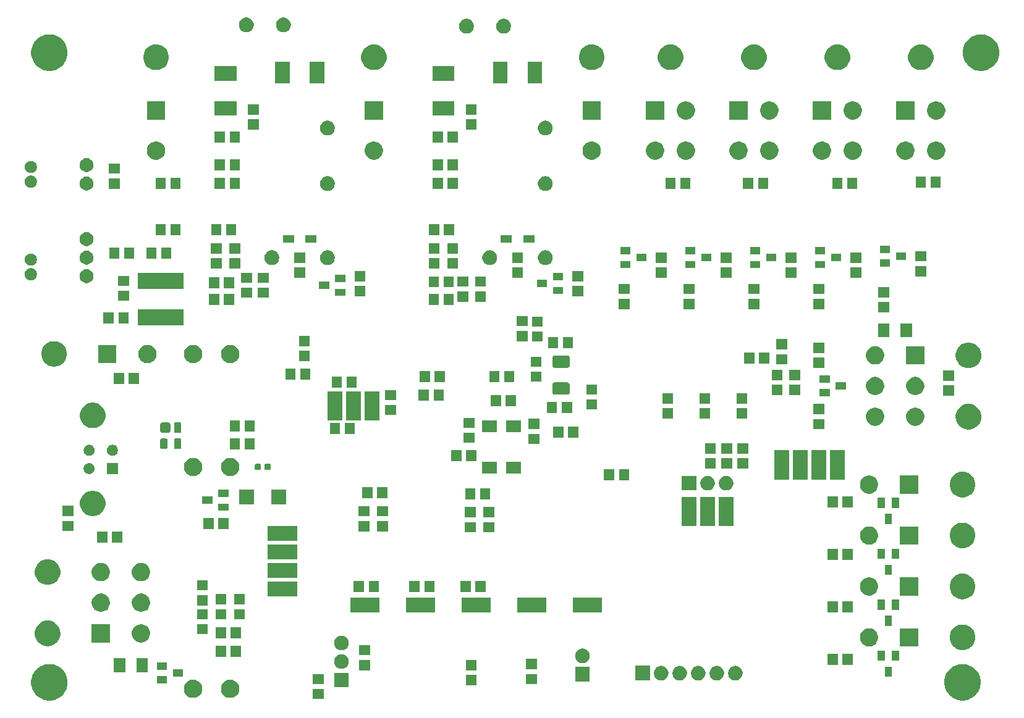
<source format=gbr>
G04 #@! TF.GenerationSoftware,KiCad,Pcbnew,5.0.2-bee76a0~70~ubuntu18.04.1*
G04 #@! TF.CreationDate,2019-01-12T17:32:51-05:00*
G04 #@! TF.ProjectId,Master_Board,4d617374-6572-45f4-926f-6172642e6b69,rev?*
G04 #@! TF.SameCoordinates,Original*
G04 #@! TF.FileFunction,Soldermask,Bot*
G04 #@! TF.FilePolarity,Negative*
%FSLAX46Y46*%
G04 Gerber Fmt 4.6, Leading zero omitted, Abs format (unit mm)*
G04 Created by KiCad (PCBNEW 5.0.2-bee76a0~70~ubuntu18.04.1) date Sat 12 Jan 2019 05:32:51 PM EST*
%MOMM*%
%LPD*%
G01*
G04 APERTURE LIST*
%ADD10C,0.100000*%
G04 APERTURE END LIST*
D10*
G36*
X215325225Y-127432233D02*
X215486223Y-127464258D01*
X215674677Y-127542318D01*
X215941193Y-127652712D01*
X216350660Y-127926310D01*
X216698874Y-128274524D01*
X216972472Y-128683991D01*
X217082866Y-128950507D01*
X217144036Y-129098184D01*
X217160926Y-129138962D01*
X217257000Y-129621954D01*
X217257000Y-130114414D01*
X217201670Y-130392572D01*
X217160926Y-130597407D01*
X217092335Y-130763000D01*
X216972472Y-131052377D01*
X216698874Y-131461844D01*
X216350660Y-131810058D01*
X215941193Y-132083656D01*
X215749638Y-132163000D01*
X215486223Y-132272110D01*
X215325225Y-132304135D01*
X215003230Y-132368184D01*
X214510770Y-132368184D01*
X214188775Y-132304135D01*
X214027777Y-132272110D01*
X213764362Y-132163000D01*
X213572807Y-132083656D01*
X213163340Y-131810058D01*
X212815126Y-131461844D01*
X212541528Y-131052377D01*
X212421665Y-130763000D01*
X212353074Y-130597407D01*
X212312330Y-130392572D01*
X212257000Y-130114414D01*
X212257000Y-129621954D01*
X212353074Y-129138962D01*
X212369965Y-129098184D01*
X212431134Y-128950507D01*
X212541528Y-128683991D01*
X212815126Y-128274524D01*
X213163340Y-127926310D01*
X213572807Y-127652712D01*
X213839323Y-127542318D01*
X214027777Y-127464258D01*
X214188775Y-127432233D01*
X214510770Y-127368184D01*
X215003230Y-127368184D01*
X215325225Y-127432233D01*
X215325225Y-127432233D01*
G37*
G36*
X90230225Y-127432233D02*
X90391223Y-127464258D01*
X90579677Y-127542318D01*
X90846193Y-127652712D01*
X91255660Y-127926310D01*
X91603874Y-128274524D01*
X91877472Y-128683991D01*
X91987866Y-128950507D01*
X92049036Y-129098184D01*
X92065926Y-129138962D01*
X92162000Y-129621954D01*
X92162000Y-130114414D01*
X92106670Y-130392572D01*
X92065926Y-130597407D01*
X91997335Y-130763000D01*
X91877472Y-131052377D01*
X91603874Y-131461844D01*
X91255660Y-131810058D01*
X90846193Y-132083656D01*
X90654638Y-132163000D01*
X90391223Y-132272110D01*
X90230225Y-132304135D01*
X89908230Y-132368184D01*
X89415770Y-132368184D01*
X89093775Y-132304135D01*
X88932777Y-132272110D01*
X88669362Y-132163000D01*
X88477807Y-132083656D01*
X88068340Y-131810058D01*
X87720126Y-131461844D01*
X87446528Y-131052377D01*
X87326665Y-130763000D01*
X87258074Y-130597407D01*
X87217330Y-130392572D01*
X87162000Y-130114414D01*
X87162000Y-129621954D01*
X87258074Y-129138962D01*
X87274965Y-129098184D01*
X87336134Y-128950507D01*
X87446528Y-128683991D01*
X87720126Y-128274524D01*
X88068340Y-127926310D01*
X88477807Y-127652712D01*
X88744323Y-127542318D01*
X88932777Y-127464258D01*
X89093775Y-127432233D01*
X89415770Y-127368184D01*
X89908230Y-127368184D01*
X90230225Y-127432233D01*
X90230225Y-127432233D01*
G37*
G36*
X127242000Y-132163000D02*
X125742000Y-132163000D01*
X125742000Y-130763000D01*
X127242000Y-130763000D01*
X127242000Y-132163000D01*
X127242000Y-132163000D01*
G37*
G36*
X114791612Y-129555221D02*
X115019096Y-129649448D01*
X115223831Y-129786248D01*
X115397936Y-129960353D01*
X115534736Y-130165088D01*
X115628963Y-130392572D01*
X115677000Y-130634069D01*
X115677000Y-130880299D01*
X115628963Y-131121796D01*
X115534736Y-131349280D01*
X115397936Y-131554015D01*
X115223831Y-131728120D01*
X115019096Y-131864920D01*
X114791612Y-131959147D01*
X114550115Y-132007184D01*
X114303885Y-132007184D01*
X114062388Y-131959147D01*
X113834904Y-131864920D01*
X113630169Y-131728120D01*
X113456064Y-131554015D01*
X113319264Y-131349280D01*
X113225037Y-131121796D01*
X113177000Y-130880299D01*
X113177000Y-130634069D01*
X113225037Y-130392572D01*
X113319264Y-130165088D01*
X113456064Y-129960353D01*
X113630169Y-129786248D01*
X113834904Y-129649448D01*
X114062388Y-129555221D01*
X114303885Y-129507184D01*
X114550115Y-129507184D01*
X114791612Y-129555221D01*
X114791612Y-129555221D01*
G37*
G36*
X109711612Y-129555221D02*
X109939096Y-129649448D01*
X110143831Y-129786248D01*
X110317936Y-129960353D01*
X110454736Y-130165088D01*
X110548963Y-130392572D01*
X110597000Y-130634069D01*
X110597000Y-130880299D01*
X110548963Y-131121796D01*
X110454736Y-131349280D01*
X110317936Y-131554015D01*
X110143831Y-131728120D01*
X109939096Y-131864920D01*
X109711612Y-131959147D01*
X109470115Y-132007184D01*
X109223885Y-132007184D01*
X108982388Y-131959147D01*
X108754904Y-131864920D01*
X108550169Y-131728120D01*
X108376064Y-131554015D01*
X108239264Y-131349280D01*
X108145037Y-131121796D01*
X108097000Y-130880299D01*
X108097000Y-130634069D01*
X108145037Y-130392572D01*
X108239264Y-130165088D01*
X108376064Y-129960353D01*
X108550169Y-129786248D01*
X108754904Y-129649448D01*
X108982388Y-129555221D01*
X109223885Y-129507184D01*
X109470115Y-129507184D01*
X109711612Y-129555221D01*
X109711612Y-129555221D01*
G37*
G36*
X130667000Y-130545692D02*
X128667000Y-130545692D01*
X128667000Y-128545692D01*
X130667000Y-128545692D01*
X130667000Y-130545692D01*
X130667000Y-130545692D01*
G37*
G36*
X148197000Y-130258000D02*
X146697000Y-130258000D01*
X146697000Y-128858000D01*
X148197000Y-128858000D01*
X148197000Y-130258000D01*
X148197000Y-130258000D01*
G37*
G36*
X127242000Y-130113000D02*
X125742000Y-130113000D01*
X125742000Y-128713000D01*
X127242000Y-128713000D01*
X127242000Y-130113000D01*
X127242000Y-130113000D01*
G37*
G36*
X156452000Y-130113000D02*
X154952000Y-130113000D01*
X154952000Y-128713000D01*
X156452000Y-128713000D01*
X156452000Y-130113000D01*
X156452000Y-130113000D01*
G37*
G36*
X105772000Y-130048184D02*
X104372000Y-130048184D01*
X104372000Y-129048184D01*
X105772000Y-129048184D01*
X105772000Y-130048184D01*
X105772000Y-130048184D01*
G37*
G36*
X163687000Y-129778000D02*
X161687000Y-129778000D01*
X161687000Y-127778000D01*
X163687000Y-127778000D01*
X163687000Y-129778000D01*
X163687000Y-129778000D01*
G37*
G36*
X171942000Y-129598184D02*
X169942000Y-129598184D01*
X169942000Y-127598184D01*
X171942000Y-127598184D01*
X171942000Y-129598184D01*
X171942000Y-129598184D01*
G37*
G36*
X173657770Y-127613556D02*
X173773689Y-127636613D01*
X173955678Y-127711995D01*
X174119463Y-127821433D01*
X174258751Y-127960721D01*
X174368189Y-128124506D01*
X174443571Y-128306495D01*
X174482000Y-128499693D01*
X174482000Y-128696675D01*
X174443571Y-128889873D01*
X174368189Y-129071862D01*
X174258751Y-129235647D01*
X174119463Y-129374935D01*
X173955678Y-129484373D01*
X173773689Y-129559755D01*
X173657770Y-129582812D01*
X173580493Y-129598184D01*
X173383507Y-129598184D01*
X173306230Y-129582812D01*
X173190311Y-129559755D01*
X173008322Y-129484373D01*
X172844537Y-129374935D01*
X172705249Y-129235647D01*
X172595811Y-129071862D01*
X172520429Y-128889873D01*
X172482000Y-128696675D01*
X172482000Y-128499693D01*
X172520429Y-128306495D01*
X172595811Y-128124506D01*
X172705249Y-127960721D01*
X172844537Y-127821433D01*
X173008322Y-127711995D01*
X173190311Y-127636613D01*
X173306230Y-127613556D01*
X173383507Y-127598184D01*
X173580493Y-127598184D01*
X173657770Y-127613556D01*
X173657770Y-127613556D01*
G37*
G36*
X176197770Y-127613556D02*
X176313689Y-127636613D01*
X176495678Y-127711995D01*
X176659463Y-127821433D01*
X176798751Y-127960721D01*
X176908189Y-128124506D01*
X176983571Y-128306495D01*
X177022000Y-128499693D01*
X177022000Y-128696675D01*
X176983571Y-128889873D01*
X176908189Y-129071862D01*
X176798751Y-129235647D01*
X176659463Y-129374935D01*
X176495678Y-129484373D01*
X176313689Y-129559755D01*
X176197770Y-129582812D01*
X176120493Y-129598184D01*
X175923507Y-129598184D01*
X175846230Y-129582812D01*
X175730311Y-129559755D01*
X175548322Y-129484373D01*
X175384537Y-129374935D01*
X175245249Y-129235647D01*
X175135811Y-129071862D01*
X175060429Y-128889873D01*
X175022000Y-128696675D01*
X175022000Y-128499693D01*
X175060429Y-128306495D01*
X175135811Y-128124506D01*
X175245249Y-127960721D01*
X175384537Y-127821433D01*
X175548322Y-127711995D01*
X175730311Y-127636613D01*
X175846230Y-127613556D01*
X175923507Y-127598184D01*
X176120493Y-127598184D01*
X176197770Y-127613556D01*
X176197770Y-127613556D01*
G37*
G36*
X178737770Y-127613556D02*
X178853689Y-127636613D01*
X179035678Y-127711995D01*
X179199463Y-127821433D01*
X179338751Y-127960721D01*
X179448189Y-128124506D01*
X179523571Y-128306495D01*
X179562000Y-128499693D01*
X179562000Y-128696675D01*
X179523571Y-128889873D01*
X179448189Y-129071862D01*
X179338751Y-129235647D01*
X179199463Y-129374935D01*
X179035678Y-129484373D01*
X178853689Y-129559755D01*
X178737770Y-129582812D01*
X178660493Y-129598184D01*
X178463507Y-129598184D01*
X178386230Y-129582812D01*
X178270311Y-129559755D01*
X178088322Y-129484373D01*
X177924537Y-129374935D01*
X177785249Y-129235647D01*
X177675811Y-129071862D01*
X177600429Y-128889873D01*
X177562000Y-128696675D01*
X177562000Y-128499693D01*
X177600429Y-128306495D01*
X177675811Y-128124506D01*
X177785249Y-127960721D01*
X177924537Y-127821433D01*
X178088322Y-127711995D01*
X178270311Y-127636613D01*
X178386230Y-127613556D01*
X178463507Y-127598184D01*
X178660493Y-127598184D01*
X178737770Y-127613556D01*
X178737770Y-127613556D01*
G37*
G36*
X181277770Y-127613556D02*
X181393689Y-127636613D01*
X181575678Y-127711995D01*
X181739463Y-127821433D01*
X181878751Y-127960721D01*
X181988189Y-128124506D01*
X182063571Y-128306495D01*
X182102000Y-128499693D01*
X182102000Y-128696675D01*
X182063571Y-128889873D01*
X181988189Y-129071862D01*
X181878751Y-129235647D01*
X181739463Y-129374935D01*
X181575678Y-129484373D01*
X181393689Y-129559755D01*
X181277770Y-129582812D01*
X181200493Y-129598184D01*
X181003507Y-129598184D01*
X180926230Y-129582812D01*
X180810311Y-129559755D01*
X180628322Y-129484373D01*
X180464537Y-129374935D01*
X180325249Y-129235647D01*
X180215811Y-129071862D01*
X180140429Y-128889873D01*
X180102000Y-128696675D01*
X180102000Y-128499693D01*
X180140429Y-128306495D01*
X180215811Y-128124506D01*
X180325249Y-127960721D01*
X180464537Y-127821433D01*
X180628322Y-127711995D01*
X180810311Y-127636613D01*
X180926230Y-127613556D01*
X181003507Y-127598184D01*
X181200493Y-127598184D01*
X181277770Y-127613556D01*
X181277770Y-127613556D01*
G37*
G36*
X183817770Y-127613556D02*
X183933689Y-127636613D01*
X184115678Y-127711995D01*
X184279463Y-127821433D01*
X184418751Y-127960721D01*
X184528189Y-128124506D01*
X184603571Y-128306495D01*
X184642000Y-128499693D01*
X184642000Y-128696675D01*
X184603571Y-128889873D01*
X184528189Y-129071862D01*
X184418751Y-129235647D01*
X184279463Y-129374935D01*
X184115678Y-129484373D01*
X183933689Y-129559755D01*
X183817770Y-129582812D01*
X183740493Y-129598184D01*
X183543507Y-129598184D01*
X183466230Y-129582812D01*
X183350311Y-129559755D01*
X183168322Y-129484373D01*
X183004537Y-129374935D01*
X182865249Y-129235647D01*
X182755811Y-129071862D01*
X182680429Y-128889873D01*
X182642000Y-128696675D01*
X182642000Y-128499693D01*
X182680429Y-128306495D01*
X182755811Y-128124506D01*
X182865249Y-127960721D01*
X183004537Y-127821433D01*
X183168322Y-127711995D01*
X183350311Y-127636613D01*
X183466230Y-127613556D01*
X183543507Y-127598184D01*
X183740493Y-127598184D01*
X183817770Y-127613556D01*
X183817770Y-127613556D01*
G37*
G36*
X205097000Y-129128184D02*
X204097000Y-129128184D01*
X204097000Y-127728184D01*
X205097000Y-127728184D01*
X205097000Y-129128184D01*
X205097000Y-129128184D01*
G37*
G36*
X107972000Y-129098184D02*
X106572000Y-129098184D01*
X106572000Y-128098184D01*
X107972000Y-128098184D01*
X107972000Y-129098184D01*
X107972000Y-129098184D01*
G37*
G36*
X103162000Y-128458000D02*
X101562000Y-128458000D01*
X101562000Y-126558000D01*
X103162000Y-126558000D01*
X103162000Y-128458000D01*
X103162000Y-128458000D01*
G37*
G36*
X100062000Y-128458000D02*
X98462000Y-128458000D01*
X98462000Y-126558000D01*
X100062000Y-126558000D01*
X100062000Y-128458000D01*
X100062000Y-128458000D01*
G37*
G36*
X133592000Y-128208000D02*
X132092000Y-128208000D01*
X132092000Y-126808000D01*
X133592000Y-126808000D01*
X133592000Y-128208000D01*
X133592000Y-128208000D01*
G37*
G36*
X148197000Y-128208000D02*
X146697000Y-128208000D01*
X146697000Y-126808000D01*
X148197000Y-126808000D01*
X148197000Y-128208000D01*
X148197000Y-128208000D01*
G37*
G36*
X105772000Y-128148184D02*
X104372000Y-128148184D01*
X104372000Y-127148184D01*
X105772000Y-127148184D01*
X105772000Y-128148184D01*
X105772000Y-128148184D01*
G37*
G36*
X156452000Y-128063000D02*
X154952000Y-128063000D01*
X154952000Y-126663000D01*
X156452000Y-126663000D01*
X156452000Y-128063000D01*
X156452000Y-128063000D01*
G37*
G36*
X129842770Y-126021064D02*
X129958689Y-126044121D01*
X130140678Y-126119503D01*
X130304463Y-126228941D01*
X130443751Y-126368229D01*
X130553189Y-126532014D01*
X130628571Y-126714003D01*
X130667000Y-126907201D01*
X130667000Y-127104183D01*
X130628571Y-127297381D01*
X130553189Y-127479370D01*
X130443751Y-127643155D01*
X130304463Y-127782443D01*
X130140678Y-127891881D01*
X129958689Y-127967263D01*
X129842770Y-127990320D01*
X129765493Y-128005692D01*
X129568507Y-128005692D01*
X129491230Y-127990320D01*
X129375311Y-127967263D01*
X129193322Y-127891881D01*
X129029537Y-127782443D01*
X128890249Y-127643155D01*
X128780811Y-127479370D01*
X128705429Y-127297381D01*
X128667000Y-127104183D01*
X128667000Y-126907201D01*
X128705429Y-126714003D01*
X128780811Y-126532014D01*
X128890249Y-126368229D01*
X129029537Y-126228941D01*
X129193322Y-126119503D01*
X129375311Y-126044121D01*
X129491230Y-126021064D01*
X129568507Y-126005692D01*
X129765493Y-126005692D01*
X129842770Y-126021064D01*
X129842770Y-126021064D01*
G37*
G36*
X199727000Y-127443184D02*
X198327000Y-127443184D01*
X198327000Y-125943184D01*
X199727000Y-125943184D01*
X199727000Y-127443184D01*
X199727000Y-127443184D01*
G37*
G36*
X197677000Y-127443184D02*
X196277000Y-127443184D01*
X196277000Y-125943184D01*
X197677000Y-125943184D01*
X197677000Y-127443184D01*
X197677000Y-127443184D01*
G37*
G36*
X162857760Y-125252375D02*
X162978689Y-125276429D01*
X163160678Y-125351811D01*
X163324463Y-125461249D01*
X163463751Y-125600537D01*
X163573189Y-125764322D01*
X163648571Y-125946311D01*
X163660382Y-126005692D01*
X163687000Y-126139507D01*
X163687000Y-126336493D01*
X163680688Y-126368226D01*
X163648571Y-126529689D01*
X163573189Y-126711678D01*
X163463751Y-126875463D01*
X163324463Y-127014751D01*
X163160678Y-127124189D01*
X162978689Y-127199571D01*
X162862770Y-127222628D01*
X162785493Y-127238000D01*
X162588507Y-127238000D01*
X162511230Y-127222628D01*
X162395311Y-127199571D01*
X162213322Y-127124189D01*
X162049537Y-127014751D01*
X161910249Y-126875463D01*
X161800811Y-126711678D01*
X161725429Y-126529689D01*
X161693312Y-126368226D01*
X161687000Y-126336493D01*
X161687000Y-126139507D01*
X161713618Y-126005692D01*
X161725429Y-125946311D01*
X161800811Y-125764322D01*
X161910249Y-125600537D01*
X162049537Y-125461249D01*
X162213322Y-125351811D01*
X162395311Y-125276429D01*
X162516240Y-125252375D01*
X162588507Y-125238000D01*
X162785493Y-125238000D01*
X162857760Y-125252375D01*
X162857760Y-125252375D01*
G37*
G36*
X206047000Y-126928184D02*
X205047000Y-126928184D01*
X205047000Y-125528184D01*
X206047000Y-125528184D01*
X206047000Y-126928184D01*
X206047000Y-126928184D01*
G37*
G36*
X204147000Y-126928184D02*
X203147000Y-126928184D01*
X203147000Y-125528184D01*
X204147000Y-125528184D01*
X204147000Y-126928184D01*
X204147000Y-126928184D01*
G37*
G36*
X113857000Y-126353000D02*
X112457000Y-126353000D01*
X112457000Y-124853000D01*
X113857000Y-124853000D01*
X113857000Y-126353000D01*
X113857000Y-126353000D01*
G37*
G36*
X115907000Y-126353000D02*
X114507000Y-126353000D01*
X114507000Y-124853000D01*
X115907000Y-124853000D01*
X115907000Y-126353000D01*
X115907000Y-126353000D01*
G37*
G36*
X133592000Y-126158000D02*
X132092000Y-126158000D01*
X132092000Y-124758000D01*
X133592000Y-124758000D01*
X133592000Y-126158000D01*
X133592000Y-126158000D01*
G37*
G36*
X129842770Y-123481064D02*
X129958689Y-123504121D01*
X130140678Y-123579503D01*
X130304463Y-123688941D01*
X130443751Y-123828229D01*
X130553189Y-123992014D01*
X130628571Y-124174003D01*
X130667000Y-124367201D01*
X130667000Y-124564183D01*
X130628571Y-124757381D01*
X130553189Y-124939370D01*
X130443751Y-125103155D01*
X130304463Y-125242443D01*
X130140678Y-125351881D01*
X129958689Y-125427263D01*
X129842770Y-125450320D01*
X129765493Y-125465692D01*
X129568507Y-125465692D01*
X129491230Y-125450320D01*
X129375311Y-125427263D01*
X129193322Y-125351881D01*
X129029537Y-125242443D01*
X128890249Y-125103155D01*
X128780811Y-124939370D01*
X128705429Y-124757381D01*
X128667000Y-124564183D01*
X128667000Y-124367201D01*
X128705429Y-124174003D01*
X128780811Y-123992014D01*
X128890249Y-123828229D01*
X129029537Y-123688941D01*
X129193322Y-123579503D01*
X129375311Y-123504121D01*
X129491230Y-123481064D01*
X129568507Y-123465692D01*
X129765493Y-123465692D01*
X129842770Y-123481064D01*
X129842770Y-123481064D01*
G37*
G36*
X215099189Y-121977703D02*
X215268623Y-122011405D01*
X215587831Y-122143625D01*
X215874141Y-122334931D01*
X215875113Y-122335581D01*
X216119419Y-122579887D01*
X216119421Y-122579890D01*
X216311375Y-122867169D01*
X216410262Y-123105904D01*
X216443595Y-123186378D01*
X216511000Y-123525245D01*
X216511000Y-123870755D01*
X216486880Y-123992014D01*
X216443595Y-124209623D01*
X216311375Y-124528831D01*
X216158249Y-124758000D01*
X216119419Y-124816113D01*
X215875113Y-125060419D01*
X215875110Y-125060421D01*
X215587831Y-125252375D01*
X215268623Y-125384595D01*
X215099188Y-125418298D01*
X214929755Y-125452000D01*
X214584245Y-125452000D01*
X214414812Y-125418298D01*
X214245377Y-125384595D01*
X213926169Y-125252375D01*
X213638890Y-125060421D01*
X213638887Y-125060419D01*
X213394581Y-124816113D01*
X213355751Y-124758000D01*
X213202625Y-124528831D01*
X213070405Y-124209623D01*
X213027120Y-123992014D01*
X213003000Y-123870755D01*
X213003000Y-123525245D01*
X213070405Y-123186378D01*
X213103738Y-123105904D01*
X213202625Y-122867169D01*
X213394579Y-122579890D01*
X213394581Y-122579887D01*
X213638887Y-122335581D01*
X213639860Y-122334931D01*
X213926169Y-122143625D01*
X214245377Y-122011405D01*
X214414811Y-121977703D01*
X214584245Y-121944000D01*
X214929755Y-121944000D01*
X215099189Y-121977703D01*
X215099189Y-121977703D01*
G37*
G36*
X202321612Y-122496037D02*
X202549096Y-122590264D01*
X202753831Y-122727064D01*
X202927936Y-122901169D01*
X203064736Y-123105904D01*
X203158963Y-123333388D01*
X203207000Y-123574885D01*
X203207000Y-123821115D01*
X203158963Y-124062612D01*
X203064736Y-124290096D01*
X202927936Y-124494831D01*
X202753831Y-124668936D01*
X202549096Y-124805736D01*
X202321612Y-124899963D01*
X202080115Y-124948000D01*
X201833885Y-124948000D01*
X201592388Y-124899963D01*
X201364904Y-124805736D01*
X201160169Y-124668936D01*
X200986064Y-124494831D01*
X200849264Y-124290096D01*
X200755037Y-124062612D01*
X200707000Y-123821115D01*
X200707000Y-123574885D01*
X200755037Y-123333388D01*
X200849264Y-123105904D01*
X200986064Y-122901169D01*
X201160169Y-122727064D01*
X201364904Y-122590264D01*
X201592388Y-122496037D01*
X201833885Y-122448000D01*
X202080115Y-122448000D01*
X202321612Y-122496037D01*
X202321612Y-122496037D01*
G37*
G36*
X208707000Y-124948000D02*
X206207000Y-124948000D01*
X206207000Y-122448000D01*
X208707000Y-122448000D01*
X208707000Y-124948000D01*
X208707000Y-124948000D01*
G37*
G36*
X89750189Y-121425887D02*
X89919623Y-121459589D01*
X90238831Y-121591809D01*
X90525141Y-121783115D01*
X90526113Y-121783765D01*
X90770419Y-122028071D01*
X90770421Y-122028074D01*
X90962375Y-122315353D01*
X91094595Y-122634561D01*
X91112995Y-122727064D01*
X91147627Y-122901169D01*
X91162000Y-122973430D01*
X91162000Y-123318938D01*
X91094595Y-123657807D01*
X90962375Y-123977015D01*
X90806951Y-124209623D01*
X90770419Y-124264297D01*
X90526113Y-124508603D01*
X90526110Y-124508605D01*
X90238831Y-124700559D01*
X89919623Y-124832779D01*
X89750189Y-124866481D01*
X89580755Y-124900184D01*
X89235245Y-124900184D01*
X89065811Y-124866481D01*
X88896377Y-124832779D01*
X88577169Y-124700559D01*
X88289890Y-124508605D01*
X88289887Y-124508603D01*
X88045581Y-124264297D01*
X88009049Y-124209623D01*
X87853625Y-123977015D01*
X87721405Y-123657807D01*
X87654000Y-123318938D01*
X87654000Y-122973430D01*
X87668374Y-122901169D01*
X87703005Y-122727064D01*
X87721405Y-122634561D01*
X87853625Y-122315353D01*
X88045579Y-122028074D01*
X88045581Y-122028071D01*
X88289887Y-121783765D01*
X88290860Y-121783115D01*
X88577169Y-121591809D01*
X88896377Y-121459589D01*
X89065811Y-121425887D01*
X89235245Y-121392184D01*
X89580755Y-121392184D01*
X89750189Y-121425887D01*
X89750189Y-121425887D01*
G37*
G36*
X102572612Y-121944221D02*
X102800096Y-122038448D01*
X103004831Y-122175248D01*
X103178936Y-122349353D01*
X103315736Y-122554088D01*
X103409963Y-122781572D01*
X103458000Y-123023069D01*
X103458000Y-123269299D01*
X103409963Y-123510796D01*
X103315736Y-123738280D01*
X103178936Y-123943015D01*
X103004831Y-124117120D01*
X102800096Y-124253920D01*
X102572612Y-124348147D01*
X102331115Y-124396184D01*
X102084885Y-124396184D01*
X101843388Y-124348147D01*
X101615904Y-124253920D01*
X101411169Y-124117120D01*
X101237064Y-123943015D01*
X101100264Y-123738280D01*
X101006037Y-123510796D01*
X100958000Y-123269299D01*
X100958000Y-123023069D01*
X101006037Y-122781572D01*
X101100264Y-122554088D01*
X101237064Y-122349353D01*
X101411169Y-122175248D01*
X101615904Y-122038448D01*
X101843388Y-121944221D01*
X102084885Y-121896184D01*
X102331115Y-121896184D01*
X102572612Y-121944221D01*
X102572612Y-121944221D01*
G37*
G36*
X97958000Y-124396184D02*
X95458000Y-124396184D01*
X95458000Y-121896184D01*
X97958000Y-121896184D01*
X97958000Y-124396184D01*
X97958000Y-124396184D01*
G37*
G36*
X115907000Y-123813000D02*
X114507000Y-123813000D01*
X114507000Y-122313000D01*
X115907000Y-122313000D01*
X115907000Y-123813000D01*
X115907000Y-123813000D01*
G37*
G36*
X113857000Y-123813000D02*
X112457000Y-123813000D01*
X112457000Y-122313000D01*
X113857000Y-122313000D01*
X113857000Y-123813000D01*
X113857000Y-123813000D01*
G37*
G36*
X111367000Y-123273000D02*
X109867000Y-123273000D01*
X109867000Y-121873000D01*
X111367000Y-121873000D01*
X111367000Y-123273000D01*
X111367000Y-123273000D01*
G37*
G36*
X205097000Y-122143184D02*
X204097000Y-122143184D01*
X204097000Y-120743184D01*
X205097000Y-120743184D01*
X205097000Y-122143184D01*
X205097000Y-122143184D01*
G37*
G36*
X111367000Y-121223000D02*
X109867000Y-121223000D01*
X109867000Y-119823000D01*
X111367000Y-119823000D01*
X111367000Y-121223000D01*
X111367000Y-121223000D01*
G37*
G36*
X116447000Y-121223000D02*
X114947000Y-121223000D01*
X114947000Y-119823000D01*
X116447000Y-119823000D01*
X116447000Y-121223000D01*
X116447000Y-121223000D01*
G37*
G36*
X113907000Y-121223000D02*
X112407000Y-121223000D01*
X112407000Y-119823000D01*
X113907000Y-119823000D01*
X113907000Y-121223000D01*
X113907000Y-121223000D01*
G37*
G36*
X157767000Y-120253000D02*
X153767000Y-120253000D01*
X153767000Y-118253000D01*
X157767000Y-118253000D01*
X157767000Y-120253000D01*
X157767000Y-120253000D01*
G37*
G36*
X150147000Y-120253000D02*
X146147000Y-120253000D01*
X146147000Y-118253000D01*
X150147000Y-118253000D01*
X150147000Y-120253000D01*
X150147000Y-120253000D01*
G37*
G36*
X165387000Y-120253000D02*
X161387000Y-120253000D01*
X161387000Y-118253000D01*
X165387000Y-118253000D01*
X165387000Y-120253000D01*
X165387000Y-120253000D01*
G37*
G36*
X142527000Y-120253000D02*
X138527000Y-120253000D01*
X138527000Y-118253000D01*
X142527000Y-118253000D01*
X142527000Y-120253000D01*
X142527000Y-120253000D01*
G37*
G36*
X134907000Y-120253000D02*
X130907000Y-120253000D01*
X130907000Y-118253000D01*
X134907000Y-118253000D01*
X134907000Y-120253000D01*
X134907000Y-120253000D01*
G37*
G36*
X197677000Y-120246516D02*
X196277000Y-120246516D01*
X196277000Y-118746516D01*
X197677000Y-118746516D01*
X197677000Y-120246516D01*
X197677000Y-120246516D01*
G37*
G36*
X199727000Y-120246516D02*
X198327000Y-120246516D01*
X198327000Y-118746516D01*
X199727000Y-118746516D01*
X199727000Y-120246516D01*
X199727000Y-120246516D01*
G37*
G36*
X97072612Y-117744221D02*
X97300096Y-117838448D01*
X97504831Y-117975248D01*
X97678936Y-118149353D01*
X97815736Y-118354088D01*
X97909963Y-118581572D01*
X97958000Y-118823069D01*
X97958000Y-119069299D01*
X97909963Y-119310796D01*
X97815736Y-119538280D01*
X97678936Y-119743015D01*
X97504831Y-119917120D01*
X97300096Y-120053920D01*
X97072612Y-120148147D01*
X96831115Y-120196184D01*
X96584885Y-120196184D01*
X96343388Y-120148147D01*
X96115904Y-120053920D01*
X95911169Y-119917120D01*
X95737064Y-119743015D01*
X95600264Y-119538280D01*
X95506037Y-119310796D01*
X95458000Y-119069299D01*
X95458000Y-118823069D01*
X95506037Y-118581572D01*
X95600264Y-118354088D01*
X95737064Y-118149353D01*
X95911169Y-117975248D01*
X96115904Y-117838448D01*
X96343388Y-117744221D01*
X96584885Y-117696184D01*
X96831115Y-117696184D01*
X97072612Y-117744221D01*
X97072612Y-117744221D01*
G37*
G36*
X102572612Y-117744221D02*
X102800096Y-117838448D01*
X103004831Y-117975248D01*
X103178936Y-118149353D01*
X103315736Y-118354088D01*
X103409963Y-118581572D01*
X103458000Y-118823069D01*
X103458000Y-119069299D01*
X103409963Y-119310796D01*
X103315736Y-119538280D01*
X103178936Y-119743015D01*
X103004831Y-119917120D01*
X102800096Y-120053920D01*
X102572612Y-120148147D01*
X102331115Y-120196184D01*
X102084885Y-120196184D01*
X101843388Y-120148147D01*
X101615904Y-120053920D01*
X101411169Y-119917120D01*
X101237064Y-119743015D01*
X101100264Y-119538280D01*
X101006037Y-119310796D01*
X100958000Y-119069299D01*
X100958000Y-118823069D01*
X101006037Y-118581572D01*
X101100264Y-118354088D01*
X101237064Y-118149353D01*
X101411169Y-117975248D01*
X101615904Y-117838448D01*
X101843388Y-117744221D01*
X102084885Y-117696184D01*
X102331115Y-117696184D01*
X102572612Y-117744221D01*
X102572612Y-117744221D01*
G37*
G36*
X206047000Y-119943184D02*
X205047000Y-119943184D01*
X205047000Y-118543184D01*
X206047000Y-118543184D01*
X206047000Y-119943184D01*
X206047000Y-119943184D01*
G37*
G36*
X204147000Y-119943184D02*
X203147000Y-119943184D01*
X203147000Y-118543184D01*
X204147000Y-118543184D01*
X204147000Y-119943184D01*
X204147000Y-119943184D01*
G37*
G36*
X111367000Y-119318000D02*
X109867000Y-119318000D01*
X109867000Y-117918000D01*
X111367000Y-117918000D01*
X111367000Y-119318000D01*
X111367000Y-119318000D01*
G37*
G36*
X113907000Y-119173000D02*
X112407000Y-119173000D01*
X112407000Y-117773000D01*
X113907000Y-117773000D01*
X113907000Y-119173000D01*
X113907000Y-119173000D01*
G37*
G36*
X116447000Y-119173000D02*
X114947000Y-119173000D01*
X114947000Y-117773000D01*
X116447000Y-117773000D01*
X116447000Y-119173000D01*
X116447000Y-119173000D01*
G37*
G36*
X215099188Y-114992702D02*
X215268623Y-115026405D01*
X215587831Y-115158625D01*
X215856703Y-115338280D01*
X215875113Y-115350581D01*
X216119419Y-115594887D01*
X216119421Y-115594890D01*
X216311375Y-115882169D01*
X216443595Y-116201377D01*
X216511000Y-116540246D01*
X216511000Y-116885754D01*
X216443595Y-117224623D01*
X216311375Y-117543831D01*
X216177478Y-117744221D01*
X216119419Y-117831113D01*
X215875113Y-118075419D01*
X215875110Y-118075421D01*
X215587831Y-118267375D01*
X215268623Y-118399595D01*
X215099189Y-118433297D01*
X214929755Y-118467000D01*
X214584245Y-118467000D01*
X214414811Y-118433297D01*
X214245377Y-118399595D01*
X213926169Y-118267375D01*
X213638890Y-118075421D01*
X213638887Y-118075419D01*
X213394581Y-117831113D01*
X213336522Y-117744221D01*
X213202625Y-117543831D01*
X213070405Y-117224623D01*
X213003000Y-116885754D01*
X213003000Y-116540246D01*
X213070405Y-116201377D01*
X213202625Y-115882169D01*
X213394579Y-115594890D01*
X213394581Y-115594887D01*
X213638887Y-115350581D01*
X213657297Y-115338280D01*
X213926169Y-115158625D01*
X214245377Y-115026405D01*
X214414812Y-114992702D01*
X214584245Y-114959000D01*
X214929755Y-114959000D01*
X215099188Y-114992702D01*
X215099188Y-114992702D01*
G37*
G36*
X123584089Y-118056840D02*
X119584089Y-118056840D01*
X119584089Y-116056840D01*
X123584089Y-116056840D01*
X123584089Y-118056840D01*
X123584089Y-118056840D01*
G37*
G36*
X208707000Y-117963000D02*
X206207000Y-117963000D01*
X206207000Y-115463000D01*
X208707000Y-115463000D01*
X208707000Y-117963000D01*
X208707000Y-117963000D01*
G37*
G36*
X202321612Y-115511037D02*
X202549096Y-115605264D01*
X202753831Y-115742064D01*
X202927936Y-115916169D01*
X203064736Y-116120904D01*
X203158963Y-116348388D01*
X203207000Y-116589885D01*
X203207000Y-116836115D01*
X203158963Y-117077612D01*
X203064736Y-117305096D01*
X202927936Y-117509831D01*
X202753831Y-117683936D01*
X202549096Y-117820736D01*
X202321612Y-117914963D01*
X202080115Y-117963000D01*
X201833885Y-117963000D01*
X201592388Y-117914963D01*
X201364904Y-117820736D01*
X201160169Y-117683936D01*
X200986064Y-117509831D01*
X200849264Y-117305096D01*
X200755037Y-117077612D01*
X200707000Y-116836115D01*
X200707000Y-116589885D01*
X200755037Y-116348388D01*
X200849264Y-116120904D01*
X200986064Y-115916169D01*
X201160169Y-115742064D01*
X201364904Y-115605264D01*
X201592388Y-115511037D01*
X201833885Y-115463000D01*
X202080115Y-115463000D01*
X202321612Y-115511037D01*
X202321612Y-115511037D01*
G37*
G36*
X147367000Y-117463000D02*
X145967000Y-117463000D01*
X145967000Y-115963000D01*
X147367000Y-115963000D01*
X147367000Y-117463000D01*
X147367000Y-117463000D01*
G37*
G36*
X142432000Y-117463000D02*
X141032000Y-117463000D01*
X141032000Y-115963000D01*
X142432000Y-115963000D01*
X142432000Y-117463000D01*
X142432000Y-117463000D01*
G37*
G36*
X140382000Y-117463000D02*
X138982000Y-117463000D01*
X138982000Y-115963000D01*
X140382000Y-115963000D01*
X140382000Y-117463000D01*
X140382000Y-117463000D01*
G37*
G36*
X134812000Y-117463000D02*
X133412000Y-117463000D01*
X133412000Y-115963000D01*
X134812000Y-115963000D01*
X134812000Y-117463000D01*
X134812000Y-117463000D01*
G37*
G36*
X132762000Y-117463000D02*
X131362000Y-117463000D01*
X131362000Y-115963000D01*
X132762000Y-115963000D01*
X132762000Y-117463000D01*
X132762000Y-117463000D01*
G37*
G36*
X149417000Y-117463000D02*
X148017000Y-117463000D01*
X148017000Y-115963000D01*
X149417000Y-115963000D01*
X149417000Y-117463000D01*
X149417000Y-117463000D01*
G37*
G36*
X111367000Y-117268000D02*
X109867000Y-117268000D01*
X109867000Y-115868000D01*
X111367000Y-115868000D01*
X111367000Y-117268000D01*
X111367000Y-117268000D01*
G37*
G36*
X89750188Y-113025886D02*
X89919623Y-113059589D01*
X90238831Y-113191809D01*
X90525141Y-113383115D01*
X90526113Y-113383765D01*
X90770419Y-113628071D01*
X90770421Y-113628074D01*
X90962375Y-113915353D01*
X91094595Y-114234561D01*
X91162000Y-114573430D01*
X91162000Y-114918938D01*
X91094595Y-115257807D01*
X90962375Y-115577015D01*
X90777353Y-115853919D01*
X90770419Y-115864297D01*
X90526113Y-116108603D01*
X90526110Y-116108605D01*
X90238831Y-116300559D01*
X89919623Y-116432779D01*
X89750189Y-116466481D01*
X89580755Y-116500184D01*
X89235245Y-116500184D01*
X89065811Y-116466481D01*
X88896377Y-116432779D01*
X88577169Y-116300559D01*
X88289890Y-116108605D01*
X88289887Y-116108603D01*
X88045581Y-115864297D01*
X88038647Y-115853919D01*
X87853625Y-115577015D01*
X87721405Y-115257807D01*
X87654000Y-114918938D01*
X87654000Y-114573430D01*
X87721405Y-114234561D01*
X87853625Y-113915353D01*
X88045579Y-113628074D01*
X88045581Y-113628071D01*
X88289887Y-113383765D01*
X88290859Y-113383115D01*
X88577169Y-113191809D01*
X88896377Y-113059589D01*
X89065812Y-113025886D01*
X89235245Y-112992184D01*
X89580755Y-112992184D01*
X89750188Y-113025886D01*
X89750188Y-113025886D01*
G37*
G36*
X102572612Y-113544221D02*
X102800096Y-113638448D01*
X103004831Y-113775248D01*
X103178936Y-113949353D01*
X103315736Y-114154088D01*
X103409963Y-114381572D01*
X103458000Y-114623069D01*
X103458000Y-114869299D01*
X103409963Y-115110796D01*
X103315736Y-115338280D01*
X103178936Y-115543015D01*
X103004831Y-115717120D01*
X102800096Y-115853920D01*
X102572612Y-115948147D01*
X102331115Y-115996184D01*
X102084885Y-115996184D01*
X101843388Y-115948147D01*
X101615904Y-115853920D01*
X101411169Y-115717120D01*
X101237064Y-115543015D01*
X101100264Y-115338280D01*
X101006037Y-115110796D01*
X100958000Y-114869299D01*
X100958000Y-114623069D01*
X101006037Y-114381572D01*
X101100264Y-114154088D01*
X101237064Y-113949353D01*
X101411169Y-113775248D01*
X101615904Y-113638448D01*
X101843388Y-113544221D01*
X102084885Y-113496184D01*
X102331115Y-113496184D01*
X102572612Y-113544221D01*
X102572612Y-113544221D01*
G37*
G36*
X97072612Y-113544221D02*
X97300096Y-113638448D01*
X97504831Y-113775248D01*
X97678936Y-113949353D01*
X97815736Y-114154088D01*
X97909963Y-114381572D01*
X97958000Y-114623069D01*
X97958000Y-114869299D01*
X97909963Y-115110796D01*
X97815736Y-115338280D01*
X97678936Y-115543015D01*
X97504831Y-115717120D01*
X97300096Y-115853920D01*
X97072612Y-115948147D01*
X96831115Y-115996184D01*
X96584885Y-115996184D01*
X96343388Y-115948147D01*
X96115904Y-115853920D01*
X95911169Y-115717120D01*
X95737064Y-115543015D01*
X95600264Y-115338280D01*
X95506037Y-115110796D01*
X95458000Y-114869299D01*
X95458000Y-114623069D01*
X95506037Y-114381572D01*
X95600264Y-114154088D01*
X95737064Y-113949353D01*
X95911169Y-113775248D01*
X96115904Y-113638448D01*
X96343388Y-113544221D01*
X96584885Y-113496184D01*
X96831115Y-113496184D01*
X97072612Y-113544221D01*
X97072612Y-113544221D01*
G37*
G36*
X123584089Y-115549923D02*
X119584089Y-115549923D01*
X119584089Y-113549923D01*
X123584089Y-113549923D01*
X123584089Y-115549923D01*
X123584089Y-115549923D01*
G37*
G36*
X205097000Y-115158184D02*
X204097000Y-115158184D01*
X204097000Y-113758184D01*
X205097000Y-113758184D01*
X205097000Y-115158184D01*
X205097000Y-115158184D01*
G37*
G36*
X197677000Y-113049850D02*
X196277000Y-113049850D01*
X196277000Y-111549850D01*
X197677000Y-111549850D01*
X197677000Y-113049850D01*
X197677000Y-113049850D01*
G37*
G36*
X199727000Y-113049850D02*
X198327000Y-113049850D01*
X198327000Y-111549850D01*
X199727000Y-111549850D01*
X199727000Y-113049850D01*
X199727000Y-113049850D01*
G37*
G36*
X123584089Y-112976840D02*
X119584089Y-112976840D01*
X119584089Y-110976840D01*
X123584089Y-110976840D01*
X123584089Y-112976840D01*
X123584089Y-112976840D01*
G37*
G36*
X206047000Y-112958184D02*
X205047000Y-112958184D01*
X205047000Y-111558184D01*
X206047000Y-111558184D01*
X206047000Y-112958184D01*
X206047000Y-112958184D01*
G37*
G36*
X204147000Y-112958184D02*
X203147000Y-112958184D01*
X203147000Y-111558184D01*
X204147000Y-111558184D01*
X204147000Y-112958184D01*
X204147000Y-112958184D01*
G37*
G36*
X215099188Y-108007702D02*
X215268623Y-108041405D01*
X215587831Y-108173625D01*
X215874141Y-108364931D01*
X215875113Y-108365581D01*
X216119419Y-108609887D01*
X216119421Y-108609890D01*
X216311375Y-108897169D01*
X216443595Y-109216377D01*
X216511000Y-109555246D01*
X216511000Y-109900754D01*
X216443595Y-110239623D01*
X216311375Y-110558831D01*
X216217758Y-110698938D01*
X216119419Y-110846113D01*
X215875113Y-111090419D01*
X215875110Y-111090421D01*
X215587831Y-111282375D01*
X215268623Y-111414595D01*
X215099188Y-111448298D01*
X214929755Y-111482000D01*
X214584245Y-111482000D01*
X214414812Y-111448298D01*
X214245377Y-111414595D01*
X213926169Y-111282375D01*
X213638890Y-111090421D01*
X213638887Y-111090419D01*
X213394581Y-110846113D01*
X213296242Y-110698938D01*
X213202625Y-110558831D01*
X213070405Y-110239623D01*
X213003000Y-109900754D01*
X213003000Y-109555246D01*
X213070405Y-109216377D01*
X213202625Y-108897169D01*
X213394579Y-108609890D01*
X213394581Y-108609887D01*
X213638887Y-108365581D01*
X213639859Y-108364931D01*
X213926169Y-108173625D01*
X214245377Y-108041405D01*
X214414812Y-108007702D01*
X214584245Y-107974000D01*
X214929755Y-107974000D01*
X215099188Y-108007702D01*
X215099188Y-108007702D01*
G37*
G36*
X202321612Y-108526037D02*
X202549096Y-108620264D01*
X202753831Y-108757064D01*
X202927936Y-108931169D01*
X203064736Y-109135904D01*
X203158963Y-109363388D01*
X203207000Y-109604885D01*
X203207000Y-109851115D01*
X203158963Y-110092612D01*
X203064736Y-110320096D01*
X202927936Y-110524831D01*
X202753831Y-110698936D01*
X202549096Y-110835736D01*
X202321612Y-110929963D01*
X202080115Y-110978000D01*
X201833885Y-110978000D01*
X201592388Y-110929963D01*
X201364904Y-110835736D01*
X201160169Y-110698936D01*
X200986064Y-110524831D01*
X200849264Y-110320096D01*
X200755037Y-110092612D01*
X200707000Y-109851115D01*
X200707000Y-109604885D01*
X200755037Y-109363388D01*
X200849264Y-109135904D01*
X200986064Y-108931169D01*
X201160169Y-108757064D01*
X201364904Y-108620264D01*
X201592388Y-108526037D01*
X201833885Y-108478000D01*
X202080115Y-108478000D01*
X202321612Y-108526037D01*
X202321612Y-108526037D01*
G37*
G36*
X208707000Y-110978000D02*
X206207000Y-110978000D01*
X206207000Y-108478000D01*
X208707000Y-108478000D01*
X208707000Y-110978000D01*
X208707000Y-110978000D01*
G37*
G36*
X99651000Y-110679184D02*
X98251000Y-110679184D01*
X98251000Y-109179184D01*
X99651000Y-109179184D01*
X99651000Y-110679184D01*
X99651000Y-110679184D01*
G37*
G36*
X97601000Y-110679184D02*
X96201000Y-110679184D01*
X96201000Y-109179184D01*
X97601000Y-109179184D01*
X97601000Y-110679184D01*
X97601000Y-110679184D01*
G37*
G36*
X123584089Y-110436840D02*
X119584089Y-110436840D01*
X119584089Y-108436840D01*
X123584089Y-108436840D01*
X123584089Y-110436840D01*
X123584089Y-110436840D01*
G37*
G36*
X150615035Y-109291648D02*
X149115035Y-109291648D01*
X149115035Y-107891648D01*
X150615035Y-107891648D01*
X150615035Y-109291648D01*
X150615035Y-109291648D01*
G37*
G36*
X148075035Y-109291648D02*
X146575035Y-109291648D01*
X146575035Y-107891648D01*
X148075035Y-107891648D01*
X148075035Y-109291648D01*
X148075035Y-109291648D01*
G37*
G36*
X133488116Y-109154511D02*
X131988116Y-109154511D01*
X131988116Y-107754511D01*
X133488116Y-107754511D01*
X133488116Y-109154511D01*
X133488116Y-109154511D01*
G37*
G36*
X136028116Y-109154511D02*
X134528116Y-109154511D01*
X134528116Y-107754511D01*
X136028116Y-107754511D01*
X136028116Y-109154511D01*
X136028116Y-109154511D01*
G37*
G36*
X92952000Y-109123184D02*
X91452000Y-109123184D01*
X91452000Y-107723184D01*
X92952000Y-107723184D01*
X92952000Y-109123184D01*
X92952000Y-109123184D01*
G37*
G36*
X112145614Y-108831226D02*
X110745614Y-108831226D01*
X110745614Y-107331226D01*
X112145614Y-107331226D01*
X112145614Y-108831226D01*
X112145614Y-108831226D01*
G37*
G36*
X114195614Y-108831226D02*
X112795614Y-108831226D01*
X112795614Y-107331226D01*
X114195614Y-107331226D01*
X114195614Y-108831226D01*
X114195614Y-108831226D01*
G37*
G36*
X178292000Y-108438184D02*
X176292000Y-108438184D01*
X176292000Y-104438184D01*
X178292000Y-104438184D01*
X178292000Y-108438184D01*
X178292000Y-108438184D01*
G37*
G36*
X183372000Y-108438184D02*
X181372000Y-108438184D01*
X181372000Y-104438184D01*
X183372000Y-104438184D01*
X183372000Y-108438184D01*
X183372000Y-108438184D01*
G37*
G36*
X180832000Y-108438184D02*
X178832000Y-108438184D01*
X178832000Y-104438184D01*
X180832000Y-104438184D01*
X180832000Y-108438184D01*
X180832000Y-108438184D01*
G37*
G36*
X205097000Y-108173184D02*
X204097000Y-108173184D01*
X204097000Y-106773184D01*
X205097000Y-106773184D01*
X205097000Y-108173184D01*
X205097000Y-108173184D01*
G37*
G36*
X150615035Y-107241648D02*
X149115035Y-107241648D01*
X149115035Y-105841648D01*
X150615035Y-105841648D01*
X150615035Y-107241648D01*
X150615035Y-107241648D01*
G37*
G36*
X148075035Y-107241648D02*
X146575035Y-107241648D01*
X146575035Y-105841648D01*
X148075035Y-105841648D01*
X148075035Y-107241648D01*
X148075035Y-107241648D01*
G37*
G36*
X136028116Y-107104511D02*
X134528116Y-107104511D01*
X134528116Y-105704511D01*
X136028116Y-105704511D01*
X136028116Y-107104511D01*
X136028116Y-107104511D01*
G37*
G36*
X133488116Y-107104511D02*
X131988116Y-107104511D01*
X131988116Y-105704511D01*
X133488116Y-105704511D01*
X133488116Y-107104511D01*
X133488116Y-107104511D01*
G37*
G36*
X96108456Y-103651251D02*
X96426936Y-103783170D01*
X96713560Y-103974686D01*
X96957314Y-104218440D01*
X97148830Y-104505064D01*
X97280749Y-104823544D01*
X97348000Y-105161640D01*
X97348000Y-105506360D01*
X97280749Y-105844456D01*
X97148830Y-106162936D01*
X96957314Y-106449560D01*
X96713560Y-106693314D01*
X96426936Y-106884830D01*
X96108456Y-107016749D01*
X95770360Y-107084000D01*
X95425640Y-107084000D01*
X95087544Y-107016749D01*
X94769064Y-106884830D01*
X94482440Y-106693314D01*
X94238686Y-106449560D01*
X94047170Y-106162936D01*
X93915251Y-105844456D01*
X93848000Y-105506360D01*
X93848000Y-105161640D01*
X93915251Y-104823544D01*
X94047170Y-104505064D01*
X94238686Y-104218440D01*
X94482440Y-103974686D01*
X94769064Y-103783170D01*
X95087544Y-103651251D01*
X95425640Y-103584000D01*
X95770360Y-103584000D01*
X96108456Y-103651251D01*
X96108456Y-103651251D01*
G37*
G36*
X92952000Y-107073184D02*
X91452000Y-107073184D01*
X91452000Y-105673184D01*
X92952000Y-105673184D01*
X92952000Y-107073184D01*
X92952000Y-107073184D01*
G37*
G36*
X114195614Y-106356226D02*
X112795614Y-106356226D01*
X112795614Y-105356226D01*
X114195614Y-105356226D01*
X114195614Y-106356226D01*
X114195614Y-106356226D01*
G37*
G36*
X206047000Y-105973184D02*
X205047000Y-105973184D01*
X205047000Y-104573184D01*
X206047000Y-104573184D01*
X206047000Y-105973184D01*
X206047000Y-105973184D01*
G37*
G36*
X204147000Y-105973184D02*
X203147000Y-105973184D01*
X203147000Y-104573184D01*
X204147000Y-104573184D01*
X204147000Y-105973184D01*
X204147000Y-105973184D01*
G37*
G36*
X199727000Y-105853184D02*
X198327000Y-105853184D01*
X198327000Y-104353184D01*
X199727000Y-104353184D01*
X199727000Y-105853184D01*
X199727000Y-105853184D01*
G37*
G36*
X197677000Y-105853184D02*
X196277000Y-105853184D01*
X196277000Y-104353184D01*
X197677000Y-104353184D01*
X197677000Y-105853184D01*
X197677000Y-105853184D01*
G37*
G36*
X122072000Y-105468184D02*
X120072000Y-105468184D01*
X120072000Y-103468184D01*
X122072000Y-103468184D01*
X122072000Y-105468184D01*
X122072000Y-105468184D01*
G37*
G36*
X117672000Y-105468184D02*
X115672000Y-105468184D01*
X115672000Y-103468184D01*
X117672000Y-103468184D01*
X117672000Y-105468184D01*
X117672000Y-105468184D01*
G37*
G36*
X111995614Y-105406226D02*
X110595614Y-105406226D01*
X110595614Y-104406226D01*
X111995614Y-104406226D01*
X111995614Y-105406226D01*
X111995614Y-105406226D01*
G37*
G36*
X150075035Y-104751648D02*
X148675035Y-104751648D01*
X148675035Y-103251648D01*
X150075035Y-103251648D01*
X150075035Y-104751648D01*
X150075035Y-104751648D01*
G37*
G36*
X148025035Y-104751648D02*
X146625035Y-104751648D01*
X146625035Y-103251648D01*
X148025035Y-103251648D01*
X148025035Y-104751648D01*
X148025035Y-104751648D01*
G37*
G36*
X135978116Y-104614511D02*
X134578116Y-104614511D01*
X134578116Y-103114511D01*
X135978116Y-103114511D01*
X135978116Y-104614511D01*
X135978116Y-104614511D01*
G37*
G36*
X133928116Y-104614511D02*
X132528116Y-104614511D01*
X132528116Y-103114511D01*
X133928116Y-103114511D01*
X133928116Y-104614511D01*
X133928116Y-104614511D01*
G37*
G36*
X215096144Y-101022097D02*
X215268623Y-101056405D01*
X215587831Y-101188625D01*
X215874141Y-101379931D01*
X215875113Y-101380581D01*
X216119419Y-101624887D01*
X216119421Y-101624890D01*
X216311375Y-101912169D01*
X216443595Y-102231377D01*
X216511000Y-102570246D01*
X216511000Y-102915754D01*
X216443595Y-103254623D01*
X216311375Y-103573831D01*
X216217758Y-103713938D01*
X216119419Y-103861113D01*
X215875113Y-104105419D01*
X215875110Y-104105421D01*
X215587831Y-104297375D01*
X215268623Y-104429595D01*
X215134739Y-104456226D01*
X214929755Y-104497000D01*
X214584245Y-104497000D01*
X214379261Y-104456226D01*
X214245377Y-104429595D01*
X213926169Y-104297375D01*
X213638890Y-104105421D01*
X213638887Y-104105419D01*
X213394581Y-103861113D01*
X213296242Y-103713938D01*
X213202625Y-103573831D01*
X213070405Y-103254623D01*
X213003000Y-102915754D01*
X213003000Y-102570246D01*
X213070405Y-102231377D01*
X213202625Y-101912169D01*
X213394579Y-101624890D01*
X213394581Y-101624887D01*
X213638887Y-101380581D01*
X213639860Y-101379931D01*
X213926169Y-101188625D01*
X214245377Y-101056405D01*
X214417856Y-101022097D01*
X214584245Y-100989000D01*
X214929755Y-100989000D01*
X215096144Y-101022097D01*
X215096144Y-101022097D01*
G37*
G36*
X114195614Y-104456226D02*
X112795614Y-104456226D01*
X112795614Y-103456226D01*
X114195614Y-103456226D01*
X114195614Y-104456226D01*
X114195614Y-104456226D01*
G37*
G36*
X208707000Y-103993000D02*
X206207000Y-103993000D01*
X206207000Y-101493000D01*
X208707000Y-101493000D01*
X208707000Y-103993000D01*
X208707000Y-103993000D01*
G37*
G36*
X202321612Y-101541037D02*
X202549096Y-101635264D01*
X202753831Y-101772064D01*
X202927936Y-101946169D01*
X203064736Y-102150904D01*
X203158963Y-102378388D01*
X203207000Y-102619885D01*
X203207000Y-102866115D01*
X203158963Y-103107612D01*
X203064736Y-103335096D01*
X202927936Y-103539831D01*
X202753831Y-103713936D01*
X202549096Y-103850736D01*
X202321612Y-103944963D01*
X202080115Y-103993000D01*
X201833885Y-103993000D01*
X201592388Y-103944963D01*
X201364904Y-103850736D01*
X201160169Y-103713936D01*
X200986064Y-103539831D01*
X200849264Y-103335096D01*
X200755037Y-103107612D01*
X200707000Y-102866115D01*
X200707000Y-102619885D01*
X200755037Y-102378388D01*
X200849264Y-102150904D01*
X200986064Y-101946169D01*
X201160169Y-101772064D01*
X201364904Y-101635264D01*
X201592388Y-101541037D01*
X201833885Y-101493000D01*
X202080115Y-101493000D01*
X202321612Y-101541037D01*
X202321612Y-101541037D01*
G37*
G36*
X182547770Y-101578556D02*
X182663689Y-101601613D01*
X182845678Y-101676995D01*
X183009463Y-101786433D01*
X183148751Y-101925721D01*
X183258189Y-102089506D01*
X183333571Y-102271495D01*
X183372000Y-102464693D01*
X183372000Y-102661675D01*
X183333571Y-102854873D01*
X183258189Y-103036862D01*
X183148751Y-103200647D01*
X183009463Y-103339935D01*
X182845678Y-103449373D01*
X182663689Y-103524755D01*
X182547770Y-103547812D01*
X182470493Y-103563184D01*
X182273507Y-103563184D01*
X182196230Y-103547812D01*
X182080311Y-103524755D01*
X181898322Y-103449373D01*
X181734537Y-103339935D01*
X181595249Y-103200647D01*
X181485811Y-103036862D01*
X181410429Y-102854873D01*
X181372000Y-102661675D01*
X181372000Y-102464693D01*
X181410429Y-102271495D01*
X181485811Y-102089506D01*
X181595249Y-101925721D01*
X181734537Y-101786433D01*
X181898322Y-101676995D01*
X182080311Y-101601613D01*
X182196230Y-101578556D01*
X182273507Y-101563184D01*
X182470493Y-101563184D01*
X182547770Y-101578556D01*
X182547770Y-101578556D01*
G37*
G36*
X178292000Y-103563184D02*
X176292000Y-103563184D01*
X176292000Y-101563184D01*
X178292000Y-101563184D01*
X178292000Y-103563184D01*
X178292000Y-103563184D01*
G37*
G36*
X180007770Y-101578556D02*
X180123689Y-101601613D01*
X180305678Y-101676995D01*
X180469463Y-101786433D01*
X180608751Y-101925721D01*
X180718189Y-102089506D01*
X180793571Y-102271495D01*
X180832000Y-102464693D01*
X180832000Y-102661675D01*
X180793571Y-102854873D01*
X180718189Y-103036862D01*
X180608751Y-103200647D01*
X180469463Y-103339935D01*
X180305678Y-103449373D01*
X180123689Y-103524755D01*
X180007770Y-103547812D01*
X179930493Y-103563184D01*
X179733507Y-103563184D01*
X179656230Y-103547812D01*
X179540311Y-103524755D01*
X179358322Y-103449373D01*
X179194537Y-103339935D01*
X179055249Y-103200647D01*
X178945811Y-103036862D01*
X178870429Y-102854873D01*
X178832000Y-102661675D01*
X178832000Y-102464693D01*
X178870429Y-102271495D01*
X178945811Y-102089506D01*
X179055249Y-101925721D01*
X179194537Y-101786433D01*
X179358322Y-101676995D01*
X179540311Y-101601613D01*
X179656230Y-101578556D01*
X179733507Y-101563184D01*
X179930493Y-101563184D01*
X180007770Y-101578556D01*
X180007770Y-101578556D01*
G37*
G36*
X169102000Y-102170184D02*
X167702000Y-102170184D01*
X167702000Y-100670184D01*
X169102000Y-100670184D01*
X169102000Y-102170184D01*
X169102000Y-102170184D01*
G37*
G36*
X167052000Y-102170184D02*
X165652000Y-102170184D01*
X165652000Y-100670184D01*
X167052000Y-100670184D01*
X167052000Y-102170184D01*
X167052000Y-102170184D01*
G37*
G36*
X193522653Y-102043845D02*
X191522653Y-102043845D01*
X191522653Y-98043845D01*
X193522653Y-98043845D01*
X193522653Y-102043845D01*
X193522653Y-102043845D01*
G37*
G36*
X196062653Y-102043845D02*
X194062653Y-102043845D01*
X194062653Y-98043845D01*
X196062653Y-98043845D01*
X196062653Y-102043845D01*
X196062653Y-102043845D01*
G37*
G36*
X198602653Y-102043845D02*
X196602653Y-102043845D01*
X196602653Y-98043845D01*
X198602653Y-98043845D01*
X198602653Y-102043845D01*
X198602653Y-102043845D01*
G37*
G36*
X190982653Y-102043845D02*
X188982653Y-102043845D01*
X188982653Y-98043845D01*
X190982653Y-98043845D01*
X190982653Y-102043845D01*
X190982653Y-102043845D01*
G37*
G36*
X114791612Y-99128037D02*
X115019096Y-99222264D01*
X115223831Y-99359064D01*
X115397936Y-99533169D01*
X115534736Y-99737904D01*
X115628963Y-99965388D01*
X115677000Y-100206885D01*
X115677000Y-100453115D01*
X115628963Y-100694612D01*
X115534736Y-100922096D01*
X115397936Y-101126831D01*
X115223831Y-101300936D01*
X115019096Y-101437736D01*
X114791612Y-101531963D01*
X114550115Y-101580000D01*
X114303885Y-101580000D01*
X114062388Y-101531963D01*
X113834904Y-101437736D01*
X113630169Y-101300936D01*
X113456064Y-101126831D01*
X113319264Y-100922096D01*
X113225037Y-100694612D01*
X113177000Y-100453115D01*
X113177000Y-100206885D01*
X113225037Y-99965388D01*
X113319264Y-99737904D01*
X113456064Y-99533169D01*
X113630169Y-99359064D01*
X113834904Y-99222264D01*
X114062388Y-99128037D01*
X114303885Y-99080000D01*
X114550115Y-99080000D01*
X114791612Y-99128037D01*
X114791612Y-99128037D01*
G37*
G36*
X109711612Y-99128037D02*
X109939096Y-99222264D01*
X110143831Y-99359064D01*
X110317936Y-99533169D01*
X110454736Y-99737904D01*
X110548963Y-99965388D01*
X110597000Y-100206885D01*
X110597000Y-100453115D01*
X110548963Y-100694612D01*
X110454736Y-100922096D01*
X110317936Y-101126831D01*
X110143831Y-101300936D01*
X109939096Y-101437736D01*
X109711612Y-101531963D01*
X109470115Y-101580000D01*
X109223885Y-101580000D01*
X108982388Y-101531963D01*
X108754904Y-101437736D01*
X108550169Y-101300936D01*
X108376064Y-101126831D01*
X108239264Y-100922096D01*
X108145037Y-100694612D01*
X108097000Y-100453115D01*
X108097000Y-100206885D01*
X108145037Y-99965388D01*
X108239264Y-99737904D01*
X108376064Y-99533169D01*
X108550169Y-99359064D01*
X108754904Y-99222264D01*
X108982388Y-99128037D01*
X109223885Y-99080000D01*
X109470115Y-99080000D01*
X109711612Y-99128037D01*
X109711612Y-99128037D01*
G37*
G36*
X99048000Y-101294000D02*
X97548000Y-101294000D01*
X97548000Y-99794000D01*
X99048000Y-99794000D01*
X99048000Y-101294000D01*
X99048000Y-101294000D01*
G37*
G36*
X95244318Y-99808411D02*
X95316767Y-99822822D01*
X95373303Y-99846240D01*
X95453257Y-99879358D01*
X95576100Y-99961439D01*
X95680561Y-100065900D01*
X95762642Y-100188743D01*
X95819178Y-100325234D01*
X95848000Y-100470130D01*
X95848000Y-100617870D01*
X95839188Y-100662172D01*
X95823941Y-100738824D01*
X95819178Y-100762766D01*
X95762642Y-100899257D01*
X95680561Y-101022100D01*
X95576100Y-101126561D01*
X95453257Y-101208642D01*
X95384024Y-101237319D01*
X95316767Y-101265178D01*
X95244318Y-101279589D01*
X95171870Y-101294000D01*
X95024130Y-101294000D01*
X94951682Y-101279589D01*
X94879233Y-101265178D01*
X94811976Y-101237319D01*
X94742743Y-101208642D01*
X94619900Y-101126561D01*
X94515439Y-101022100D01*
X94433358Y-100899257D01*
X94376822Y-100762766D01*
X94372060Y-100738824D01*
X94356812Y-100662172D01*
X94348000Y-100617870D01*
X94348000Y-100470130D01*
X94376822Y-100325234D01*
X94433358Y-100188743D01*
X94515439Y-100065900D01*
X94619900Y-99961439D01*
X94742743Y-99879358D01*
X94822697Y-99846240D01*
X94879233Y-99822822D01*
X94951682Y-99808411D01*
X95024130Y-99794000D01*
X95171870Y-99794000D01*
X95244318Y-99808411D01*
X95244318Y-99808411D01*
G37*
G36*
X154247645Y-101237319D02*
X152247645Y-101237319D01*
X152247645Y-99637319D01*
X154247645Y-99637319D01*
X154247645Y-101237319D01*
X154247645Y-101237319D01*
G37*
G36*
X150947645Y-101237319D02*
X148947645Y-101237319D01*
X148947645Y-99637319D01*
X150947645Y-99637319D01*
X150947645Y-101237319D01*
X150947645Y-101237319D01*
G37*
G36*
X118541144Y-99908475D02*
X118569172Y-99916977D01*
X118594998Y-99930782D01*
X118617638Y-99949362D01*
X118636218Y-99972002D01*
X118650023Y-99997828D01*
X118658525Y-100025856D01*
X118662000Y-100061140D01*
X118662000Y-100598860D01*
X118658525Y-100634144D01*
X118650023Y-100662172D01*
X118636218Y-100687998D01*
X118617638Y-100710638D01*
X118594998Y-100729218D01*
X118569172Y-100743023D01*
X118541144Y-100751525D01*
X118505860Y-100755000D01*
X117968140Y-100755000D01*
X117932856Y-100751525D01*
X117904828Y-100743023D01*
X117879002Y-100729218D01*
X117856362Y-100710638D01*
X117837782Y-100687998D01*
X117823977Y-100662172D01*
X117815475Y-100634144D01*
X117812000Y-100598860D01*
X117812000Y-100061140D01*
X117815475Y-100025856D01*
X117823977Y-99997828D01*
X117837782Y-99972002D01*
X117856362Y-99949362D01*
X117879002Y-99930782D01*
X117904828Y-99916977D01*
X117932856Y-99908475D01*
X117968140Y-99905000D01*
X118505860Y-99905000D01*
X118541144Y-99908475D01*
X118541144Y-99908475D01*
G37*
G36*
X119841144Y-99908475D02*
X119869172Y-99916977D01*
X119894998Y-99930782D01*
X119917638Y-99949362D01*
X119936218Y-99972002D01*
X119950023Y-99997828D01*
X119958525Y-100025856D01*
X119962000Y-100061140D01*
X119962000Y-100598860D01*
X119958525Y-100634144D01*
X119950023Y-100662172D01*
X119936218Y-100687998D01*
X119917638Y-100710638D01*
X119894998Y-100729218D01*
X119869172Y-100743023D01*
X119841144Y-100751525D01*
X119805860Y-100755000D01*
X119268140Y-100755000D01*
X119232856Y-100751525D01*
X119204828Y-100743023D01*
X119179002Y-100729218D01*
X119156362Y-100710638D01*
X119137782Y-100687998D01*
X119123977Y-100662172D01*
X119115475Y-100634144D01*
X119112000Y-100598860D01*
X119112000Y-100061140D01*
X119115475Y-100025856D01*
X119123977Y-99997828D01*
X119137782Y-99972002D01*
X119156362Y-99949362D01*
X119179002Y-99930782D01*
X119204828Y-99916977D01*
X119232856Y-99908475D01*
X119268140Y-99905000D01*
X119805860Y-99905000D01*
X119841144Y-99908475D01*
X119841144Y-99908475D01*
G37*
G36*
X180978815Y-100545908D02*
X179478815Y-100545908D01*
X179478815Y-99145908D01*
X180978815Y-99145908D01*
X180978815Y-100545908D01*
X180978815Y-100545908D01*
G37*
G36*
X185423815Y-100545908D02*
X183923815Y-100545908D01*
X183923815Y-99145908D01*
X185423815Y-99145908D01*
X185423815Y-100545908D01*
X185423815Y-100545908D01*
G37*
G36*
X183201315Y-100545908D02*
X181701315Y-100545908D01*
X181701315Y-99145908D01*
X183201315Y-99145908D01*
X183201315Y-100545908D01*
X183201315Y-100545908D01*
G37*
G36*
X146097000Y-99503184D02*
X144697000Y-99503184D01*
X144697000Y-98003184D01*
X146097000Y-98003184D01*
X146097000Y-99503184D01*
X146097000Y-99503184D01*
G37*
G36*
X148147000Y-99503184D02*
X146747000Y-99503184D01*
X146747000Y-98003184D01*
X148147000Y-98003184D01*
X148147000Y-99503184D01*
X148147000Y-99503184D01*
G37*
G36*
X95244318Y-97308411D02*
X95316767Y-97322822D01*
X95373303Y-97346240D01*
X95453257Y-97379358D01*
X95576100Y-97461439D01*
X95680561Y-97565900D01*
X95762642Y-97688743D01*
X95819178Y-97825234D01*
X95848000Y-97970130D01*
X95848000Y-98117870D01*
X95819178Y-98262766D01*
X95762642Y-98399257D01*
X95680561Y-98522100D01*
X95576100Y-98626561D01*
X95453257Y-98708642D01*
X95373303Y-98741760D01*
X95316767Y-98765178D01*
X95244318Y-98779589D01*
X95171870Y-98794000D01*
X95024130Y-98794000D01*
X94951682Y-98779589D01*
X94879233Y-98765178D01*
X94822697Y-98741760D01*
X94742743Y-98708642D01*
X94619900Y-98626561D01*
X94515439Y-98522100D01*
X94433358Y-98399257D01*
X94376822Y-98262766D01*
X94348000Y-98117870D01*
X94348000Y-97970130D01*
X94376822Y-97825234D01*
X94433358Y-97688743D01*
X94515439Y-97565900D01*
X94619900Y-97461439D01*
X94742743Y-97379358D01*
X94822697Y-97346240D01*
X94879233Y-97322822D01*
X94951682Y-97308411D01*
X95024130Y-97294000D01*
X95171870Y-97294000D01*
X95244318Y-97308411D01*
X95244318Y-97308411D01*
G37*
G36*
X98444318Y-97308411D02*
X98516767Y-97322822D01*
X98573303Y-97346240D01*
X98653257Y-97379358D01*
X98776100Y-97461439D01*
X98880561Y-97565900D01*
X98962642Y-97688743D01*
X99019178Y-97825234D01*
X99048000Y-97970130D01*
X99048000Y-98117870D01*
X99019178Y-98262766D01*
X98962642Y-98399257D01*
X98880561Y-98522100D01*
X98776100Y-98626561D01*
X98653257Y-98708642D01*
X98573303Y-98741760D01*
X98516767Y-98765178D01*
X98444318Y-98779589D01*
X98371870Y-98794000D01*
X98224130Y-98794000D01*
X98151682Y-98779589D01*
X98079233Y-98765178D01*
X98022697Y-98741760D01*
X97942743Y-98708642D01*
X97819900Y-98626561D01*
X97715439Y-98522100D01*
X97633358Y-98399257D01*
X97576822Y-98262766D01*
X97548000Y-98117870D01*
X97548000Y-97970130D01*
X97576822Y-97825234D01*
X97633358Y-97688743D01*
X97715439Y-97565900D01*
X97819900Y-97461439D01*
X97942743Y-97379358D01*
X98022697Y-97346240D01*
X98079233Y-97322822D01*
X98151682Y-97308411D01*
X98224130Y-97294000D01*
X98371870Y-97294000D01*
X98444318Y-97308411D01*
X98444318Y-97308411D01*
G37*
G36*
X185423815Y-98495908D02*
X183923815Y-98495908D01*
X183923815Y-97095908D01*
X185423815Y-97095908D01*
X185423815Y-98495908D01*
X185423815Y-98495908D01*
G37*
G36*
X183201315Y-98495908D02*
X181701315Y-98495908D01*
X181701315Y-97095908D01*
X183201315Y-97095908D01*
X183201315Y-98495908D01*
X183201315Y-98495908D01*
G37*
G36*
X180978815Y-98495908D02*
X179478815Y-98495908D01*
X179478815Y-97095908D01*
X180978815Y-97095908D01*
X180978815Y-98495908D01*
X180978815Y-98495908D01*
G37*
G36*
X115762000Y-97905000D02*
X114362000Y-97905000D01*
X114362000Y-96405000D01*
X115762000Y-96405000D01*
X115762000Y-97905000D01*
X115762000Y-97905000D01*
G37*
G36*
X117812000Y-97905000D02*
X116412000Y-97905000D01*
X116412000Y-96405000D01*
X117812000Y-96405000D01*
X117812000Y-97905000D01*
X117812000Y-97905000D01*
G37*
G36*
X107585960Y-96447380D02*
X107621023Y-96458016D01*
X107653332Y-96475286D01*
X107681655Y-96498529D01*
X107704898Y-96526852D01*
X107722168Y-96559161D01*
X107732804Y-96594224D01*
X107737000Y-96636825D01*
X107737000Y-97649543D01*
X107732804Y-97692144D01*
X107722168Y-97727207D01*
X107704898Y-97759516D01*
X107681655Y-97787839D01*
X107653332Y-97811082D01*
X107621023Y-97828352D01*
X107585960Y-97838988D01*
X107543359Y-97843184D01*
X106930641Y-97843184D01*
X106888040Y-97838988D01*
X106852977Y-97828352D01*
X106820668Y-97811082D01*
X106792345Y-97787839D01*
X106769102Y-97759516D01*
X106751832Y-97727207D01*
X106741196Y-97692144D01*
X106737000Y-97649543D01*
X106737000Y-96636825D01*
X106741196Y-96594224D01*
X106751832Y-96559161D01*
X106769102Y-96526852D01*
X106792345Y-96498529D01*
X106820668Y-96475286D01*
X106852977Y-96458016D01*
X106888040Y-96447380D01*
X106930641Y-96443184D01*
X107543359Y-96443184D01*
X107585960Y-96447380D01*
X107585960Y-96447380D01*
G37*
G36*
X105685960Y-96447380D02*
X105721023Y-96458016D01*
X105753332Y-96475286D01*
X105781655Y-96498529D01*
X105804898Y-96526852D01*
X105822168Y-96559161D01*
X105832804Y-96594224D01*
X105837000Y-96636825D01*
X105837000Y-97649543D01*
X105832804Y-97692144D01*
X105822168Y-97727207D01*
X105804898Y-97759516D01*
X105781655Y-97787839D01*
X105753332Y-97811082D01*
X105721023Y-97828352D01*
X105685960Y-97838988D01*
X105643359Y-97843184D01*
X105030641Y-97843184D01*
X104988040Y-97838988D01*
X104952977Y-97828352D01*
X104920668Y-97811082D01*
X104892345Y-97787839D01*
X104869102Y-97759516D01*
X104851832Y-97727207D01*
X104841196Y-97692144D01*
X104837000Y-97649543D01*
X104837000Y-96636825D01*
X104841196Y-96594224D01*
X104851832Y-96559161D01*
X104869102Y-96526852D01*
X104892345Y-96498529D01*
X104920668Y-96475286D01*
X104952977Y-96458016D01*
X104988040Y-96447380D01*
X105030641Y-96443184D01*
X105643359Y-96443184D01*
X105685960Y-96447380D01*
X105685960Y-96447380D01*
G37*
G36*
X156792645Y-97187319D02*
X155292645Y-97187319D01*
X155292645Y-95787319D01*
X156792645Y-95787319D01*
X156792645Y-97187319D01*
X156792645Y-97187319D01*
G37*
G36*
X147902645Y-97042319D02*
X146402645Y-97042319D01*
X146402645Y-95642319D01*
X147902645Y-95642319D01*
X147902645Y-97042319D01*
X147902645Y-97042319D01*
G37*
G36*
X160067000Y-96328184D02*
X158667000Y-96328184D01*
X158667000Y-94828184D01*
X160067000Y-94828184D01*
X160067000Y-96328184D01*
X160067000Y-96328184D01*
G37*
G36*
X162117000Y-96328184D02*
X160717000Y-96328184D01*
X160717000Y-94828184D01*
X162117000Y-94828184D01*
X162117000Y-96328184D01*
X162117000Y-96328184D01*
G37*
G36*
X131528000Y-95820184D02*
X130128000Y-95820184D01*
X130128000Y-94320184D01*
X131528000Y-94320184D01*
X131528000Y-95820184D01*
X131528000Y-95820184D01*
G37*
G36*
X129478000Y-95820184D02*
X128078000Y-95820184D01*
X128078000Y-94320184D01*
X129478000Y-94320184D01*
X129478000Y-95820184D01*
X129478000Y-95820184D01*
G37*
G36*
X106005472Y-94249301D02*
X106059290Y-94265627D01*
X106108890Y-94292139D01*
X106152366Y-94327818D01*
X106188045Y-94371294D01*
X106214557Y-94420894D01*
X106230883Y-94474712D01*
X106237000Y-94536824D01*
X106237000Y-95349544D01*
X106230883Y-95411656D01*
X106214557Y-95465474D01*
X106188045Y-95515074D01*
X106152366Y-95558550D01*
X106108890Y-95594229D01*
X106059290Y-95620741D01*
X106005472Y-95637067D01*
X105943360Y-95643184D01*
X105130640Y-95643184D01*
X105068528Y-95637067D01*
X105014710Y-95620741D01*
X104965110Y-95594229D01*
X104921634Y-95558550D01*
X104885955Y-95515074D01*
X104859443Y-95465474D01*
X104843117Y-95411656D01*
X104837000Y-95349544D01*
X104837000Y-94536824D01*
X104843117Y-94474712D01*
X104859443Y-94420894D01*
X104885955Y-94371294D01*
X104921634Y-94327818D01*
X104965110Y-94292139D01*
X105014710Y-94265627D01*
X105068528Y-94249301D01*
X105130640Y-94243184D01*
X105943360Y-94243184D01*
X106005472Y-94249301D01*
X106005472Y-94249301D01*
G37*
G36*
X107585960Y-94247380D02*
X107621023Y-94258016D01*
X107653332Y-94275286D01*
X107681655Y-94298529D01*
X107704898Y-94326852D01*
X107722168Y-94359161D01*
X107732804Y-94394224D01*
X107737000Y-94436825D01*
X107737000Y-95449543D01*
X107732804Y-95492144D01*
X107722168Y-95527207D01*
X107704898Y-95559516D01*
X107681655Y-95587839D01*
X107653332Y-95611082D01*
X107621023Y-95628352D01*
X107585960Y-95638988D01*
X107543359Y-95643184D01*
X106930641Y-95643184D01*
X106888040Y-95638988D01*
X106852977Y-95628352D01*
X106820668Y-95611082D01*
X106792345Y-95587839D01*
X106769102Y-95559516D01*
X106751832Y-95527207D01*
X106741196Y-95492144D01*
X106737000Y-95449543D01*
X106737000Y-94436825D01*
X106741196Y-94394224D01*
X106751832Y-94359161D01*
X106769102Y-94326852D01*
X106792345Y-94298529D01*
X106820668Y-94275286D01*
X106852977Y-94258016D01*
X106888040Y-94247380D01*
X106930641Y-94243184D01*
X107543359Y-94243184D01*
X107585960Y-94247380D01*
X107585960Y-94247380D01*
G37*
G36*
X154247645Y-95587319D02*
X152247645Y-95587319D01*
X152247645Y-93987319D01*
X154247645Y-93987319D01*
X154247645Y-95587319D01*
X154247645Y-95587319D01*
G37*
G36*
X150947645Y-95587319D02*
X148947645Y-95587319D01*
X148947645Y-93987319D01*
X150947645Y-93987319D01*
X150947645Y-95587319D01*
X150947645Y-95587319D01*
G37*
G36*
X115762000Y-95492000D02*
X114362000Y-95492000D01*
X114362000Y-93992000D01*
X115762000Y-93992000D01*
X115762000Y-95492000D01*
X115762000Y-95492000D01*
G37*
G36*
X117812000Y-95492000D02*
X116412000Y-95492000D01*
X116412000Y-93992000D01*
X117812000Y-93992000D01*
X117812000Y-95492000D01*
X117812000Y-95492000D01*
G37*
G36*
X215902077Y-91703170D02*
X216095223Y-91741589D01*
X216414431Y-91873809D01*
X216700740Y-92065115D01*
X216701713Y-92065765D01*
X216946019Y-92310071D01*
X216946021Y-92310074D01*
X217137975Y-92597353D01*
X217236862Y-92836088D01*
X217270195Y-92916562D01*
X217337600Y-93255429D01*
X217337600Y-93600939D01*
X217305074Y-93764456D01*
X217270195Y-93939807D01*
X217137975Y-94259015D01*
X216981508Y-94493184D01*
X216946019Y-94546297D01*
X216701713Y-94790603D01*
X216701710Y-94790605D01*
X216414431Y-94982559D01*
X216095223Y-95114779D01*
X215981906Y-95137319D01*
X215756355Y-95182184D01*
X215410845Y-95182184D01*
X215185294Y-95137319D01*
X215071977Y-95114779D01*
X214752769Y-94982559D01*
X214465490Y-94790605D01*
X214465487Y-94790603D01*
X214221181Y-94546297D01*
X214185692Y-94493184D01*
X214029225Y-94259015D01*
X213897005Y-93939807D01*
X213862126Y-93764456D01*
X213829600Y-93600939D01*
X213829600Y-93255429D01*
X213897005Y-92916562D01*
X213930338Y-92836088D01*
X214029225Y-92597353D01*
X214221179Y-92310074D01*
X214221181Y-92310071D01*
X214465487Y-92065765D01*
X214466460Y-92065115D01*
X214752769Y-91873809D01*
X215071977Y-91741589D01*
X215265123Y-91703170D01*
X215410845Y-91674184D01*
X215756355Y-91674184D01*
X215902077Y-91703170D01*
X215902077Y-91703170D01*
G37*
G36*
X195822000Y-95153184D02*
X194322000Y-95153184D01*
X194322000Y-93753184D01*
X195822000Y-93753184D01*
X195822000Y-95153184D01*
X195822000Y-95153184D01*
G37*
G36*
X156792645Y-95137319D02*
X155292645Y-95137319D01*
X155292645Y-93737319D01*
X156792645Y-93737319D01*
X156792645Y-95137319D01*
X156792645Y-95137319D01*
G37*
G36*
X96108456Y-91571251D02*
X96426936Y-91703170D01*
X96713560Y-91894686D01*
X96957314Y-92138440D01*
X97148830Y-92425064D01*
X97280749Y-92743544D01*
X97348000Y-93081640D01*
X97348000Y-93426360D01*
X97280749Y-93764456D01*
X97148830Y-94082936D01*
X96957314Y-94369560D01*
X96713560Y-94613314D01*
X96426936Y-94804830D01*
X96108456Y-94936749D01*
X95770360Y-95004000D01*
X95425640Y-95004000D01*
X95087544Y-94936749D01*
X94769064Y-94804830D01*
X94482440Y-94613314D01*
X94238686Y-94369560D01*
X94047170Y-94082936D01*
X93915251Y-93764456D01*
X93848000Y-93426360D01*
X93848000Y-93081640D01*
X93915251Y-92743544D01*
X94047170Y-92425064D01*
X94238686Y-92138440D01*
X94482440Y-91894686D01*
X94769064Y-91703170D01*
X95087544Y-91571251D01*
X95425640Y-91504000D01*
X95770360Y-91504000D01*
X96108456Y-91571251D01*
X96108456Y-91571251D01*
G37*
G36*
X147902645Y-94992319D02*
X146402645Y-94992319D01*
X146402645Y-93592319D01*
X147902645Y-93592319D01*
X147902645Y-94992319D01*
X147902645Y-94992319D01*
G37*
G36*
X208648212Y-92226221D02*
X208875696Y-92320448D01*
X209080431Y-92457248D01*
X209254536Y-92631353D01*
X209391336Y-92836088D01*
X209485563Y-93063572D01*
X209533600Y-93305069D01*
X209533600Y-93551299D01*
X209485563Y-93792796D01*
X209391336Y-94020280D01*
X209254536Y-94225015D01*
X209080431Y-94399120D01*
X208875696Y-94535920D01*
X208648212Y-94630147D01*
X208406715Y-94678184D01*
X208160485Y-94678184D01*
X207918988Y-94630147D01*
X207691504Y-94535920D01*
X207486769Y-94399120D01*
X207312664Y-94225015D01*
X207175864Y-94020280D01*
X207081637Y-93792796D01*
X207033600Y-93551299D01*
X207033600Y-93305069D01*
X207081637Y-93063572D01*
X207175864Y-92836088D01*
X207312664Y-92631353D01*
X207486769Y-92457248D01*
X207691504Y-92320448D01*
X207918988Y-92226221D01*
X208160485Y-92178184D01*
X208406715Y-92178184D01*
X208648212Y-92226221D01*
X208648212Y-92226221D01*
G37*
G36*
X203148212Y-92226221D02*
X203375696Y-92320448D01*
X203580431Y-92457248D01*
X203754536Y-92631353D01*
X203891336Y-92836088D01*
X203985563Y-93063572D01*
X204033600Y-93305069D01*
X204033600Y-93551299D01*
X203985563Y-93792796D01*
X203891336Y-94020280D01*
X203754536Y-94225015D01*
X203580431Y-94399120D01*
X203375696Y-94535920D01*
X203148212Y-94630147D01*
X202906715Y-94678184D01*
X202660485Y-94678184D01*
X202418988Y-94630147D01*
X202191504Y-94535920D01*
X201986769Y-94399120D01*
X201812664Y-94225015D01*
X201675864Y-94020280D01*
X201581637Y-93792796D01*
X201533600Y-93551299D01*
X201533600Y-93305069D01*
X201581637Y-93063572D01*
X201675864Y-92836088D01*
X201812664Y-92631353D01*
X201986769Y-92457248D01*
X202191504Y-92320448D01*
X202418988Y-92226221D01*
X202660485Y-92178184D01*
X202906715Y-92178184D01*
X203148212Y-92226221D01*
X203148212Y-92226221D01*
G37*
G36*
X132318000Y-93960184D02*
X130318000Y-93960184D01*
X130318000Y-89960184D01*
X132318000Y-89960184D01*
X132318000Y-93960184D01*
X132318000Y-93960184D01*
G37*
G36*
X134858000Y-93960184D02*
X132858000Y-93960184D01*
X132858000Y-89960184D01*
X134858000Y-89960184D01*
X134858000Y-93960184D01*
X134858000Y-93960184D01*
G37*
G36*
X129778000Y-93960184D02*
X127778000Y-93960184D01*
X127778000Y-89960184D01*
X129778000Y-89960184D01*
X129778000Y-93960184D01*
X129778000Y-93960184D01*
G37*
G36*
X175121000Y-93682000D02*
X173621000Y-93682000D01*
X173621000Y-92282000D01*
X175121000Y-92282000D01*
X175121000Y-93682000D01*
X175121000Y-93682000D01*
G37*
G36*
X180201000Y-93682000D02*
X178701000Y-93682000D01*
X178701000Y-92282000D01*
X180201000Y-92282000D01*
X180201000Y-93682000D01*
X180201000Y-93682000D01*
G37*
G36*
X185281000Y-93682000D02*
X183781000Y-93682000D01*
X183781000Y-92282000D01*
X185281000Y-92282000D01*
X185281000Y-93682000D01*
X185281000Y-93682000D01*
G37*
G36*
X137148000Y-93230184D02*
X135648000Y-93230184D01*
X135648000Y-91830184D01*
X137148000Y-91830184D01*
X137148000Y-93230184D01*
X137148000Y-93230184D01*
G37*
G36*
X195822000Y-93103184D02*
X194322000Y-93103184D01*
X194322000Y-91703184D01*
X195822000Y-91703184D01*
X195822000Y-93103184D01*
X195822000Y-93103184D01*
G37*
G36*
X159213980Y-92926638D02*
X157813980Y-92926638D01*
X157813980Y-91426638D01*
X159213980Y-91426638D01*
X159213980Y-92926638D01*
X159213980Y-92926638D01*
G37*
G36*
X161263980Y-92926638D02*
X159863980Y-92926638D01*
X159863980Y-91426638D01*
X161263980Y-91426638D01*
X161263980Y-92926638D01*
X161263980Y-92926638D01*
G37*
G36*
X164707000Y-92468184D02*
X163207000Y-92468184D01*
X163207000Y-91068184D01*
X164707000Y-91068184D01*
X164707000Y-92468184D01*
X164707000Y-92468184D01*
G37*
G36*
X151517645Y-92012319D02*
X150117645Y-92012319D01*
X150117645Y-90512319D01*
X151517645Y-90512319D01*
X151517645Y-92012319D01*
X151517645Y-92012319D01*
G37*
G36*
X153567645Y-92012319D02*
X152167645Y-92012319D01*
X152167645Y-90512319D01*
X153567645Y-90512319D01*
X153567645Y-92012319D01*
X153567645Y-92012319D01*
G37*
G36*
X175121000Y-91632000D02*
X173621000Y-91632000D01*
X173621000Y-90232000D01*
X175121000Y-90232000D01*
X175121000Y-91632000D01*
X175121000Y-91632000D01*
G37*
G36*
X180201000Y-91632000D02*
X178701000Y-91632000D01*
X178701000Y-90232000D01*
X180201000Y-90232000D01*
X180201000Y-91632000D01*
X180201000Y-91632000D01*
G37*
G36*
X185281000Y-91632000D02*
X183781000Y-91632000D01*
X183781000Y-90232000D01*
X185281000Y-90232000D01*
X185281000Y-91632000D01*
X185281000Y-91632000D01*
G37*
G36*
X141652000Y-91248184D02*
X140252000Y-91248184D01*
X140252000Y-89748184D01*
X141652000Y-89748184D01*
X141652000Y-91248184D01*
X141652000Y-91248184D01*
G37*
G36*
X143702000Y-91248184D02*
X142302000Y-91248184D01*
X142302000Y-89748184D01*
X143702000Y-89748184D01*
X143702000Y-91248184D01*
X143702000Y-91248184D01*
G37*
G36*
X137148000Y-91180184D02*
X135648000Y-91180184D01*
X135648000Y-89780184D01*
X137148000Y-89780184D01*
X137148000Y-91180184D01*
X137148000Y-91180184D01*
G37*
G36*
X196577000Y-90678184D02*
X195177000Y-90678184D01*
X195177000Y-89678184D01*
X196577000Y-89678184D01*
X196577000Y-90678184D01*
X196577000Y-90678184D01*
G37*
G36*
X213602000Y-90563184D02*
X212102000Y-90563184D01*
X212102000Y-89163184D01*
X213602000Y-89163184D01*
X213602000Y-90563184D01*
X213602000Y-90563184D01*
G37*
G36*
X192541554Y-90480212D02*
X191041554Y-90480212D01*
X191041554Y-89080212D01*
X192541554Y-89080212D01*
X192541554Y-90480212D01*
X192541554Y-90480212D01*
G37*
G36*
X190107000Y-90480212D02*
X188607000Y-90480212D01*
X188607000Y-89080212D01*
X190107000Y-89080212D01*
X190107000Y-90480212D01*
X190107000Y-90480212D01*
G37*
G36*
X203148212Y-88026221D02*
X203375696Y-88120448D01*
X203580431Y-88257248D01*
X203754536Y-88431353D01*
X203891336Y-88636088D01*
X203985563Y-88863572D01*
X204033600Y-89105069D01*
X204033600Y-89351299D01*
X203985563Y-89592796D01*
X203891336Y-89820280D01*
X203754536Y-90025015D01*
X203580431Y-90199120D01*
X203375696Y-90335920D01*
X203148212Y-90430147D01*
X202906715Y-90478184D01*
X202660485Y-90478184D01*
X202418988Y-90430147D01*
X202191504Y-90335920D01*
X201986769Y-90199120D01*
X201812664Y-90025015D01*
X201675864Y-89820280D01*
X201581637Y-89592796D01*
X201533600Y-89351299D01*
X201533600Y-89105069D01*
X201581637Y-88863572D01*
X201675864Y-88636088D01*
X201812664Y-88431353D01*
X201986769Y-88257248D01*
X202191504Y-88120448D01*
X202418988Y-88026221D01*
X202660485Y-87978184D01*
X202906715Y-87978184D01*
X203148212Y-88026221D01*
X203148212Y-88026221D01*
G37*
G36*
X208648212Y-88026221D02*
X208875696Y-88120448D01*
X209080431Y-88257248D01*
X209254536Y-88431353D01*
X209391336Y-88636088D01*
X209485563Y-88863572D01*
X209533600Y-89105069D01*
X209533600Y-89351299D01*
X209485563Y-89592796D01*
X209391336Y-89820280D01*
X209254536Y-90025015D01*
X209080431Y-90199120D01*
X208875696Y-90335920D01*
X208648212Y-90430147D01*
X208406715Y-90478184D01*
X208160485Y-90478184D01*
X207918988Y-90430147D01*
X207691504Y-90335920D01*
X207486769Y-90199120D01*
X207312664Y-90025015D01*
X207175864Y-89820280D01*
X207081637Y-89592796D01*
X207033600Y-89351299D01*
X207033600Y-89105069D01*
X207081637Y-88863572D01*
X207175864Y-88636088D01*
X207312664Y-88431353D01*
X207486769Y-88257248D01*
X207691504Y-88120448D01*
X207918988Y-88026221D01*
X208160485Y-87978184D01*
X208406715Y-87978184D01*
X208648212Y-88026221D01*
X208648212Y-88026221D01*
G37*
G36*
X160657268Y-88739196D02*
X160725153Y-88759789D01*
X160787723Y-88793235D01*
X160842563Y-88838239D01*
X160887567Y-88893079D01*
X160921013Y-88955649D01*
X160941606Y-89023534D01*
X160949164Y-89100278D01*
X160949164Y-90062998D01*
X160941606Y-90139742D01*
X160921013Y-90207627D01*
X160887567Y-90270197D01*
X160842563Y-90325037D01*
X160787723Y-90370041D01*
X160725153Y-90403487D01*
X160657268Y-90424080D01*
X160580524Y-90431638D01*
X158917804Y-90431638D01*
X158841060Y-90424080D01*
X158773175Y-90403487D01*
X158710605Y-90370041D01*
X158655765Y-90325037D01*
X158610761Y-90270197D01*
X158577315Y-90207627D01*
X158556722Y-90139742D01*
X158549164Y-90062998D01*
X158549164Y-89100278D01*
X158556722Y-89023534D01*
X158577315Y-88955649D01*
X158610761Y-88893079D01*
X158655765Y-88838239D01*
X158710605Y-88793235D01*
X158773175Y-88759789D01*
X158841060Y-88739196D01*
X158917804Y-88731638D01*
X160580524Y-88731638D01*
X160657268Y-88739196D01*
X160657268Y-88739196D01*
G37*
G36*
X164707000Y-90418184D02*
X163207000Y-90418184D01*
X163207000Y-89018184D01*
X164707000Y-89018184D01*
X164707000Y-90418184D01*
X164707000Y-90418184D01*
G37*
G36*
X198777000Y-89728184D02*
X197377000Y-89728184D01*
X197377000Y-88728184D01*
X198777000Y-88728184D01*
X198777000Y-89728184D01*
X198777000Y-89728184D01*
G37*
G36*
X131782000Y-89470184D02*
X130382000Y-89470184D01*
X130382000Y-87970184D01*
X131782000Y-87970184D01*
X131782000Y-89470184D01*
X131782000Y-89470184D01*
G37*
G36*
X129732000Y-89470184D02*
X128332000Y-89470184D01*
X128332000Y-87970184D01*
X129732000Y-87970184D01*
X129732000Y-89470184D01*
X129732000Y-89470184D01*
G37*
G36*
X99887000Y-88962184D02*
X98487000Y-88962184D01*
X98487000Y-87462184D01*
X99887000Y-87462184D01*
X99887000Y-88962184D01*
X99887000Y-88962184D01*
G37*
G36*
X101937000Y-88962184D02*
X100537000Y-88962184D01*
X100537000Y-87462184D01*
X101937000Y-87462184D01*
X101937000Y-88962184D01*
X101937000Y-88962184D01*
G37*
G36*
X196577000Y-88778184D02*
X195177000Y-88778184D01*
X195177000Y-87778184D01*
X196577000Y-87778184D01*
X196577000Y-88778184D01*
X196577000Y-88778184D01*
G37*
G36*
X153372000Y-88708184D02*
X151972000Y-88708184D01*
X151972000Y-87208184D01*
X153372000Y-87208184D01*
X153372000Y-88708184D01*
X153372000Y-88708184D01*
G37*
G36*
X151322000Y-88708184D02*
X149922000Y-88708184D01*
X149922000Y-87208184D01*
X151322000Y-87208184D01*
X151322000Y-88708184D01*
X151322000Y-88708184D01*
G37*
G36*
X143847000Y-88708184D02*
X142447000Y-88708184D01*
X142447000Y-87208184D01*
X143847000Y-87208184D01*
X143847000Y-88708184D01*
X143847000Y-88708184D01*
G37*
G36*
X141797000Y-88708184D02*
X140397000Y-88708184D01*
X140397000Y-87208184D01*
X141797000Y-87208184D01*
X141797000Y-88708184D01*
X141797000Y-88708184D01*
G37*
G36*
X157087000Y-88658184D02*
X155587000Y-88658184D01*
X155587000Y-87258184D01*
X157087000Y-87258184D01*
X157087000Y-88658184D01*
X157087000Y-88658184D01*
G37*
G36*
X213602000Y-88513184D02*
X212102000Y-88513184D01*
X212102000Y-87113184D01*
X213602000Y-87113184D01*
X213602000Y-88513184D01*
X213602000Y-88513184D01*
G37*
G36*
X192541554Y-88430212D02*
X191041554Y-88430212D01*
X191041554Y-87030212D01*
X192541554Y-87030212D01*
X192541554Y-88430212D01*
X192541554Y-88430212D01*
G37*
G36*
X190107000Y-88430212D02*
X188607000Y-88430212D01*
X188607000Y-87030212D01*
X190107000Y-87030212D01*
X190107000Y-88430212D01*
X190107000Y-88430212D01*
G37*
G36*
X123382000Y-88380000D02*
X121982000Y-88380000D01*
X121982000Y-86880000D01*
X123382000Y-86880000D01*
X123382000Y-88380000D01*
X123382000Y-88380000D01*
G37*
G36*
X125432000Y-88380000D02*
X124032000Y-88380000D01*
X124032000Y-86880000D01*
X125432000Y-86880000D01*
X125432000Y-88380000D01*
X125432000Y-88380000D01*
G37*
G36*
X215793763Y-83281625D02*
X216095223Y-83341589D01*
X216414431Y-83473809D01*
X216700741Y-83665115D01*
X216701713Y-83665765D01*
X216946019Y-83910071D01*
X216946021Y-83910074D01*
X217137975Y-84197353D01*
X217251484Y-84471389D01*
X217270195Y-84516562D01*
X217337600Y-84855429D01*
X217337600Y-85200939D01*
X217303898Y-85370372D01*
X217270195Y-85539807D01*
X217137975Y-85859015D01*
X216986308Y-86086000D01*
X216946019Y-86146297D01*
X216701713Y-86390603D01*
X216701710Y-86390605D01*
X216414431Y-86582559D01*
X216095223Y-86714779D01*
X215925788Y-86748482D01*
X215756355Y-86782184D01*
X215410845Y-86782184D01*
X215241411Y-86748481D01*
X215071977Y-86714779D01*
X214752769Y-86582559D01*
X214465490Y-86390605D01*
X214465487Y-86390603D01*
X214221181Y-86146297D01*
X214180892Y-86086000D01*
X214029225Y-85859015D01*
X213897005Y-85539807D01*
X213863302Y-85370372D01*
X213829600Y-85200939D01*
X213829600Y-84855429D01*
X213897005Y-84516562D01*
X213915716Y-84471389D01*
X214029225Y-84197353D01*
X214221179Y-83910074D01*
X214221181Y-83910071D01*
X214465487Y-83665765D01*
X214466460Y-83665115D01*
X214752769Y-83473809D01*
X215071977Y-83341589D01*
X215373437Y-83281625D01*
X215410845Y-83274184D01*
X215756355Y-83274184D01*
X215793763Y-83281625D01*
X215793763Y-83281625D01*
G37*
G36*
X195822000Y-86753184D02*
X194322000Y-86753184D01*
X194322000Y-85353184D01*
X195822000Y-85353184D01*
X195822000Y-86753184D01*
X195822000Y-86753184D01*
G37*
G36*
X160657268Y-85039196D02*
X160725153Y-85059789D01*
X160787723Y-85093235D01*
X160842563Y-85138239D01*
X160887567Y-85193079D01*
X160921013Y-85255649D01*
X160941606Y-85323534D01*
X160949164Y-85400278D01*
X160949164Y-86362998D01*
X160941606Y-86439742D01*
X160921013Y-86507627D01*
X160887567Y-86570197D01*
X160842563Y-86625037D01*
X160787723Y-86670041D01*
X160725153Y-86703487D01*
X160657268Y-86724080D01*
X160580524Y-86731638D01*
X158917804Y-86731638D01*
X158841060Y-86724080D01*
X158773175Y-86703487D01*
X158710605Y-86670041D01*
X158655765Y-86625037D01*
X158610761Y-86570197D01*
X158577315Y-86507627D01*
X158556722Y-86439742D01*
X158549164Y-86362998D01*
X158549164Y-85400278D01*
X158556722Y-85323534D01*
X158577315Y-85255649D01*
X158610761Y-85193079D01*
X158655765Y-85138239D01*
X158710605Y-85093235D01*
X158773175Y-85059789D01*
X158841060Y-85039196D01*
X158917804Y-85031638D01*
X160580524Y-85031638D01*
X160657268Y-85039196D01*
X160657268Y-85039196D01*
G37*
G36*
X157087000Y-86608184D02*
X155587000Y-86608184D01*
X155587000Y-85208184D01*
X157087000Y-85208184D01*
X157087000Y-86608184D01*
X157087000Y-86608184D01*
G37*
G36*
X90639188Y-83115702D02*
X90808623Y-83149405D01*
X91127831Y-83281625D01*
X91414141Y-83472931D01*
X91415113Y-83473581D01*
X91659419Y-83717887D01*
X91659421Y-83717890D01*
X91851375Y-84005169D01*
X91983595Y-84324377D01*
X92051000Y-84663246D01*
X92051000Y-85008754D01*
X91983595Y-85347623D01*
X91851375Y-85666831D01*
X91666353Y-85943735D01*
X91659419Y-85954113D01*
X91415113Y-86198419D01*
X91415110Y-86198421D01*
X91127831Y-86390375D01*
X90808623Y-86522595D01*
X90707271Y-86542755D01*
X90469755Y-86590000D01*
X90124245Y-86590000D01*
X89886729Y-86542755D01*
X89785377Y-86522595D01*
X89466169Y-86390375D01*
X89178890Y-86198421D01*
X89178887Y-86198419D01*
X88934581Y-85954113D01*
X88927647Y-85943735D01*
X88742625Y-85666831D01*
X88610405Y-85347623D01*
X88543000Y-85008754D01*
X88543000Y-84663246D01*
X88610405Y-84324377D01*
X88742625Y-84005169D01*
X88934579Y-83717890D01*
X88934581Y-83717887D01*
X89178887Y-83473581D01*
X89179859Y-83472931D01*
X89466169Y-83281625D01*
X89785377Y-83149405D01*
X89954812Y-83115702D01*
X90124245Y-83082000D01*
X90469755Y-83082000D01*
X90639188Y-83115702D01*
X90639188Y-83115702D01*
G37*
G36*
X209533600Y-86278184D02*
X207033600Y-86278184D01*
X207033600Y-83778184D01*
X209533600Y-83778184D01*
X209533600Y-86278184D01*
X209533600Y-86278184D01*
G37*
G36*
X203148212Y-83826221D02*
X203375696Y-83920448D01*
X203580431Y-84057248D01*
X203754536Y-84231353D01*
X203891336Y-84436088D01*
X203985563Y-84663572D01*
X204033600Y-84905069D01*
X204033600Y-85151299D01*
X203985563Y-85392796D01*
X203891336Y-85620280D01*
X203754536Y-85825015D01*
X203580431Y-85999120D01*
X203375696Y-86135920D01*
X203148212Y-86230147D01*
X202906715Y-86278184D01*
X202660485Y-86278184D01*
X202418988Y-86230147D01*
X202191504Y-86135920D01*
X201986769Y-85999120D01*
X201812664Y-85825015D01*
X201675864Y-85620280D01*
X201581637Y-85392796D01*
X201533600Y-85151299D01*
X201533600Y-84905069D01*
X201581637Y-84663572D01*
X201675864Y-84436088D01*
X201812664Y-84231353D01*
X201986769Y-84057248D01*
X202191504Y-83920448D01*
X202418988Y-83826221D01*
X202660485Y-83778184D01*
X202906715Y-83778184D01*
X203148212Y-83826221D01*
X203148212Y-83826221D01*
G37*
G36*
X190742000Y-86263184D02*
X189242000Y-86263184D01*
X189242000Y-84863184D01*
X190742000Y-84863184D01*
X190742000Y-86263184D01*
X190742000Y-86263184D01*
G37*
G36*
X186247000Y-86168184D02*
X184847000Y-86168184D01*
X184847000Y-84668184D01*
X186247000Y-84668184D01*
X186247000Y-86168184D01*
X186247000Y-86168184D01*
G37*
G36*
X188297000Y-86168184D02*
X186897000Y-86168184D01*
X186897000Y-84668184D01*
X188297000Y-84668184D01*
X188297000Y-86168184D01*
X188297000Y-86168184D01*
G37*
G36*
X98847000Y-86086000D02*
X96347000Y-86086000D01*
X96347000Y-83586000D01*
X98847000Y-83586000D01*
X98847000Y-86086000D01*
X98847000Y-86086000D01*
G37*
G36*
X114791612Y-83634037D02*
X115019096Y-83728264D01*
X115223831Y-83865064D01*
X115397936Y-84039169D01*
X115534736Y-84243904D01*
X115628963Y-84471388D01*
X115677000Y-84712885D01*
X115677000Y-84959115D01*
X115628963Y-85200612D01*
X115534736Y-85428096D01*
X115397936Y-85632831D01*
X115223831Y-85806936D01*
X115019096Y-85943736D01*
X114791612Y-86037963D01*
X114550115Y-86086000D01*
X114303885Y-86086000D01*
X114062388Y-86037963D01*
X113834904Y-85943736D01*
X113630169Y-85806936D01*
X113456064Y-85632831D01*
X113319264Y-85428096D01*
X113225037Y-85200612D01*
X113177000Y-84959115D01*
X113177000Y-84712885D01*
X113225037Y-84471388D01*
X113319264Y-84243904D01*
X113456064Y-84039169D01*
X113630169Y-83865064D01*
X113834904Y-83728264D01*
X114062388Y-83634037D01*
X114303885Y-83586000D01*
X114550115Y-83586000D01*
X114791612Y-83634037D01*
X114791612Y-83634037D01*
G37*
G36*
X109711612Y-83634037D02*
X109939096Y-83728264D01*
X110143831Y-83865064D01*
X110317936Y-84039169D01*
X110454736Y-84243904D01*
X110548963Y-84471388D01*
X110597000Y-84712885D01*
X110597000Y-84959115D01*
X110548963Y-85200612D01*
X110454736Y-85428096D01*
X110317936Y-85632831D01*
X110143831Y-85806936D01*
X109939096Y-85943736D01*
X109711612Y-86037963D01*
X109470115Y-86086000D01*
X109223885Y-86086000D01*
X108982388Y-86037963D01*
X108754904Y-85943736D01*
X108550169Y-85806936D01*
X108376064Y-85632831D01*
X108239264Y-85428096D01*
X108145037Y-85200612D01*
X108097000Y-84959115D01*
X108097000Y-84712885D01*
X108145037Y-84471388D01*
X108239264Y-84243904D01*
X108376064Y-84039169D01*
X108550169Y-83865064D01*
X108754904Y-83728264D01*
X108982388Y-83634037D01*
X109223885Y-83586000D01*
X109470115Y-83586000D01*
X109711612Y-83634037D01*
X109711612Y-83634037D01*
G37*
G36*
X103461612Y-83634037D02*
X103689096Y-83728264D01*
X103893831Y-83865064D01*
X104067936Y-84039169D01*
X104204736Y-84243904D01*
X104298963Y-84471388D01*
X104347000Y-84712885D01*
X104347000Y-84959115D01*
X104298963Y-85200612D01*
X104204736Y-85428096D01*
X104067936Y-85632831D01*
X103893831Y-85806936D01*
X103689096Y-85943736D01*
X103461612Y-86037963D01*
X103220115Y-86086000D01*
X102973885Y-86086000D01*
X102732388Y-86037963D01*
X102504904Y-85943736D01*
X102300169Y-85806936D01*
X102126064Y-85632831D01*
X101989264Y-85428096D01*
X101895037Y-85200612D01*
X101847000Y-84959115D01*
X101847000Y-84712885D01*
X101895037Y-84471388D01*
X101989264Y-84243904D01*
X102126064Y-84039169D01*
X102300169Y-83865064D01*
X102504904Y-83728264D01*
X102732388Y-83634037D01*
X102973885Y-83586000D01*
X103220115Y-83586000D01*
X103461612Y-83634037D01*
X103461612Y-83634037D01*
G37*
G36*
X125337000Y-85808000D02*
X123837000Y-85808000D01*
X123837000Y-84408000D01*
X125337000Y-84408000D01*
X125337000Y-85808000D01*
X125337000Y-85808000D01*
G37*
G36*
X195822000Y-84703184D02*
X194322000Y-84703184D01*
X194322000Y-83303184D01*
X195822000Y-83303184D01*
X195822000Y-84703184D01*
X195822000Y-84703184D01*
G37*
G36*
X190742000Y-84213184D02*
X189242000Y-84213184D01*
X189242000Y-82813184D01*
X190742000Y-82813184D01*
X190742000Y-84213184D01*
X190742000Y-84213184D01*
G37*
G36*
X161408980Y-84036638D02*
X160008980Y-84036638D01*
X160008980Y-82536638D01*
X161408980Y-82536638D01*
X161408980Y-84036638D01*
X161408980Y-84036638D01*
G37*
G36*
X159358980Y-84036638D02*
X157958980Y-84036638D01*
X157958980Y-82536638D01*
X159358980Y-82536638D01*
X159358980Y-84036638D01*
X159358980Y-84036638D01*
G37*
G36*
X125337000Y-83758000D02*
X123837000Y-83758000D01*
X123837000Y-82358000D01*
X125337000Y-82358000D01*
X125337000Y-83758000D01*
X125337000Y-83758000D01*
G37*
G36*
X157258966Y-83158111D02*
X155758966Y-83158111D01*
X155758966Y-81758111D01*
X157258966Y-81758111D01*
X157258966Y-83158111D01*
X157258966Y-83158111D01*
G37*
G36*
X155182000Y-83088184D02*
X153682000Y-83088184D01*
X153682000Y-81688184D01*
X155182000Y-81688184D01*
X155182000Y-83088184D01*
X155182000Y-83088184D01*
G37*
G36*
X204762000Y-82558184D02*
X203162000Y-82558184D01*
X203162000Y-80658184D01*
X204762000Y-80658184D01*
X204762000Y-82558184D01*
X204762000Y-82558184D01*
G37*
G36*
X207862000Y-82558184D02*
X206262000Y-82558184D01*
X206262000Y-80658184D01*
X207862000Y-80658184D01*
X207862000Y-82558184D01*
X207862000Y-82558184D01*
G37*
G36*
X157258966Y-81108111D02*
X155758966Y-81108111D01*
X155758966Y-79708111D01*
X157258966Y-79708111D01*
X157258966Y-81108111D01*
X157258966Y-81108111D01*
G37*
G36*
X155182000Y-81038184D02*
X153682000Y-81038184D01*
X153682000Y-79638184D01*
X155182000Y-79638184D01*
X155182000Y-81038184D01*
X155182000Y-81038184D01*
G37*
G36*
X108052000Y-80943000D02*
X101752000Y-80943000D01*
X101752000Y-78743000D01*
X108052000Y-78743000D01*
X108052000Y-80943000D01*
X108052000Y-80943000D01*
G37*
G36*
X100522000Y-80633000D02*
X99122000Y-80633000D01*
X99122000Y-79133000D01*
X100522000Y-79133000D01*
X100522000Y-80633000D01*
X100522000Y-80633000D01*
G37*
G36*
X98472000Y-80633000D02*
X97072000Y-80633000D01*
X97072000Y-79133000D01*
X98472000Y-79133000D01*
X98472000Y-80633000D01*
X98472000Y-80633000D01*
G37*
G36*
X204712000Y-79133184D02*
X203212000Y-79133184D01*
X203212000Y-77733184D01*
X204712000Y-77733184D01*
X204712000Y-79133184D01*
X204712000Y-79133184D01*
G37*
G36*
X186932000Y-78678000D02*
X185432000Y-78678000D01*
X185432000Y-77278000D01*
X186932000Y-77278000D01*
X186932000Y-78678000D01*
X186932000Y-78678000D01*
G37*
G36*
X195822000Y-78678000D02*
X194322000Y-78678000D01*
X194322000Y-77278000D01*
X195822000Y-77278000D01*
X195822000Y-78678000D01*
X195822000Y-78678000D01*
G37*
G36*
X178042000Y-78678000D02*
X176542000Y-78678000D01*
X176542000Y-77278000D01*
X178042000Y-77278000D01*
X178042000Y-78678000D01*
X178042000Y-78678000D01*
G37*
G36*
X169152000Y-78678000D02*
X167652000Y-78678000D01*
X167652000Y-77278000D01*
X169152000Y-77278000D01*
X169152000Y-78678000D01*
X169152000Y-78678000D01*
G37*
G36*
X114958431Y-78093000D02*
X113558431Y-78093000D01*
X113558431Y-76593000D01*
X114958431Y-76593000D01*
X114958431Y-78093000D01*
X114958431Y-78093000D01*
G37*
G36*
X112908431Y-78093000D02*
X111508431Y-78093000D01*
X111508431Y-76593000D01*
X112908431Y-76593000D01*
X112908431Y-78093000D01*
X112908431Y-78093000D01*
G37*
G36*
X143013317Y-78093000D02*
X141613317Y-78093000D01*
X141613317Y-76593000D01*
X143013317Y-76593000D01*
X143013317Y-78093000D01*
X143013317Y-78093000D01*
G37*
G36*
X145063317Y-78093000D02*
X143663317Y-78093000D01*
X143663317Y-76593000D01*
X145063317Y-76593000D01*
X145063317Y-78093000D01*
X145063317Y-78093000D01*
G37*
G36*
X149467000Y-77673098D02*
X147967000Y-77673098D01*
X147967000Y-76273098D01*
X149467000Y-76273098D01*
X149467000Y-77673098D01*
X149467000Y-77673098D01*
G37*
G36*
X147077744Y-77668098D02*
X145577744Y-77668098D01*
X145577744Y-76268098D01*
X147077744Y-76268098D01*
X147077744Y-77668098D01*
X147077744Y-77668098D01*
G37*
G36*
X100572000Y-77553000D02*
X99072000Y-77553000D01*
X99072000Y-76153000D01*
X100572000Y-76153000D01*
X100572000Y-77553000D01*
X100572000Y-77553000D01*
G37*
G36*
X119696094Y-77127967D02*
X118196094Y-77127967D01*
X118196094Y-75727967D01*
X119696094Y-75727967D01*
X119696094Y-77127967D01*
X119696094Y-77127967D01*
G37*
G36*
X117400023Y-77127967D02*
X115900023Y-77127967D01*
X115900023Y-75727967D01*
X117400023Y-75727967D01*
X117400023Y-77127967D01*
X117400023Y-77127967D01*
G37*
G36*
X204712000Y-77083184D02*
X203212000Y-77083184D01*
X203212000Y-75683184D01*
X204712000Y-75683184D01*
X204712000Y-77083184D01*
X204712000Y-77083184D01*
G37*
G36*
X132957000Y-76918000D02*
X131457000Y-76918000D01*
X131457000Y-75518000D01*
X132957000Y-75518000D01*
X132957000Y-76918000D01*
X132957000Y-76918000D01*
G37*
G36*
X162802000Y-76918000D02*
X161302000Y-76918000D01*
X161302000Y-75518000D01*
X162802000Y-75518000D01*
X162802000Y-76918000D01*
X162802000Y-76918000D01*
G37*
G36*
X130197000Y-76888000D02*
X128797000Y-76888000D01*
X128797000Y-75888000D01*
X130197000Y-75888000D01*
X130197000Y-76888000D01*
X130197000Y-76888000D01*
G37*
G36*
X160042000Y-76636817D02*
X158642000Y-76636817D01*
X158642000Y-75636817D01*
X160042000Y-75636817D01*
X160042000Y-76636817D01*
X160042000Y-76636817D01*
G37*
G36*
X195822000Y-76628000D02*
X194322000Y-76628000D01*
X194322000Y-75228000D01*
X195822000Y-75228000D01*
X195822000Y-76628000D01*
X195822000Y-76628000D01*
G37*
G36*
X169152000Y-76628000D02*
X167652000Y-76628000D01*
X167652000Y-75228000D01*
X169152000Y-75228000D01*
X169152000Y-76628000D01*
X169152000Y-76628000D01*
G37*
G36*
X178042000Y-76628000D02*
X176542000Y-76628000D01*
X176542000Y-75228000D01*
X178042000Y-75228000D01*
X178042000Y-76628000D01*
X178042000Y-76628000D01*
G37*
G36*
X186932000Y-76628000D02*
X185432000Y-76628000D01*
X185432000Y-75228000D01*
X186932000Y-75228000D01*
X186932000Y-76628000D01*
X186932000Y-76628000D01*
G37*
G36*
X108052000Y-75943000D02*
X101752000Y-75943000D01*
X101752000Y-73743000D01*
X108052000Y-73743000D01*
X108052000Y-75943000D01*
X108052000Y-75943000D01*
G37*
G36*
X127997000Y-75938000D02*
X126597000Y-75938000D01*
X126597000Y-74938000D01*
X127997000Y-74938000D01*
X127997000Y-75938000D01*
X127997000Y-75938000D01*
G37*
G36*
X112908431Y-75796929D02*
X111508431Y-75796929D01*
X111508431Y-74296929D01*
X112908431Y-74296929D01*
X112908431Y-75796929D01*
X112908431Y-75796929D01*
G37*
G36*
X114958431Y-75796929D02*
X113558431Y-75796929D01*
X113558431Y-74296929D01*
X114958431Y-74296929D01*
X114958431Y-75796929D01*
X114958431Y-75796929D01*
G37*
G36*
X145063317Y-75704153D02*
X143663317Y-75704153D01*
X143663317Y-74204153D01*
X145063317Y-74204153D01*
X145063317Y-75704153D01*
X145063317Y-75704153D01*
G37*
G36*
X143013317Y-75704153D02*
X141613317Y-75704153D01*
X141613317Y-74204153D01*
X143013317Y-74204153D01*
X143013317Y-75704153D01*
X143013317Y-75704153D01*
G37*
G36*
X157842000Y-75686817D02*
X156442000Y-75686817D01*
X156442000Y-74686817D01*
X157842000Y-74686817D01*
X157842000Y-75686817D01*
X157842000Y-75686817D01*
G37*
G36*
X149467000Y-75623098D02*
X147967000Y-75623098D01*
X147967000Y-74223098D01*
X149467000Y-74223098D01*
X149467000Y-75623098D01*
X149467000Y-75623098D01*
G37*
G36*
X147077744Y-75618098D02*
X145577744Y-75618098D01*
X145577744Y-74218098D01*
X147077744Y-74218098D01*
X147077744Y-75618098D01*
X147077744Y-75618098D01*
G37*
G36*
X100572000Y-75503000D02*
X99072000Y-75503000D01*
X99072000Y-74103000D01*
X100572000Y-74103000D01*
X100572000Y-75503000D01*
X100572000Y-75503000D01*
G37*
G36*
X95019831Y-73252103D02*
X95019833Y-73252104D01*
X95019834Y-73252104D01*
X95193178Y-73323905D01*
X95349184Y-73428145D01*
X95481855Y-73560816D01*
X95586095Y-73716822D01*
X95594377Y-73736817D01*
X95657897Y-73890169D01*
X95694500Y-74074185D01*
X95694500Y-74261815D01*
X95660584Y-74432325D01*
X95657896Y-74445834D01*
X95586095Y-74619178D01*
X95481855Y-74775184D01*
X95349184Y-74907855D01*
X95193178Y-75012095D01*
X95019834Y-75083896D01*
X95019833Y-75083896D01*
X95019831Y-75083897D01*
X94835815Y-75120500D01*
X94648185Y-75120500D01*
X94464169Y-75083897D01*
X94464167Y-75083896D01*
X94464166Y-75083896D01*
X94290822Y-75012095D01*
X94134816Y-74907855D01*
X94002145Y-74775184D01*
X93897905Y-74619178D01*
X93826104Y-74445834D01*
X93823417Y-74432325D01*
X93789500Y-74261815D01*
X93789500Y-74074185D01*
X93826103Y-73890169D01*
X93889623Y-73736817D01*
X93897905Y-73716822D01*
X94002145Y-73560816D01*
X94134816Y-73428145D01*
X94290822Y-73323905D01*
X94464166Y-73252104D01*
X94464167Y-73252104D01*
X94464169Y-73252103D01*
X94648185Y-73215500D01*
X94835815Y-73215500D01*
X95019831Y-73252103D01*
X95019831Y-73252103D01*
G37*
G36*
X117400023Y-75077967D02*
X115900023Y-75077967D01*
X115900023Y-73677967D01*
X117400023Y-73677967D01*
X117400023Y-75077967D01*
X117400023Y-75077967D01*
G37*
G36*
X119696094Y-75077967D02*
X118196094Y-75077967D01*
X118196094Y-73677967D01*
X119696094Y-73677967D01*
X119696094Y-75077967D01*
X119696094Y-75077967D01*
G37*
G36*
X130197000Y-74988000D02*
X128797000Y-74988000D01*
X128797000Y-73988000D01*
X130197000Y-73988000D01*
X130197000Y-74988000D01*
X130197000Y-74988000D01*
G37*
G36*
X132957000Y-74868000D02*
X131457000Y-74868000D01*
X131457000Y-73468000D01*
X132957000Y-73468000D01*
X132957000Y-74868000D01*
X132957000Y-74868000D01*
G37*
G36*
X162802000Y-74868000D02*
X161302000Y-74868000D01*
X161302000Y-73468000D01*
X162802000Y-73468000D01*
X162802000Y-74868000D01*
X162802000Y-74868000D01*
G37*
G36*
X160042000Y-74736817D02*
X158642000Y-74736817D01*
X158642000Y-73736817D01*
X160042000Y-73736817D01*
X160042000Y-74736817D01*
X160042000Y-74736817D01*
G37*
G36*
X87366494Y-73092011D02*
X87519037Y-73155196D01*
X87656325Y-73246929D01*
X87773071Y-73363675D01*
X87864804Y-73500963D01*
X87927989Y-73653506D01*
X87960200Y-73815443D01*
X87960200Y-73980557D01*
X87927989Y-74142494D01*
X87864804Y-74295037D01*
X87773071Y-74432325D01*
X87656325Y-74549071D01*
X87519037Y-74640804D01*
X87366494Y-74703989D01*
X87204557Y-74736200D01*
X87039443Y-74736200D01*
X86877506Y-74703989D01*
X86724963Y-74640804D01*
X86587675Y-74549071D01*
X86470929Y-74432325D01*
X86379196Y-74295037D01*
X86316011Y-74142494D01*
X86283800Y-73980557D01*
X86283800Y-73815443D01*
X86316011Y-73653506D01*
X86379196Y-73500963D01*
X86470929Y-73363675D01*
X86587675Y-73246929D01*
X86724963Y-73155196D01*
X86877506Y-73092011D01*
X87039443Y-73059800D01*
X87204557Y-73059800D01*
X87366494Y-73092011D01*
X87366494Y-73092011D01*
G37*
G36*
X192012000Y-74378000D02*
X190512000Y-74378000D01*
X190512000Y-72978000D01*
X192012000Y-72978000D01*
X192012000Y-74378000D01*
X192012000Y-74378000D01*
G37*
G36*
X124702000Y-74378000D02*
X123202000Y-74378000D01*
X123202000Y-72978000D01*
X124702000Y-72978000D01*
X124702000Y-74378000D01*
X124702000Y-74378000D01*
G37*
G36*
X154547000Y-74378000D02*
X153047000Y-74378000D01*
X153047000Y-72978000D01*
X154547000Y-72978000D01*
X154547000Y-74378000D01*
X154547000Y-74378000D01*
G37*
G36*
X200902000Y-74378000D02*
X199402000Y-74378000D01*
X199402000Y-72978000D01*
X200902000Y-72978000D01*
X200902000Y-74378000D01*
X200902000Y-74378000D01*
G37*
G36*
X174232000Y-74378000D02*
X172732000Y-74378000D01*
X172732000Y-72978000D01*
X174232000Y-72978000D01*
X174232000Y-74378000D01*
X174232000Y-74378000D01*
G37*
G36*
X183122000Y-74378000D02*
X181622000Y-74378000D01*
X181622000Y-72978000D01*
X183122000Y-72978000D01*
X183122000Y-74378000D01*
X183122000Y-74378000D01*
G37*
G36*
X209792000Y-74198184D02*
X208292000Y-74198184D01*
X208292000Y-72798184D01*
X209792000Y-72798184D01*
X209792000Y-74198184D01*
X209792000Y-74198184D01*
G37*
G36*
X143117000Y-73108000D02*
X141617000Y-73108000D01*
X141617000Y-71708000D01*
X143117000Y-71708000D01*
X143117000Y-73108000D01*
X143117000Y-73108000D01*
G37*
G36*
X113272000Y-73108000D02*
X111772000Y-73108000D01*
X111772000Y-71708000D01*
X113272000Y-71708000D01*
X113272000Y-73108000D01*
X113272000Y-73108000D01*
G37*
G36*
X145657000Y-73108000D02*
X144157000Y-73108000D01*
X144157000Y-71708000D01*
X145657000Y-71708000D01*
X145657000Y-73108000D01*
X145657000Y-73108000D01*
G37*
G36*
X115812000Y-73108000D02*
X114312000Y-73108000D01*
X114312000Y-71708000D01*
X115812000Y-71708000D01*
X115812000Y-73108000D01*
X115812000Y-73108000D01*
G37*
G36*
X195942000Y-73078000D02*
X194542000Y-73078000D01*
X194542000Y-72078000D01*
X195942000Y-72078000D01*
X195942000Y-73078000D01*
X195942000Y-73078000D01*
G37*
G36*
X178162000Y-73078000D02*
X176762000Y-73078000D01*
X176762000Y-72078000D01*
X178162000Y-72078000D01*
X178162000Y-73078000D01*
X178162000Y-73078000D01*
G37*
G36*
X169272000Y-73078000D02*
X167872000Y-73078000D01*
X167872000Y-72078000D01*
X169272000Y-72078000D01*
X169272000Y-73078000D01*
X169272000Y-73078000D01*
G37*
G36*
X187052000Y-73078000D02*
X185652000Y-73078000D01*
X185652000Y-72078000D01*
X187052000Y-72078000D01*
X187052000Y-73078000D01*
X187052000Y-73078000D01*
G37*
G36*
X204832000Y-72898184D02*
X203432000Y-72898184D01*
X203432000Y-71898184D01*
X204832000Y-71898184D01*
X204832000Y-72898184D01*
X204832000Y-72898184D01*
G37*
G36*
X87366494Y-71092011D02*
X87519037Y-71155196D01*
X87656325Y-71246929D01*
X87773071Y-71363675D01*
X87864804Y-71500963D01*
X87927989Y-71653506D01*
X87960200Y-71815443D01*
X87960200Y-71980557D01*
X87927989Y-72142494D01*
X87864804Y-72295037D01*
X87773071Y-72432325D01*
X87656325Y-72549071D01*
X87519037Y-72640804D01*
X87366494Y-72703989D01*
X87204557Y-72736200D01*
X87039443Y-72736200D01*
X86877506Y-72703989D01*
X86724963Y-72640804D01*
X86587675Y-72549071D01*
X86470929Y-72432325D01*
X86379196Y-72295037D01*
X86316011Y-72142494D01*
X86283800Y-71980557D01*
X86283800Y-71815443D01*
X86316011Y-71653506D01*
X86379196Y-71500963D01*
X86470929Y-71363675D01*
X86587675Y-71246929D01*
X86724963Y-71155196D01*
X86877506Y-71092011D01*
X87039443Y-71059800D01*
X87204557Y-71059800D01*
X87366494Y-71092011D01*
X87366494Y-71092011D01*
G37*
G36*
X150217926Y-70638029D02*
X150283356Y-70651044D01*
X150430768Y-70712104D01*
X150468256Y-70727632D01*
X150634665Y-70838823D01*
X150776177Y-70980335D01*
X150887368Y-71146744D01*
X150963956Y-71331645D01*
X151003000Y-71527931D01*
X151003000Y-71728069D01*
X150963956Y-71924355D01*
X150887368Y-72109256D01*
X150776177Y-72275665D01*
X150634665Y-72417177D01*
X150634662Y-72417179D01*
X150468256Y-72528368D01*
X150283356Y-72604956D01*
X150217926Y-72617971D01*
X150087069Y-72644000D01*
X149886931Y-72644000D01*
X149756074Y-72617971D01*
X149690644Y-72604956D01*
X149505744Y-72528368D01*
X149339338Y-72417179D01*
X149339335Y-72417177D01*
X149197823Y-72275665D01*
X149086632Y-72109256D01*
X149010044Y-71924355D01*
X148971000Y-71728069D01*
X148971000Y-71527931D01*
X149010044Y-71331645D01*
X149086632Y-71146744D01*
X149197823Y-70980335D01*
X149339335Y-70838823D01*
X149505744Y-70727632D01*
X149543232Y-70712104D01*
X149690644Y-70651044D01*
X149756074Y-70638029D01*
X149886931Y-70612000D01*
X150087069Y-70612000D01*
X150217926Y-70638029D01*
X150217926Y-70638029D01*
G37*
G36*
X120372926Y-70638029D02*
X120438356Y-70651044D01*
X120585768Y-70712104D01*
X120623256Y-70727632D01*
X120789665Y-70838823D01*
X120931177Y-70980335D01*
X121042368Y-71146744D01*
X121118956Y-71331645D01*
X121158000Y-71527931D01*
X121158000Y-71728069D01*
X121118956Y-71924355D01*
X121042368Y-72109256D01*
X120931177Y-72275665D01*
X120789665Y-72417177D01*
X120789662Y-72417179D01*
X120623256Y-72528368D01*
X120438356Y-72604956D01*
X120372926Y-72617971D01*
X120242069Y-72644000D01*
X120041931Y-72644000D01*
X119911074Y-72617971D01*
X119845644Y-72604956D01*
X119660744Y-72528368D01*
X119494338Y-72417179D01*
X119494335Y-72417177D01*
X119352823Y-72275665D01*
X119241632Y-72109256D01*
X119165044Y-71924355D01*
X119126000Y-71728069D01*
X119126000Y-71527931D01*
X119165044Y-71331645D01*
X119241632Y-71146744D01*
X119352823Y-70980335D01*
X119494335Y-70838823D01*
X119660744Y-70727632D01*
X119698232Y-70712104D01*
X119845644Y-70651044D01*
X119911074Y-70638029D01*
X120041931Y-70612000D01*
X120242069Y-70612000D01*
X120372926Y-70638029D01*
X120372926Y-70638029D01*
G37*
G36*
X127992926Y-70638029D02*
X128058356Y-70651044D01*
X128205768Y-70712104D01*
X128243256Y-70727632D01*
X128409665Y-70838823D01*
X128551177Y-70980335D01*
X128662368Y-71146744D01*
X128738956Y-71331645D01*
X128778000Y-71527931D01*
X128778000Y-71728069D01*
X128738956Y-71924355D01*
X128662368Y-72109256D01*
X128551177Y-72275665D01*
X128409665Y-72417177D01*
X128409662Y-72417179D01*
X128243256Y-72528368D01*
X128058356Y-72604956D01*
X127992926Y-72617971D01*
X127862069Y-72644000D01*
X127661931Y-72644000D01*
X127531074Y-72617971D01*
X127465644Y-72604956D01*
X127280744Y-72528368D01*
X127114338Y-72417179D01*
X127114335Y-72417177D01*
X126972823Y-72275665D01*
X126861632Y-72109256D01*
X126785044Y-71924355D01*
X126746000Y-71728069D01*
X126746000Y-71527931D01*
X126785044Y-71331645D01*
X126861632Y-71146744D01*
X126972823Y-70980335D01*
X127114335Y-70838823D01*
X127280744Y-70727632D01*
X127318232Y-70712104D01*
X127465644Y-70651044D01*
X127531074Y-70638029D01*
X127661931Y-70612000D01*
X127862069Y-70612000D01*
X127992926Y-70638029D01*
X127992926Y-70638029D01*
G37*
G36*
X157837926Y-70638029D02*
X157903356Y-70651044D01*
X158050768Y-70712104D01*
X158088256Y-70727632D01*
X158254665Y-70838823D01*
X158396177Y-70980335D01*
X158507368Y-71146744D01*
X158583956Y-71331645D01*
X158623000Y-71527931D01*
X158623000Y-71728069D01*
X158583956Y-71924355D01*
X158507368Y-72109256D01*
X158396177Y-72275665D01*
X158254665Y-72417177D01*
X158254662Y-72417179D01*
X158088256Y-72528368D01*
X157903356Y-72604956D01*
X157837926Y-72617971D01*
X157707069Y-72644000D01*
X157506931Y-72644000D01*
X157376074Y-72617971D01*
X157310644Y-72604956D01*
X157125744Y-72528368D01*
X156959338Y-72417179D01*
X156959335Y-72417177D01*
X156817823Y-72275665D01*
X156706632Y-72109256D01*
X156630044Y-71924355D01*
X156591000Y-71728069D01*
X156591000Y-71527931D01*
X156630044Y-71331645D01*
X156706632Y-71146744D01*
X156817823Y-70980335D01*
X156959335Y-70838823D01*
X157125744Y-70727632D01*
X157163232Y-70712104D01*
X157310644Y-70651044D01*
X157376074Y-70638029D01*
X157506931Y-70612000D01*
X157707069Y-70612000D01*
X157837926Y-70638029D01*
X157837926Y-70638029D01*
G37*
G36*
X95019831Y-70712103D02*
X95019833Y-70712104D01*
X95019834Y-70712104D01*
X95193178Y-70783905D01*
X95349184Y-70888145D01*
X95481855Y-71020816D01*
X95586095Y-71176822D01*
X95615133Y-71246927D01*
X95657897Y-71350169D01*
X95693256Y-71527931D01*
X95694500Y-71534187D01*
X95694500Y-71721813D01*
X95657896Y-71905834D01*
X95586095Y-72079178D01*
X95481855Y-72235184D01*
X95349184Y-72367855D01*
X95193178Y-72472095D01*
X95019834Y-72543896D01*
X95019833Y-72543896D01*
X95019831Y-72543897D01*
X94835815Y-72580500D01*
X94648185Y-72580500D01*
X94464169Y-72543897D01*
X94464167Y-72543896D01*
X94464166Y-72543896D01*
X94290822Y-72472095D01*
X94134816Y-72367855D01*
X94002145Y-72235184D01*
X93897905Y-72079178D01*
X93826104Y-71905834D01*
X93789500Y-71721813D01*
X93789500Y-71534187D01*
X93790744Y-71527931D01*
X93826103Y-71350169D01*
X93868867Y-71246927D01*
X93897905Y-71176822D01*
X94002145Y-71020816D01*
X94134816Y-70888145D01*
X94290822Y-70783905D01*
X94464166Y-70712104D01*
X94464167Y-70712104D01*
X94464169Y-70712103D01*
X94648185Y-70675500D01*
X94835815Y-70675500D01*
X95019831Y-70712103D01*
X95019831Y-70712103D01*
G37*
G36*
X174232000Y-72328000D02*
X172732000Y-72328000D01*
X172732000Y-70928000D01*
X174232000Y-70928000D01*
X174232000Y-72328000D01*
X174232000Y-72328000D01*
G37*
G36*
X154547000Y-72328000D02*
X153047000Y-72328000D01*
X153047000Y-70928000D01*
X154547000Y-70928000D01*
X154547000Y-72328000D01*
X154547000Y-72328000D01*
G37*
G36*
X183122000Y-72328000D02*
X181622000Y-72328000D01*
X181622000Y-70928000D01*
X183122000Y-70928000D01*
X183122000Y-72328000D01*
X183122000Y-72328000D01*
G37*
G36*
X200902000Y-72328000D02*
X199402000Y-72328000D01*
X199402000Y-70928000D01*
X200902000Y-70928000D01*
X200902000Y-72328000D01*
X200902000Y-72328000D01*
G37*
G36*
X192012000Y-72328000D02*
X190512000Y-72328000D01*
X190512000Y-70928000D01*
X192012000Y-70928000D01*
X192012000Y-72328000D01*
X192012000Y-72328000D01*
G37*
G36*
X124702000Y-72328000D02*
X123202000Y-72328000D01*
X123202000Y-70928000D01*
X124702000Y-70928000D01*
X124702000Y-72328000D01*
X124702000Y-72328000D01*
G37*
G36*
X209792000Y-72148184D02*
X208292000Y-72148184D01*
X208292000Y-70748184D01*
X209792000Y-70748184D01*
X209792000Y-72148184D01*
X209792000Y-72148184D01*
G37*
G36*
X180362000Y-72128000D02*
X178962000Y-72128000D01*
X178962000Y-71128000D01*
X180362000Y-71128000D01*
X180362000Y-72128000D01*
X180362000Y-72128000D01*
G37*
G36*
X171472000Y-72128000D02*
X170072000Y-72128000D01*
X170072000Y-71128000D01*
X171472000Y-71128000D01*
X171472000Y-72128000D01*
X171472000Y-72128000D01*
G37*
G36*
X189252000Y-72128000D02*
X187852000Y-72128000D01*
X187852000Y-71128000D01*
X189252000Y-71128000D01*
X189252000Y-72128000D01*
X189252000Y-72128000D01*
G37*
G36*
X198142000Y-72128000D02*
X196742000Y-72128000D01*
X196742000Y-71128000D01*
X198142000Y-71128000D01*
X198142000Y-72128000D01*
X198142000Y-72128000D01*
G37*
G36*
X207032000Y-71948184D02*
X205632000Y-71948184D01*
X205632000Y-70948184D01*
X207032000Y-70948184D01*
X207032000Y-71948184D01*
X207032000Y-71948184D01*
G37*
G36*
X104332000Y-71743000D02*
X102932000Y-71743000D01*
X102932000Y-70243000D01*
X104332000Y-70243000D01*
X104332000Y-71743000D01*
X104332000Y-71743000D01*
G37*
G36*
X106382000Y-71743000D02*
X104982000Y-71743000D01*
X104982000Y-70243000D01*
X106382000Y-70243000D01*
X106382000Y-71743000D01*
X106382000Y-71743000D01*
G37*
G36*
X99252000Y-71743000D02*
X97852000Y-71743000D01*
X97852000Y-70243000D01*
X99252000Y-70243000D01*
X99252000Y-71743000D01*
X99252000Y-71743000D01*
G37*
G36*
X101302000Y-71743000D02*
X99902000Y-71743000D01*
X99902000Y-70243000D01*
X101302000Y-70243000D01*
X101302000Y-71743000D01*
X101302000Y-71743000D01*
G37*
G36*
X187052000Y-71178000D02*
X185652000Y-71178000D01*
X185652000Y-70178000D01*
X187052000Y-70178000D01*
X187052000Y-71178000D01*
X187052000Y-71178000D01*
G37*
G36*
X195942000Y-71178000D02*
X194542000Y-71178000D01*
X194542000Y-70178000D01*
X195942000Y-70178000D01*
X195942000Y-71178000D01*
X195942000Y-71178000D01*
G37*
G36*
X169272000Y-71178000D02*
X167872000Y-71178000D01*
X167872000Y-70178000D01*
X169272000Y-70178000D01*
X169272000Y-71178000D01*
X169272000Y-71178000D01*
G37*
G36*
X178162000Y-71178000D02*
X176762000Y-71178000D01*
X176762000Y-70178000D01*
X178162000Y-70178000D01*
X178162000Y-71178000D01*
X178162000Y-71178000D01*
G37*
G36*
X145657000Y-71058000D02*
X144157000Y-71058000D01*
X144157000Y-69658000D01*
X145657000Y-69658000D01*
X145657000Y-71058000D01*
X145657000Y-71058000D01*
G37*
G36*
X113272000Y-71058000D02*
X111772000Y-71058000D01*
X111772000Y-69658000D01*
X113272000Y-69658000D01*
X113272000Y-71058000D01*
X113272000Y-71058000D01*
G37*
G36*
X143117000Y-71058000D02*
X141617000Y-71058000D01*
X141617000Y-69658000D01*
X143117000Y-69658000D01*
X143117000Y-71058000D01*
X143117000Y-71058000D01*
G37*
G36*
X115812000Y-71058000D02*
X114312000Y-71058000D01*
X114312000Y-69658000D01*
X115812000Y-69658000D01*
X115812000Y-71058000D01*
X115812000Y-71058000D01*
G37*
G36*
X204832000Y-70998184D02*
X203432000Y-70998184D01*
X203432000Y-69998184D01*
X204832000Y-69998184D01*
X204832000Y-70998184D01*
X204832000Y-70998184D01*
G37*
G36*
X95019831Y-68172103D02*
X95019833Y-68172104D01*
X95019834Y-68172104D01*
X95193178Y-68243905D01*
X95349184Y-68348145D01*
X95481855Y-68480816D01*
X95586095Y-68636822D01*
X95657896Y-68810166D01*
X95694500Y-68994187D01*
X95694500Y-69181813D01*
X95657896Y-69365834D01*
X95586095Y-69539178D01*
X95481855Y-69695184D01*
X95349184Y-69827855D01*
X95193178Y-69932095D01*
X95019834Y-70003896D01*
X95019833Y-70003896D01*
X95019831Y-70003897D01*
X94835815Y-70040500D01*
X94648185Y-70040500D01*
X94464169Y-70003897D01*
X94464167Y-70003896D01*
X94464166Y-70003896D01*
X94290822Y-69932095D01*
X94134816Y-69827855D01*
X94002145Y-69695184D01*
X93897905Y-69539178D01*
X93826104Y-69365834D01*
X93789500Y-69181813D01*
X93789500Y-68994187D01*
X93826104Y-68810166D01*
X93897905Y-68636822D01*
X94002145Y-68480816D01*
X94134816Y-68348145D01*
X94290822Y-68243905D01*
X94464166Y-68172104D01*
X94464167Y-68172104D01*
X94464169Y-68172103D01*
X94648185Y-68135500D01*
X94835815Y-68135500D01*
X95019831Y-68172103D01*
X95019831Y-68172103D01*
G37*
G36*
X152997000Y-69588000D02*
X151497000Y-69588000D01*
X151497000Y-68588000D01*
X152997000Y-68588000D01*
X152997000Y-69588000D01*
X152997000Y-69588000D01*
G37*
G36*
X123152000Y-69588000D02*
X121652000Y-69588000D01*
X121652000Y-68588000D01*
X123152000Y-68588000D01*
X123152000Y-69588000D01*
X123152000Y-69588000D01*
G37*
G36*
X126252000Y-69588000D02*
X124752000Y-69588000D01*
X124752000Y-68588000D01*
X126252000Y-68588000D01*
X126252000Y-69588000D01*
X126252000Y-69588000D01*
G37*
G36*
X156097000Y-69588000D02*
X154597000Y-69588000D01*
X154597000Y-68588000D01*
X156097000Y-68588000D01*
X156097000Y-69588000D01*
X156097000Y-69588000D01*
G37*
G36*
X145117000Y-68568000D02*
X143717000Y-68568000D01*
X143717000Y-67068000D01*
X145117000Y-67068000D01*
X145117000Y-68568000D01*
X145117000Y-68568000D01*
G37*
G36*
X115272000Y-68568000D02*
X113872000Y-68568000D01*
X113872000Y-67068000D01*
X115272000Y-67068000D01*
X115272000Y-68568000D01*
X115272000Y-68568000D01*
G37*
G36*
X113222000Y-68568000D02*
X111822000Y-68568000D01*
X111822000Y-67068000D01*
X113222000Y-67068000D01*
X113222000Y-68568000D01*
X113222000Y-68568000D01*
G37*
G36*
X107652000Y-68568000D02*
X106252000Y-68568000D01*
X106252000Y-67068000D01*
X107652000Y-67068000D01*
X107652000Y-68568000D01*
X107652000Y-68568000D01*
G37*
G36*
X105602000Y-68568000D02*
X104202000Y-68568000D01*
X104202000Y-67068000D01*
X105602000Y-67068000D01*
X105602000Y-68568000D01*
X105602000Y-68568000D01*
G37*
G36*
X143067000Y-68568000D02*
X141667000Y-68568000D01*
X141667000Y-67068000D01*
X143067000Y-67068000D01*
X143067000Y-68568000D01*
X143067000Y-68568000D01*
G37*
G36*
X127992926Y-60478029D02*
X128058356Y-60491044D01*
X128205768Y-60552104D01*
X128243256Y-60567632D01*
X128409665Y-60678823D01*
X128551177Y-60820335D01*
X128662368Y-60986744D01*
X128738956Y-61171645D01*
X128778000Y-61367931D01*
X128778000Y-61568069D01*
X128738956Y-61764355D01*
X128662368Y-61949256D01*
X128551177Y-62115665D01*
X128409665Y-62257177D01*
X128409662Y-62257179D01*
X128243256Y-62368368D01*
X128058356Y-62444956D01*
X127992926Y-62457971D01*
X127862069Y-62484000D01*
X127661931Y-62484000D01*
X127531074Y-62457971D01*
X127465644Y-62444956D01*
X127280744Y-62368368D01*
X127114338Y-62257179D01*
X127114335Y-62257177D01*
X126972823Y-62115665D01*
X126861632Y-61949256D01*
X126785044Y-61764355D01*
X126746000Y-61568069D01*
X126746000Y-61367931D01*
X126785044Y-61171645D01*
X126861632Y-60986744D01*
X126972823Y-60820335D01*
X127114335Y-60678823D01*
X127280744Y-60567632D01*
X127318232Y-60552104D01*
X127465644Y-60491044D01*
X127531074Y-60478029D01*
X127661931Y-60452000D01*
X127862069Y-60452000D01*
X127992926Y-60478029D01*
X127992926Y-60478029D01*
G37*
G36*
X157837926Y-60478029D02*
X157903356Y-60491044D01*
X158050768Y-60552104D01*
X158088256Y-60567632D01*
X158254665Y-60678823D01*
X158396177Y-60820335D01*
X158507368Y-60986744D01*
X158583956Y-61171645D01*
X158623000Y-61367931D01*
X158623000Y-61568069D01*
X158583956Y-61764355D01*
X158507368Y-61949256D01*
X158396177Y-62115665D01*
X158254665Y-62257177D01*
X158254662Y-62257179D01*
X158088256Y-62368368D01*
X157903356Y-62444956D01*
X157837926Y-62457971D01*
X157707069Y-62484000D01*
X157506931Y-62484000D01*
X157376074Y-62457971D01*
X157310644Y-62444956D01*
X157125744Y-62368368D01*
X156959338Y-62257179D01*
X156959335Y-62257177D01*
X156817823Y-62115665D01*
X156706632Y-61949256D01*
X156630044Y-61764355D01*
X156591000Y-61568069D01*
X156591000Y-61367931D01*
X156630044Y-61171645D01*
X156706632Y-60986744D01*
X156817823Y-60820335D01*
X156959335Y-60678823D01*
X157125744Y-60567632D01*
X157163232Y-60552104D01*
X157310644Y-60491044D01*
X157376074Y-60478029D01*
X157506931Y-60452000D01*
X157707069Y-60452000D01*
X157837926Y-60478029D01*
X157837926Y-60478029D01*
G37*
G36*
X95019831Y-60552103D02*
X95019833Y-60552104D01*
X95019834Y-60552104D01*
X95193178Y-60623905D01*
X95349184Y-60728145D01*
X95481855Y-60860816D01*
X95586095Y-61016822D01*
X95626945Y-61115443D01*
X95657897Y-61190169D01*
X95694500Y-61374185D01*
X95694500Y-61561815D01*
X95660584Y-61732325D01*
X95657896Y-61745834D01*
X95586095Y-61919178D01*
X95481855Y-62075184D01*
X95349184Y-62207855D01*
X95193178Y-62312095D01*
X95019834Y-62383896D01*
X95019833Y-62383896D01*
X95019831Y-62383897D01*
X94835815Y-62420500D01*
X94648185Y-62420500D01*
X94464169Y-62383897D01*
X94464167Y-62383896D01*
X94464166Y-62383896D01*
X94290822Y-62312095D01*
X94134816Y-62207855D01*
X94002145Y-62075184D01*
X93897905Y-61919178D01*
X93826104Y-61745834D01*
X93823417Y-61732325D01*
X93789500Y-61561815D01*
X93789500Y-61374185D01*
X93826103Y-61190169D01*
X93857055Y-61115443D01*
X93897905Y-61016822D01*
X94002145Y-60860816D01*
X94134816Y-60728145D01*
X94290822Y-60623905D01*
X94464166Y-60552104D01*
X94464167Y-60552104D01*
X94464169Y-60552103D01*
X94648185Y-60515500D01*
X94835815Y-60515500D01*
X95019831Y-60552103D01*
X95019831Y-60552103D01*
G37*
G36*
X188152000Y-62218000D02*
X186752000Y-62218000D01*
X186752000Y-60718000D01*
X188152000Y-60718000D01*
X188152000Y-62218000D01*
X188152000Y-62218000D01*
G37*
G36*
X107652000Y-62218000D02*
X106252000Y-62218000D01*
X106252000Y-60718000D01*
X107652000Y-60718000D01*
X107652000Y-62218000D01*
X107652000Y-62218000D01*
G37*
G36*
X113712000Y-62218000D02*
X112312000Y-62218000D01*
X112312000Y-60718000D01*
X113712000Y-60718000D01*
X113712000Y-62218000D01*
X113712000Y-62218000D01*
G37*
G36*
X115762000Y-62218000D02*
X114362000Y-62218000D01*
X114362000Y-60718000D01*
X115762000Y-60718000D01*
X115762000Y-62218000D01*
X115762000Y-62218000D01*
G37*
G36*
X143557000Y-62218000D02*
X142157000Y-62218000D01*
X142157000Y-60718000D01*
X143557000Y-60718000D01*
X143557000Y-62218000D01*
X143557000Y-62218000D01*
G37*
G36*
X145607000Y-62218000D02*
X144207000Y-62218000D01*
X144207000Y-60718000D01*
X145607000Y-60718000D01*
X145607000Y-62218000D01*
X145607000Y-62218000D01*
G37*
G36*
X175452000Y-62218000D02*
X174052000Y-62218000D01*
X174052000Y-60718000D01*
X175452000Y-60718000D01*
X175452000Y-62218000D01*
X175452000Y-62218000D01*
G37*
G36*
X186102000Y-62218000D02*
X184702000Y-62218000D01*
X184702000Y-60718000D01*
X186102000Y-60718000D01*
X186102000Y-62218000D01*
X186102000Y-62218000D01*
G37*
G36*
X177502000Y-62218000D02*
X176102000Y-62218000D01*
X176102000Y-60718000D01*
X177502000Y-60718000D01*
X177502000Y-62218000D01*
X177502000Y-62218000D01*
G37*
G36*
X198312000Y-62218000D02*
X196912000Y-62218000D01*
X196912000Y-60718000D01*
X198312000Y-60718000D01*
X198312000Y-62218000D01*
X198312000Y-62218000D01*
G37*
G36*
X200362000Y-62218000D02*
X198962000Y-62218000D01*
X198962000Y-60718000D01*
X200362000Y-60718000D01*
X200362000Y-62218000D01*
X200362000Y-62218000D01*
G37*
G36*
X105602000Y-62218000D02*
X104202000Y-62218000D01*
X104202000Y-60718000D01*
X105602000Y-60718000D01*
X105602000Y-62218000D01*
X105602000Y-62218000D01*
G37*
G36*
X99302000Y-62168000D02*
X97802000Y-62168000D01*
X97802000Y-60768000D01*
X99302000Y-60768000D01*
X99302000Y-62168000D01*
X99302000Y-62168000D01*
G37*
G36*
X211792000Y-62038184D02*
X210392000Y-62038184D01*
X210392000Y-60538184D01*
X211792000Y-60538184D01*
X211792000Y-62038184D01*
X211792000Y-62038184D01*
G37*
G36*
X209742000Y-62038184D02*
X208342000Y-62038184D01*
X208342000Y-60538184D01*
X209742000Y-60538184D01*
X209742000Y-62038184D01*
X209742000Y-62038184D01*
G37*
G36*
X87366494Y-60392011D02*
X87519037Y-60455196D01*
X87656325Y-60546929D01*
X87773071Y-60663675D01*
X87864804Y-60800963D01*
X87927989Y-60953506D01*
X87960200Y-61115443D01*
X87960200Y-61280557D01*
X87927989Y-61442494D01*
X87864804Y-61595037D01*
X87773071Y-61732325D01*
X87656325Y-61849071D01*
X87519037Y-61940804D01*
X87366494Y-62003989D01*
X87204557Y-62036200D01*
X87039443Y-62036200D01*
X86877506Y-62003989D01*
X86724963Y-61940804D01*
X86587675Y-61849071D01*
X86470929Y-61732325D01*
X86379196Y-61595037D01*
X86316011Y-61442494D01*
X86283800Y-61280557D01*
X86283800Y-61115443D01*
X86316011Y-60953506D01*
X86379196Y-60800963D01*
X86470929Y-60663675D01*
X86587675Y-60546929D01*
X86724963Y-60455196D01*
X86877506Y-60392011D01*
X87039443Y-60359800D01*
X87204557Y-60359800D01*
X87366494Y-60392011D01*
X87366494Y-60392011D01*
G37*
G36*
X99302000Y-60118000D02*
X97802000Y-60118000D01*
X97802000Y-58718000D01*
X99302000Y-58718000D01*
X99302000Y-60118000D01*
X99302000Y-60118000D01*
G37*
G36*
X87366494Y-58392011D02*
X87519037Y-58455196D01*
X87656325Y-58546929D01*
X87773071Y-58663675D01*
X87864804Y-58800963D01*
X87927989Y-58953506D01*
X87960200Y-59115443D01*
X87960200Y-59280557D01*
X87927989Y-59442494D01*
X87864804Y-59595037D01*
X87773071Y-59732325D01*
X87656325Y-59849071D01*
X87519037Y-59940804D01*
X87366494Y-60003989D01*
X87204557Y-60036200D01*
X87039443Y-60036200D01*
X86877506Y-60003989D01*
X86724963Y-59940804D01*
X86587675Y-59849071D01*
X86470929Y-59732325D01*
X86379196Y-59595037D01*
X86316011Y-59442494D01*
X86283800Y-59280557D01*
X86283800Y-59115443D01*
X86316011Y-58953506D01*
X86379196Y-58800963D01*
X86470929Y-58663675D01*
X86587675Y-58546929D01*
X86724963Y-58455196D01*
X86877506Y-58392011D01*
X87039443Y-58359800D01*
X87204557Y-58359800D01*
X87366494Y-58392011D01*
X87366494Y-58392011D01*
G37*
G36*
X95019831Y-58012103D02*
X95019833Y-58012104D01*
X95019834Y-58012104D01*
X95193178Y-58083905D01*
X95349184Y-58188145D01*
X95481855Y-58320816D01*
X95586095Y-58476822D01*
X95615133Y-58546927D01*
X95657897Y-58650169D01*
X95694500Y-58834185D01*
X95694500Y-59021813D01*
X95657896Y-59205834D01*
X95586095Y-59379178D01*
X95481855Y-59535184D01*
X95349184Y-59667855D01*
X95193178Y-59772095D01*
X95019834Y-59843896D01*
X95019833Y-59843896D01*
X95019831Y-59843897D01*
X94835815Y-59880500D01*
X94648185Y-59880500D01*
X94464169Y-59843897D01*
X94464167Y-59843896D01*
X94464166Y-59843896D01*
X94290822Y-59772095D01*
X94134816Y-59667855D01*
X94002145Y-59535184D01*
X93897905Y-59379178D01*
X93826104Y-59205834D01*
X93789500Y-59021813D01*
X93789500Y-58834185D01*
X93826103Y-58650169D01*
X93868867Y-58546927D01*
X93897905Y-58476822D01*
X94002145Y-58320816D01*
X94134816Y-58188145D01*
X94290822Y-58083905D01*
X94464166Y-58012104D01*
X94464167Y-58012104D01*
X94464169Y-58012103D01*
X94648185Y-57975500D01*
X94835815Y-57975500D01*
X95019831Y-58012103D01*
X95019831Y-58012103D01*
G37*
G36*
X113712000Y-59678000D02*
X112312000Y-59678000D01*
X112312000Y-58178000D01*
X113712000Y-58178000D01*
X113712000Y-59678000D01*
X113712000Y-59678000D01*
G37*
G36*
X145607000Y-59678000D02*
X144207000Y-59678000D01*
X144207000Y-58178000D01*
X145607000Y-58178000D01*
X145607000Y-59678000D01*
X145607000Y-59678000D01*
G37*
G36*
X115762000Y-59678000D02*
X114362000Y-59678000D01*
X114362000Y-58178000D01*
X115762000Y-58178000D01*
X115762000Y-59678000D01*
X115762000Y-59678000D01*
G37*
G36*
X143557000Y-59678000D02*
X142157000Y-59678000D01*
X142157000Y-58178000D01*
X143557000Y-58178000D01*
X143557000Y-59678000D01*
X143557000Y-59678000D01*
G37*
G36*
X134476612Y-55741221D02*
X134704096Y-55835448D01*
X134908831Y-55972248D01*
X135082936Y-56146353D01*
X135219736Y-56351088D01*
X135313963Y-56578572D01*
X135362000Y-56820069D01*
X135362000Y-57066299D01*
X135313963Y-57307796D01*
X135219736Y-57535280D01*
X135082936Y-57740015D01*
X134908831Y-57914120D01*
X134704096Y-58050920D01*
X134476612Y-58145147D01*
X134235115Y-58193184D01*
X133988885Y-58193184D01*
X133747388Y-58145147D01*
X133519904Y-58050920D01*
X133315169Y-57914120D01*
X133141064Y-57740015D01*
X133004264Y-57535280D01*
X132910037Y-57307796D01*
X132862000Y-57066299D01*
X132862000Y-56820069D01*
X132910037Y-56578572D01*
X133004264Y-56351088D01*
X133141064Y-56146353D01*
X133315169Y-55972248D01*
X133519904Y-55835448D01*
X133747388Y-55741221D01*
X133988885Y-55693184D01*
X134235115Y-55693184D01*
X134476612Y-55741221D01*
X134476612Y-55741221D01*
G37*
G36*
X195876612Y-55741221D02*
X196104096Y-55835448D01*
X196308831Y-55972248D01*
X196482936Y-56146353D01*
X196619736Y-56351088D01*
X196713963Y-56578572D01*
X196762000Y-56820069D01*
X196762000Y-57066299D01*
X196713963Y-57307796D01*
X196619736Y-57535280D01*
X196482936Y-57740015D01*
X196308831Y-57914120D01*
X196104096Y-58050920D01*
X195876612Y-58145147D01*
X195635115Y-58193184D01*
X195388885Y-58193184D01*
X195147388Y-58145147D01*
X194919904Y-58050920D01*
X194715169Y-57914120D01*
X194541064Y-57740015D01*
X194404264Y-57535280D01*
X194310037Y-57307796D01*
X194262000Y-57066299D01*
X194262000Y-56820069D01*
X194310037Y-56578572D01*
X194404264Y-56351088D01*
X194541064Y-56146353D01*
X194715169Y-55972248D01*
X194919904Y-55835448D01*
X195147388Y-55741221D01*
X195388885Y-55693184D01*
X195635115Y-55693184D01*
X195876612Y-55741221D01*
X195876612Y-55741221D01*
G37*
G36*
X200076612Y-55741221D02*
X200304096Y-55835448D01*
X200508831Y-55972248D01*
X200682936Y-56146353D01*
X200819736Y-56351088D01*
X200913963Y-56578572D01*
X200962000Y-56820069D01*
X200962000Y-57066299D01*
X200913963Y-57307796D01*
X200819736Y-57535280D01*
X200682936Y-57740015D01*
X200508831Y-57914120D01*
X200304096Y-58050920D01*
X200076612Y-58145147D01*
X199835115Y-58193184D01*
X199588885Y-58193184D01*
X199347388Y-58145147D01*
X199119904Y-58050920D01*
X198915169Y-57914120D01*
X198741064Y-57740015D01*
X198604264Y-57535280D01*
X198510037Y-57307796D01*
X198462000Y-57066299D01*
X198462000Y-56820069D01*
X198510037Y-56578572D01*
X198604264Y-56351088D01*
X198741064Y-56146353D01*
X198915169Y-55972248D01*
X199119904Y-55835448D01*
X199347388Y-55741221D01*
X199588885Y-55693184D01*
X199835115Y-55693184D01*
X200076612Y-55741221D01*
X200076612Y-55741221D01*
G37*
G36*
X184446612Y-55741221D02*
X184674096Y-55835448D01*
X184878831Y-55972248D01*
X185052936Y-56146353D01*
X185189736Y-56351088D01*
X185283963Y-56578572D01*
X185332000Y-56820069D01*
X185332000Y-57066299D01*
X185283963Y-57307796D01*
X185189736Y-57535280D01*
X185052936Y-57740015D01*
X184878831Y-57914120D01*
X184674096Y-58050920D01*
X184446612Y-58145147D01*
X184205115Y-58193184D01*
X183958885Y-58193184D01*
X183717388Y-58145147D01*
X183489904Y-58050920D01*
X183285169Y-57914120D01*
X183111064Y-57740015D01*
X182974264Y-57535280D01*
X182880037Y-57307796D01*
X182832000Y-57066299D01*
X182832000Y-56820069D01*
X182880037Y-56578572D01*
X182974264Y-56351088D01*
X183111064Y-56146353D01*
X183285169Y-55972248D01*
X183489904Y-55835448D01*
X183717388Y-55741221D01*
X183958885Y-55693184D01*
X184205115Y-55693184D01*
X184446612Y-55741221D01*
X184446612Y-55741221D01*
G37*
G36*
X104631612Y-55741221D02*
X104859096Y-55835448D01*
X105063831Y-55972248D01*
X105237936Y-56146353D01*
X105374736Y-56351088D01*
X105468963Y-56578572D01*
X105517000Y-56820069D01*
X105517000Y-57066299D01*
X105468963Y-57307796D01*
X105374736Y-57535280D01*
X105237936Y-57740015D01*
X105063831Y-57914120D01*
X104859096Y-58050920D01*
X104631612Y-58145147D01*
X104390115Y-58193184D01*
X104143885Y-58193184D01*
X103902388Y-58145147D01*
X103674904Y-58050920D01*
X103470169Y-57914120D01*
X103296064Y-57740015D01*
X103159264Y-57535280D01*
X103065037Y-57307796D01*
X103017000Y-57066299D01*
X103017000Y-56820069D01*
X103065037Y-56578572D01*
X103159264Y-56351088D01*
X103296064Y-56146353D01*
X103470169Y-55972248D01*
X103674904Y-55835448D01*
X103902388Y-55741221D01*
X104143885Y-55693184D01*
X104390115Y-55693184D01*
X104631612Y-55741221D01*
X104631612Y-55741221D01*
G37*
G36*
X207306612Y-55741221D02*
X207534096Y-55835448D01*
X207738831Y-55972248D01*
X207912936Y-56146353D01*
X208049736Y-56351088D01*
X208143963Y-56578572D01*
X208192000Y-56820069D01*
X208192000Y-57066299D01*
X208143963Y-57307796D01*
X208049736Y-57535280D01*
X207912936Y-57740015D01*
X207738831Y-57914120D01*
X207534096Y-58050920D01*
X207306612Y-58145147D01*
X207065115Y-58193184D01*
X206818885Y-58193184D01*
X206577388Y-58145147D01*
X206349904Y-58050920D01*
X206145169Y-57914120D01*
X205971064Y-57740015D01*
X205834264Y-57535280D01*
X205740037Y-57307796D01*
X205692000Y-57066299D01*
X205692000Y-56820069D01*
X205740037Y-56578572D01*
X205834264Y-56351088D01*
X205971064Y-56146353D01*
X206145169Y-55972248D01*
X206349904Y-55835448D01*
X206577388Y-55741221D01*
X206818885Y-55693184D01*
X207065115Y-55693184D01*
X207306612Y-55741221D01*
X207306612Y-55741221D01*
G37*
G36*
X177216612Y-55741221D02*
X177444096Y-55835448D01*
X177648831Y-55972248D01*
X177822936Y-56146353D01*
X177959736Y-56351088D01*
X178053963Y-56578572D01*
X178102000Y-56820069D01*
X178102000Y-57066299D01*
X178053963Y-57307796D01*
X177959736Y-57535280D01*
X177822936Y-57740015D01*
X177648831Y-57914120D01*
X177444096Y-58050920D01*
X177216612Y-58145147D01*
X176975115Y-58193184D01*
X176728885Y-58193184D01*
X176487388Y-58145147D01*
X176259904Y-58050920D01*
X176055169Y-57914120D01*
X175881064Y-57740015D01*
X175744264Y-57535280D01*
X175650037Y-57307796D01*
X175602000Y-57066299D01*
X175602000Y-56820069D01*
X175650037Y-56578572D01*
X175744264Y-56351088D01*
X175881064Y-56146353D01*
X176055169Y-55972248D01*
X176259904Y-55835448D01*
X176487388Y-55741221D01*
X176728885Y-55693184D01*
X176975115Y-55693184D01*
X177216612Y-55741221D01*
X177216612Y-55741221D01*
G37*
G36*
X173016612Y-55741221D02*
X173244096Y-55835448D01*
X173448831Y-55972248D01*
X173622936Y-56146353D01*
X173759736Y-56351088D01*
X173853963Y-56578572D01*
X173902000Y-56820069D01*
X173902000Y-57066299D01*
X173853963Y-57307796D01*
X173759736Y-57535280D01*
X173622936Y-57740015D01*
X173448831Y-57914120D01*
X173244096Y-58050920D01*
X173016612Y-58145147D01*
X172775115Y-58193184D01*
X172528885Y-58193184D01*
X172287388Y-58145147D01*
X172059904Y-58050920D01*
X171855169Y-57914120D01*
X171681064Y-57740015D01*
X171544264Y-57535280D01*
X171450037Y-57307796D01*
X171402000Y-57066299D01*
X171402000Y-56820069D01*
X171450037Y-56578572D01*
X171544264Y-56351088D01*
X171681064Y-56146353D01*
X171855169Y-55972248D01*
X172059904Y-55835448D01*
X172287388Y-55741221D01*
X172528885Y-55693184D01*
X172775115Y-55693184D01*
X173016612Y-55741221D01*
X173016612Y-55741221D01*
G37*
G36*
X164321612Y-55741221D02*
X164549096Y-55835448D01*
X164753831Y-55972248D01*
X164927936Y-56146353D01*
X165064736Y-56351088D01*
X165158963Y-56578572D01*
X165207000Y-56820069D01*
X165207000Y-57066299D01*
X165158963Y-57307796D01*
X165064736Y-57535280D01*
X164927936Y-57740015D01*
X164753831Y-57914120D01*
X164549096Y-58050920D01*
X164321612Y-58145147D01*
X164080115Y-58193184D01*
X163833885Y-58193184D01*
X163592388Y-58145147D01*
X163364904Y-58050920D01*
X163160169Y-57914120D01*
X162986064Y-57740015D01*
X162849264Y-57535280D01*
X162755037Y-57307796D01*
X162707000Y-57066299D01*
X162707000Y-56820069D01*
X162755037Y-56578572D01*
X162849264Y-56351088D01*
X162986064Y-56146353D01*
X163160169Y-55972248D01*
X163364904Y-55835448D01*
X163592388Y-55741221D01*
X163833885Y-55693184D01*
X164080115Y-55693184D01*
X164321612Y-55741221D01*
X164321612Y-55741221D01*
G37*
G36*
X188646612Y-55741221D02*
X188874096Y-55835448D01*
X189078831Y-55972248D01*
X189252936Y-56146353D01*
X189389736Y-56351088D01*
X189483963Y-56578572D01*
X189532000Y-56820069D01*
X189532000Y-57066299D01*
X189483963Y-57307796D01*
X189389736Y-57535280D01*
X189252936Y-57740015D01*
X189078831Y-57914120D01*
X188874096Y-58050920D01*
X188646612Y-58145147D01*
X188405115Y-58193184D01*
X188158885Y-58193184D01*
X187917388Y-58145147D01*
X187689904Y-58050920D01*
X187485169Y-57914120D01*
X187311064Y-57740015D01*
X187174264Y-57535280D01*
X187080037Y-57307796D01*
X187032000Y-57066299D01*
X187032000Y-56820069D01*
X187080037Y-56578572D01*
X187174264Y-56351088D01*
X187311064Y-56146353D01*
X187485169Y-55972248D01*
X187689904Y-55835448D01*
X187917388Y-55741221D01*
X188158885Y-55693184D01*
X188405115Y-55693184D01*
X188646612Y-55741221D01*
X188646612Y-55741221D01*
G37*
G36*
X211506612Y-55741221D02*
X211734096Y-55835448D01*
X211938831Y-55972248D01*
X212112936Y-56146353D01*
X212249736Y-56351088D01*
X212343963Y-56578572D01*
X212392000Y-56820069D01*
X212392000Y-57066299D01*
X212343963Y-57307796D01*
X212249736Y-57535280D01*
X212112936Y-57740015D01*
X211938831Y-57914120D01*
X211734096Y-58050920D01*
X211506612Y-58145147D01*
X211265115Y-58193184D01*
X211018885Y-58193184D01*
X210777388Y-58145147D01*
X210549904Y-58050920D01*
X210345169Y-57914120D01*
X210171064Y-57740015D01*
X210034264Y-57535280D01*
X209940037Y-57307796D01*
X209892000Y-57066299D01*
X209892000Y-56820069D01*
X209940037Y-56578572D01*
X210034264Y-56351088D01*
X210171064Y-56146353D01*
X210345169Y-55972248D01*
X210549904Y-55835448D01*
X210777388Y-55741221D01*
X211018885Y-55693184D01*
X211265115Y-55693184D01*
X211506612Y-55741221D01*
X211506612Y-55741221D01*
G37*
G36*
X143557000Y-55868000D02*
X142157000Y-55868000D01*
X142157000Y-54368000D01*
X143557000Y-54368000D01*
X143557000Y-55868000D01*
X143557000Y-55868000D01*
G37*
G36*
X113712000Y-55868000D02*
X112312000Y-55868000D01*
X112312000Y-54368000D01*
X113712000Y-54368000D01*
X113712000Y-55868000D01*
X113712000Y-55868000D01*
G37*
G36*
X115762000Y-55868000D02*
X114362000Y-55868000D01*
X114362000Y-54368000D01*
X115762000Y-54368000D01*
X115762000Y-55868000D01*
X115762000Y-55868000D01*
G37*
G36*
X145607000Y-55868000D02*
X144207000Y-55868000D01*
X144207000Y-54368000D01*
X145607000Y-54368000D01*
X145607000Y-55868000D01*
X145607000Y-55868000D01*
G37*
G36*
X157837926Y-52858029D02*
X157903356Y-52871044D01*
X158088256Y-52947632D01*
X158254665Y-53058823D01*
X158396177Y-53200335D01*
X158507368Y-53366744D01*
X158583956Y-53551645D01*
X158623000Y-53747931D01*
X158623000Y-53948069D01*
X158583956Y-54144355D01*
X158507368Y-54329256D01*
X158396177Y-54495665D01*
X158254665Y-54637177D01*
X158254662Y-54637179D01*
X158088256Y-54748368D01*
X157903356Y-54824956D01*
X157837926Y-54837971D01*
X157707069Y-54864000D01*
X157506931Y-54864000D01*
X157376074Y-54837971D01*
X157310644Y-54824956D01*
X157125744Y-54748368D01*
X156959338Y-54637179D01*
X156959335Y-54637177D01*
X156817823Y-54495665D01*
X156706632Y-54329256D01*
X156630044Y-54144355D01*
X156591000Y-53948069D01*
X156591000Y-53747931D01*
X156630044Y-53551645D01*
X156706632Y-53366744D01*
X156817823Y-53200335D01*
X156959335Y-53058823D01*
X157125744Y-52947632D01*
X157310644Y-52871044D01*
X157376074Y-52858029D01*
X157506931Y-52832000D01*
X157707069Y-52832000D01*
X157837926Y-52858029D01*
X157837926Y-52858029D01*
G37*
G36*
X127992926Y-52858029D02*
X128058356Y-52871044D01*
X128243256Y-52947632D01*
X128409665Y-53058823D01*
X128551177Y-53200335D01*
X128662368Y-53366744D01*
X128738956Y-53551645D01*
X128778000Y-53747931D01*
X128778000Y-53948069D01*
X128738956Y-54144355D01*
X128662368Y-54329256D01*
X128551177Y-54495665D01*
X128409665Y-54637177D01*
X128409662Y-54637179D01*
X128243256Y-54748368D01*
X128058356Y-54824956D01*
X127992926Y-54837971D01*
X127862069Y-54864000D01*
X127661931Y-54864000D01*
X127531074Y-54837971D01*
X127465644Y-54824956D01*
X127280744Y-54748368D01*
X127114338Y-54637179D01*
X127114335Y-54637177D01*
X126972823Y-54495665D01*
X126861632Y-54329256D01*
X126785044Y-54144355D01*
X126746000Y-53948069D01*
X126746000Y-53747931D01*
X126785044Y-53551645D01*
X126861632Y-53366744D01*
X126972823Y-53200335D01*
X127114335Y-53058823D01*
X127280744Y-52947632D01*
X127465644Y-52871044D01*
X127531074Y-52858029D01*
X127661931Y-52832000D01*
X127862069Y-52832000D01*
X127992926Y-52858029D01*
X127992926Y-52858029D01*
G37*
G36*
X118352000Y-54058000D02*
X116852000Y-54058000D01*
X116852000Y-52658000D01*
X118352000Y-52658000D01*
X118352000Y-54058000D01*
X118352000Y-54058000D01*
G37*
G36*
X148197000Y-54058000D02*
X146697000Y-54058000D01*
X146697000Y-52658000D01*
X148197000Y-52658000D01*
X148197000Y-54058000D01*
X148197000Y-54058000D01*
G37*
G36*
X200076612Y-50241221D02*
X200304096Y-50335448D01*
X200508831Y-50472248D01*
X200682936Y-50646353D01*
X200819736Y-50851088D01*
X200913963Y-51078572D01*
X200962000Y-51320069D01*
X200962000Y-51566299D01*
X200913963Y-51807796D01*
X200819736Y-52035280D01*
X200682936Y-52240015D01*
X200508831Y-52414120D01*
X200304096Y-52550920D01*
X200076612Y-52645147D01*
X199835115Y-52693184D01*
X199588885Y-52693184D01*
X199347388Y-52645147D01*
X199119904Y-52550920D01*
X198915169Y-52414120D01*
X198741064Y-52240015D01*
X198604264Y-52035280D01*
X198510037Y-51807796D01*
X198462000Y-51566299D01*
X198462000Y-51320069D01*
X198510037Y-51078572D01*
X198604264Y-50851088D01*
X198741064Y-50646353D01*
X198915169Y-50472248D01*
X199119904Y-50335448D01*
X199347388Y-50241221D01*
X199588885Y-50193184D01*
X199835115Y-50193184D01*
X200076612Y-50241221D01*
X200076612Y-50241221D01*
G37*
G36*
X208192000Y-52693184D02*
X205692000Y-52693184D01*
X205692000Y-50193184D01*
X208192000Y-50193184D01*
X208192000Y-52693184D01*
X208192000Y-52693184D01*
G37*
G36*
X211506612Y-50241221D02*
X211734096Y-50335448D01*
X211938831Y-50472248D01*
X212112936Y-50646353D01*
X212249736Y-50851088D01*
X212343963Y-51078572D01*
X212392000Y-51320069D01*
X212392000Y-51566299D01*
X212343963Y-51807796D01*
X212249736Y-52035280D01*
X212112936Y-52240015D01*
X211938831Y-52414120D01*
X211734096Y-52550920D01*
X211506612Y-52645147D01*
X211265115Y-52693184D01*
X211018885Y-52693184D01*
X210777388Y-52645147D01*
X210549904Y-52550920D01*
X210345169Y-52414120D01*
X210171064Y-52240015D01*
X210034264Y-52035280D01*
X209940037Y-51807796D01*
X209892000Y-51566299D01*
X209892000Y-51320069D01*
X209940037Y-51078572D01*
X210034264Y-50851088D01*
X210171064Y-50646353D01*
X210345169Y-50472248D01*
X210549904Y-50335448D01*
X210777388Y-50241221D01*
X211018885Y-50193184D01*
X211265115Y-50193184D01*
X211506612Y-50241221D01*
X211506612Y-50241221D01*
G37*
G36*
X105517000Y-52693184D02*
X103017000Y-52693184D01*
X103017000Y-50193184D01*
X105517000Y-50193184D01*
X105517000Y-52693184D01*
X105517000Y-52693184D01*
G37*
G36*
X188646612Y-50241221D02*
X188874096Y-50335448D01*
X189078831Y-50472248D01*
X189252936Y-50646353D01*
X189389736Y-50851088D01*
X189483963Y-51078572D01*
X189532000Y-51320069D01*
X189532000Y-51566299D01*
X189483963Y-51807796D01*
X189389736Y-52035280D01*
X189252936Y-52240015D01*
X189078831Y-52414120D01*
X188874096Y-52550920D01*
X188646612Y-52645147D01*
X188405115Y-52693184D01*
X188158885Y-52693184D01*
X187917388Y-52645147D01*
X187689904Y-52550920D01*
X187485169Y-52414120D01*
X187311064Y-52240015D01*
X187174264Y-52035280D01*
X187080037Y-51807796D01*
X187032000Y-51566299D01*
X187032000Y-51320069D01*
X187080037Y-51078572D01*
X187174264Y-50851088D01*
X187311064Y-50646353D01*
X187485169Y-50472248D01*
X187689904Y-50335448D01*
X187917388Y-50241221D01*
X188158885Y-50193184D01*
X188405115Y-50193184D01*
X188646612Y-50241221D01*
X188646612Y-50241221D01*
G37*
G36*
X135362000Y-52693184D02*
X132862000Y-52693184D01*
X132862000Y-50193184D01*
X135362000Y-50193184D01*
X135362000Y-52693184D01*
X135362000Y-52693184D01*
G37*
G36*
X177216612Y-50241221D02*
X177444096Y-50335448D01*
X177648831Y-50472248D01*
X177822936Y-50646353D01*
X177959736Y-50851088D01*
X178053963Y-51078572D01*
X178102000Y-51320069D01*
X178102000Y-51566299D01*
X178053963Y-51807796D01*
X177959736Y-52035280D01*
X177822936Y-52240015D01*
X177648831Y-52414120D01*
X177444096Y-52550920D01*
X177216612Y-52645147D01*
X176975115Y-52693184D01*
X176728885Y-52693184D01*
X176487388Y-52645147D01*
X176259904Y-52550920D01*
X176055169Y-52414120D01*
X175881064Y-52240015D01*
X175744264Y-52035280D01*
X175650037Y-51807796D01*
X175602000Y-51566299D01*
X175602000Y-51320069D01*
X175650037Y-51078572D01*
X175744264Y-50851088D01*
X175881064Y-50646353D01*
X176055169Y-50472248D01*
X176259904Y-50335448D01*
X176487388Y-50241221D01*
X176728885Y-50193184D01*
X176975115Y-50193184D01*
X177216612Y-50241221D01*
X177216612Y-50241221D01*
G37*
G36*
X165207000Y-52693184D02*
X162707000Y-52693184D01*
X162707000Y-50193184D01*
X165207000Y-50193184D01*
X165207000Y-52693184D01*
X165207000Y-52693184D01*
G37*
G36*
X196762000Y-52693184D02*
X194262000Y-52693184D01*
X194262000Y-50193184D01*
X196762000Y-50193184D01*
X196762000Y-52693184D01*
X196762000Y-52693184D01*
G37*
G36*
X173902000Y-52693184D02*
X171402000Y-52693184D01*
X171402000Y-50193184D01*
X173902000Y-50193184D01*
X173902000Y-52693184D01*
X173902000Y-52693184D01*
G37*
G36*
X185332000Y-52693184D02*
X182832000Y-52693184D01*
X182832000Y-50193184D01*
X185332000Y-50193184D01*
X185332000Y-52693184D01*
X185332000Y-52693184D01*
G37*
G36*
X115292000Y-52143000D02*
X112292000Y-52143000D01*
X112292000Y-50143000D01*
X115292000Y-50143000D01*
X115292000Y-52143000D01*
X115292000Y-52143000D01*
G37*
G36*
X145137000Y-52143000D02*
X142137000Y-52143000D01*
X142137000Y-50143000D01*
X145137000Y-50143000D01*
X145137000Y-52143000D01*
X145137000Y-52143000D01*
G37*
G36*
X118352000Y-52008000D02*
X116852000Y-52008000D01*
X116852000Y-50608000D01*
X118352000Y-50608000D01*
X118352000Y-52008000D01*
X118352000Y-52008000D01*
G37*
G36*
X148197000Y-52008000D02*
X146697000Y-52008000D01*
X146697000Y-50608000D01*
X148197000Y-50608000D01*
X148197000Y-52008000D01*
X148197000Y-52008000D01*
G37*
G36*
X127327000Y-47728000D02*
X125327000Y-47728000D01*
X125327000Y-44728000D01*
X127327000Y-44728000D01*
X127327000Y-47728000D01*
X127327000Y-47728000D01*
G37*
G36*
X122577000Y-47728000D02*
X120577000Y-47728000D01*
X120577000Y-44728000D01*
X122577000Y-44728000D01*
X122577000Y-47728000D01*
X122577000Y-47728000D01*
G37*
G36*
X152422000Y-47728000D02*
X150422000Y-47728000D01*
X150422000Y-44728000D01*
X152422000Y-44728000D01*
X152422000Y-47728000D01*
X152422000Y-47728000D01*
G37*
G36*
X157172000Y-47728000D02*
X155172000Y-47728000D01*
X155172000Y-44728000D01*
X157172000Y-44728000D01*
X157172000Y-47728000D01*
X157172000Y-47728000D01*
G37*
G36*
X115292000Y-47393000D02*
X112292000Y-47393000D01*
X112292000Y-45393000D01*
X115292000Y-45393000D01*
X115292000Y-47393000D01*
X115292000Y-47393000D01*
G37*
G36*
X145137000Y-47393000D02*
X142137000Y-47393000D01*
X142137000Y-45393000D01*
X145137000Y-45393000D01*
X145137000Y-47393000D01*
X145137000Y-47393000D01*
G37*
G36*
X90230225Y-41072233D02*
X90391223Y-41104258D01*
X90579677Y-41182318D01*
X90846193Y-41292712D01*
X91255660Y-41566310D01*
X91603874Y-41914524D01*
X91877472Y-42323991D01*
X92065926Y-42778962D01*
X92162000Y-43261954D01*
X92162000Y-43754414D01*
X92065926Y-44237406D01*
X91877472Y-44692377D01*
X91603874Y-45101844D01*
X91255660Y-45450058D01*
X90846193Y-45723656D01*
X90589988Y-45829779D01*
X90391223Y-45912110D01*
X90230225Y-45944135D01*
X89908230Y-46008184D01*
X89415770Y-46008184D01*
X89093775Y-45944135D01*
X88932777Y-45912110D01*
X88734012Y-45829779D01*
X88477807Y-45723656D01*
X88068340Y-45450058D01*
X87720126Y-45101844D01*
X87446528Y-44692377D01*
X87258074Y-44237406D01*
X87162000Y-43754414D01*
X87162000Y-43261954D01*
X87258074Y-42778962D01*
X87446528Y-42323991D01*
X87720126Y-41914524D01*
X88068340Y-41566310D01*
X88477807Y-41292712D01*
X88744323Y-41182318D01*
X88932777Y-41104258D01*
X89093775Y-41072233D01*
X89415770Y-41008184D01*
X89908230Y-41008184D01*
X90230225Y-41072233D01*
X90230225Y-41072233D01*
G37*
G36*
X217865225Y-41072233D02*
X218026223Y-41104258D01*
X218214677Y-41182318D01*
X218481193Y-41292712D01*
X218890660Y-41566310D01*
X219238874Y-41914524D01*
X219512472Y-42323991D01*
X219700926Y-42778962D01*
X219797000Y-43261954D01*
X219797000Y-43754414D01*
X219700926Y-44237406D01*
X219512472Y-44692377D01*
X219238874Y-45101844D01*
X218890660Y-45450058D01*
X218481193Y-45723656D01*
X218224988Y-45829779D01*
X218026223Y-45912110D01*
X217865225Y-45944135D01*
X217543230Y-46008184D01*
X217050770Y-46008184D01*
X216728775Y-45944135D01*
X216567777Y-45912110D01*
X216369012Y-45829779D01*
X216112807Y-45723656D01*
X215703340Y-45450058D01*
X215355126Y-45101844D01*
X215081528Y-44692377D01*
X214893074Y-44237406D01*
X214797000Y-43754414D01*
X214797000Y-43261954D01*
X214893074Y-42778962D01*
X215081528Y-42323991D01*
X215355126Y-41914524D01*
X215703340Y-41566310D01*
X216112807Y-41292712D01*
X216379323Y-41182318D01*
X216567777Y-41104258D01*
X216728775Y-41072233D01*
X217050770Y-41008184D01*
X217543230Y-41008184D01*
X217865225Y-41072233D01*
X217865225Y-41072233D01*
G37*
G36*
X209384188Y-42422886D02*
X209553623Y-42456589D01*
X209872831Y-42588809D01*
X210157413Y-42778961D01*
X210160113Y-42780765D01*
X210404419Y-43025071D01*
X210404421Y-43025074D01*
X210596375Y-43312353D01*
X210728595Y-43631561D01*
X210796000Y-43970430D01*
X210796000Y-44315938D01*
X210728595Y-44654807D01*
X210596375Y-44974015D01*
X210510964Y-45101841D01*
X210404419Y-45261297D01*
X210160113Y-45505603D01*
X210160110Y-45505605D01*
X209872831Y-45697559D01*
X209553623Y-45829779D01*
X209384189Y-45863481D01*
X209214755Y-45897184D01*
X208869245Y-45897184D01*
X208699812Y-45863482D01*
X208530377Y-45829779D01*
X208211169Y-45697559D01*
X207923890Y-45505605D01*
X207923887Y-45505603D01*
X207679581Y-45261297D01*
X207573036Y-45101841D01*
X207487625Y-44974015D01*
X207355405Y-44654807D01*
X207288000Y-44315938D01*
X207288000Y-43970430D01*
X207355405Y-43631561D01*
X207487625Y-43312353D01*
X207679579Y-43025074D01*
X207679581Y-43025071D01*
X207923887Y-42780765D01*
X207926587Y-42778961D01*
X208211169Y-42588809D01*
X208530377Y-42456589D01*
X208699812Y-42422886D01*
X208869245Y-42389184D01*
X209214755Y-42389184D01*
X209384188Y-42422886D01*
X209384188Y-42422886D01*
G37*
G36*
X104609188Y-42422886D02*
X104778623Y-42456589D01*
X105097831Y-42588809D01*
X105382413Y-42778961D01*
X105385113Y-42780765D01*
X105629419Y-43025071D01*
X105629421Y-43025074D01*
X105821375Y-43312353D01*
X105953595Y-43631561D01*
X106021000Y-43970430D01*
X106021000Y-44315938D01*
X105953595Y-44654807D01*
X105821375Y-44974015D01*
X105735964Y-45101841D01*
X105629419Y-45261297D01*
X105385113Y-45505603D01*
X105385110Y-45505605D01*
X105097831Y-45697559D01*
X104778623Y-45829779D01*
X104609189Y-45863481D01*
X104439755Y-45897184D01*
X104094245Y-45897184D01*
X103924812Y-45863482D01*
X103755377Y-45829779D01*
X103436169Y-45697559D01*
X103148890Y-45505605D01*
X103148887Y-45505603D01*
X102904581Y-45261297D01*
X102798036Y-45101841D01*
X102712625Y-44974015D01*
X102580405Y-44654807D01*
X102513000Y-44315938D01*
X102513000Y-43970430D01*
X102580405Y-43631561D01*
X102712625Y-43312353D01*
X102904579Y-43025074D01*
X102904581Y-43025071D01*
X103148887Y-42780765D01*
X103151587Y-42778961D01*
X103436169Y-42588809D01*
X103755377Y-42456589D01*
X103924812Y-42422886D01*
X104094245Y-42389184D01*
X104439755Y-42389184D01*
X104609188Y-42422886D01*
X104609188Y-42422886D01*
G37*
G36*
X197954188Y-42422886D02*
X198123623Y-42456589D01*
X198442831Y-42588809D01*
X198727413Y-42778961D01*
X198730113Y-42780765D01*
X198974419Y-43025071D01*
X198974421Y-43025074D01*
X199166375Y-43312353D01*
X199298595Y-43631561D01*
X199366000Y-43970430D01*
X199366000Y-44315938D01*
X199298595Y-44654807D01*
X199166375Y-44974015D01*
X199080964Y-45101841D01*
X198974419Y-45261297D01*
X198730113Y-45505603D01*
X198730110Y-45505605D01*
X198442831Y-45697559D01*
X198123623Y-45829779D01*
X197954189Y-45863481D01*
X197784755Y-45897184D01*
X197439245Y-45897184D01*
X197269812Y-45863482D01*
X197100377Y-45829779D01*
X196781169Y-45697559D01*
X196493890Y-45505605D01*
X196493887Y-45505603D01*
X196249581Y-45261297D01*
X196143036Y-45101841D01*
X196057625Y-44974015D01*
X195925405Y-44654807D01*
X195858000Y-44315938D01*
X195858000Y-43970430D01*
X195925405Y-43631561D01*
X196057625Y-43312353D01*
X196249579Y-43025074D01*
X196249581Y-43025071D01*
X196493887Y-42780765D01*
X196496587Y-42778961D01*
X196781169Y-42588809D01*
X197100377Y-42456589D01*
X197269812Y-42422886D01*
X197439245Y-42389184D01*
X197784755Y-42389184D01*
X197954188Y-42422886D01*
X197954188Y-42422886D01*
G37*
G36*
X186524188Y-42422886D02*
X186693623Y-42456589D01*
X187012831Y-42588809D01*
X187297413Y-42778961D01*
X187300113Y-42780765D01*
X187544419Y-43025071D01*
X187544421Y-43025074D01*
X187736375Y-43312353D01*
X187868595Y-43631561D01*
X187936000Y-43970430D01*
X187936000Y-44315938D01*
X187868595Y-44654807D01*
X187736375Y-44974015D01*
X187650964Y-45101841D01*
X187544419Y-45261297D01*
X187300113Y-45505603D01*
X187300110Y-45505605D01*
X187012831Y-45697559D01*
X186693623Y-45829779D01*
X186524189Y-45863481D01*
X186354755Y-45897184D01*
X186009245Y-45897184D01*
X185839812Y-45863482D01*
X185670377Y-45829779D01*
X185351169Y-45697559D01*
X185063890Y-45505605D01*
X185063887Y-45505603D01*
X184819581Y-45261297D01*
X184713036Y-45101841D01*
X184627625Y-44974015D01*
X184495405Y-44654807D01*
X184428000Y-44315938D01*
X184428000Y-43970430D01*
X184495405Y-43631561D01*
X184627625Y-43312353D01*
X184819579Y-43025074D01*
X184819581Y-43025071D01*
X185063887Y-42780765D01*
X185066587Y-42778961D01*
X185351169Y-42588809D01*
X185670377Y-42456589D01*
X185839812Y-42422886D01*
X186009245Y-42389184D01*
X186354755Y-42389184D01*
X186524188Y-42422886D01*
X186524188Y-42422886D01*
G37*
G36*
X175094188Y-42422886D02*
X175263623Y-42456589D01*
X175582831Y-42588809D01*
X175867413Y-42778961D01*
X175870113Y-42780765D01*
X176114419Y-43025071D01*
X176114421Y-43025074D01*
X176306375Y-43312353D01*
X176438595Y-43631561D01*
X176506000Y-43970430D01*
X176506000Y-44315938D01*
X176438595Y-44654807D01*
X176306375Y-44974015D01*
X176220964Y-45101841D01*
X176114419Y-45261297D01*
X175870113Y-45505603D01*
X175870110Y-45505605D01*
X175582831Y-45697559D01*
X175263623Y-45829779D01*
X175094189Y-45863481D01*
X174924755Y-45897184D01*
X174579245Y-45897184D01*
X174409812Y-45863482D01*
X174240377Y-45829779D01*
X173921169Y-45697559D01*
X173633890Y-45505605D01*
X173633887Y-45505603D01*
X173389581Y-45261297D01*
X173283036Y-45101841D01*
X173197625Y-44974015D01*
X173065405Y-44654807D01*
X172998000Y-44315938D01*
X172998000Y-43970430D01*
X173065405Y-43631561D01*
X173197625Y-43312353D01*
X173389579Y-43025074D01*
X173389581Y-43025071D01*
X173633887Y-42780765D01*
X173636587Y-42778961D01*
X173921169Y-42588809D01*
X174240377Y-42456589D01*
X174409812Y-42422886D01*
X174579245Y-42389184D01*
X174924755Y-42389184D01*
X175094188Y-42422886D01*
X175094188Y-42422886D01*
G37*
G36*
X164299188Y-42422886D02*
X164468623Y-42456589D01*
X164787831Y-42588809D01*
X165072413Y-42778961D01*
X165075113Y-42780765D01*
X165319419Y-43025071D01*
X165319421Y-43025074D01*
X165511375Y-43312353D01*
X165643595Y-43631561D01*
X165711000Y-43970430D01*
X165711000Y-44315938D01*
X165643595Y-44654807D01*
X165511375Y-44974015D01*
X165425964Y-45101841D01*
X165319419Y-45261297D01*
X165075113Y-45505603D01*
X165075110Y-45505605D01*
X164787831Y-45697559D01*
X164468623Y-45829779D01*
X164299189Y-45863481D01*
X164129755Y-45897184D01*
X163784245Y-45897184D01*
X163614812Y-45863482D01*
X163445377Y-45829779D01*
X163126169Y-45697559D01*
X162838890Y-45505605D01*
X162838887Y-45505603D01*
X162594581Y-45261297D01*
X162488036Y-45101841D01*
X162402625Y-44974015D01*
X162270405Y-44654807D01*
X162203000Y-44315938D01*
X162203000Y-43970430D01*
X162270405Y-43631561D01*
X162402625Y-43312353D01*
X162594579Y-43025074D01*
X162594581Y-43025071D01*
X162838887Y-42780765D01*
X162841587Y-42778961D01*
X163126169Y-42588809D01*
X163445377Y-42456589D01*
X163614812Y-42422886D01*
X163784245Y-42389184D01*
X164129755Y-42389184D01*
X164299188Y-42422886D01*
X164299188Y-42422886D01*
G37*
G36*
X134454188Y-42422886D02*
X134623623Y-42456589D01*
X134942831Y-42588809D01*
X135227413Y-42778961D01*
X135230113Y-42780765D01*
X135474419Y-43025071D01*
X135474421Y-43025074D01*
X135666375Y-43312353D01*
X135798595Y-43631561D01*
X135866000Y-43970430D01*
X135866000Y-44315938D01*
X135798595Y-44654807D01*
X135666375Y-44974015D01*
X135580964Y-45101841D01*
X135474419Y-45261297D01*
X135230113Y-45505603D01*
X135230110Y-45505605D01*
X134942831Y-45697559D01*
X134623623Y-45829779D01*
X134454189Y-45863481D01*
X134284755Y-45897184D01*
X133939245Y-45897184D01*
X133769812Y-45863482D01*
X133600377Y-45829779D01*
X133281169Y-45697559D01*
X132993890Y-45505605D01*
X132993887Y-45505603D01*
X132749581Y-45261297D01*
X132643036Y-45101841D01*
X132557625Y-44974015D01*
X132425405Y-44654807D01*
X132358000Y-44315938D01*
X132358000Y-43970430D01*
X132425405Y-43631561D01*
X132557625Y-43312353D01*
X132749579Y-43025074D01*
X132749581Y-43025071D01*
X132993887Y-42780765D01*
X132996587Y-42778961D01*
X133281169Y-42588809D01*
X133600377Y-42456589D01*
X133769812Y-42422886D01*
X133939245Y-42389184D01*
X134284755Y-42389184D01*
X134454188Y-42422886D01*
X134454188Y-42422886D01*
G37*
G36*
X152122926Y-38888029D02*
X152188356Y-38901044D01*
X152207580Y-38909007D01*
X152373256Y-38977632D01*
X152539665Y-39088823D01*
X152681177Y-39230335D01*
X152792368Y-39396744D01*
X152868956Y-39581645D01*
X152908000Y-39777931D01*
X152908000Y-39978069D01*
X152868956Y-40174355D01*
X152792368Y-40359256D01*
X152681177Y-40525665D01*
X152539665Y-40667177D01*
X152539662Y-40667179D01*
X152373256Y-40778368D01*
X152188356Y-40854956D01*
X152122926Y-40867971D01*
X151992069Y-40894000D01*
X151791931Y-40894000D01*
X151661074Y-40867971D01*
X151595644Y-40854956D01*
X151410744Y-40778368D01*
X151244338Y-40667179D01*
X151244335Y-40667177D01*
X151102823Y-40525665D01*
X150991632Y-40359256D01*
X150915044Y-40174355D01*
X150876000Y-39978069D01*
X150876000Y-39777931D01*
X150915044Y-39581645D01*
X150991632Y-39396744D01*
X151102823Y-39230335D01*
X151244335Y-39088823D01*
X151410744Y-38977632D01*
X151576420Y-38909007D01*
X151595644Y-38901044D01*
X151661074Y-38888029D01*
X151791931Y-38862000D01*
X151992069Y-38862000D01*
X152122926Y-38888029D01*
X152122926Y-38888029D01*
G37*
G36*
X147042926Y-38888029D02*
X147108356Y-38901044D01*
X147127580Y-38909007D01*
X147293256Y-38977632D01*
X147459665Y-39088823D01*
X147601177Y-39230335D01*
X147712368Y-39396744D01*
X147788956Y-39581645D01*
X147828000Y-39777931D01*
X147828000Y-39978069D01*
X147788956Y-40174355D01*
X147712368Y-40359256D01*
X147601177Y-40525665D01*
X147459665Y-40667177D01*
X147459662Y-40667179D01*
X147293256Y-40778368D01*
X147108356Y-40854956D01*
X147042926Y-40867971D01*
X146912069Y-40894000D01*
X146711931Y-40894000D01*
X146581074Y-40867971D01*
X146515644Y-40854956D01*
X146330744Y-40778368D01*
X146164338Y-40667179D01*
X146164335Y-40667177D01*
X146022823Y-40525665D01*
X145911632Y-40359256D01*
X145835044Y-40174355D01*
X145796000Y-39978069D01*
X145796000Y-39777931D01*
X145835044Y-39581645D01*
X145911632Y-39396744D01*
X146022823Y-39230335D01*
X146164335Y-39088823D01*
X146330744Y-38977632D01*
X146496420Y-38909007D01*
X146515644Y-38901044D01*
X146581074Y-38888029D01*
X146711931Y-38862000D01*
X146912069Y-38862000D01*
X147042926Y-38888029D01*
X147042926Y-38888029D01*
G37*
G36*
X121962926Y-38708213D02*
X122028356Y-38721228D01*
X122213256Y-38797816D01*
X122379665Y-38909007D01*
X122521177Y-39050519D01*
X122632368Y-39216928D01*
X122708956Y-39401829D01*
X122748000Y-39598115D01*
X122748000Y-39798253D01*
X122708956Y-39994539D01*
X122632368Y-40179440D01*
X122521177Y-40345849D01*
X122379665Y-40487361D01*
X122379662Y-40487363D01*
X122213256Y-40598552D01*
X122028356Y-40675140D01*
X121962926Y-40688155D01*
X121832069Y-40714184D01*
X121631931Y-40714184D01*
X121501074Y-40688155D01*
X121435644Y-40675140D01*
X121250744Y-40598552D01*
X121084338Y-40487363D01*
X121084335Y-40487361D01*
X120942823Y-40345849D01*
X120831632Y-40179440D01*
X120755044Y-39994539D01*
X120716000Y-39798253D01*
X120716000Y-39598115D01*
X120755044Y-39401829D01*
X120831632Y-39216928D01*
X120942823Y-39050519D01*
X121084335Y-38909007D01*
X121250744Y-38797816D01*
X121435644Y-38721228D01*
X121501074Y-38708213D01*
X121631931Y-38682184D01*
X121832069Y-38682184D01*
X121962926Y-38708213D01*
X121962926Y-38708213D01*
G37*
G36*
X116882926Y-38708213D02*
X116948356Y-38721228D01*
X117133256Y-38797816D01*
X117299665Y-38909007D01*
X117441177Y-39050519D01*
X117552368Y-39216928D01*
X117628956Y-39401829D01*
X117668000Y-39598115D01*
X117668000Y-39798253D01*
X117628956Y-39994539D01*
X117552368Y-40179440D01*
X117441177Y-40345849D01*
X117299665Y-40487361D01*
X117299662Y-40487363D01*
X117133256Y-40598552D01*
X116948356Y-40675140D01*
X116882926Y-40688155D01*
X116752069Y-40714184D01*
X116551931Y-40714184D01*
X116421074Y-40688155D01*
X116355644Y-40675140D01*
X116170744Y-40598552D01*
X116004338Y-40487363D01*
X116004335Y-40487361D01*
X115862823Y-40345849D01*
X115751632Y-40179440D01*
X115675044Y-39994539D01*
X115636000Y-39798253D01*
X115636000Y-39598115D01*
X115675044Y-39401829D01*
X115751632Y-39216928D01*
X115862823Y-39050519D01*
X116004335Y-38909007D01*
X116170744Y-38797816D01*
X116355644Y-38721228D01*
X116421074Y-38708213D01*
X116551931Y-38682184D01*
X116752069Y-38682184D01*
X116882926Y-38708213D01*
X116882926Y-38708213D01*
G37*
M02*

</source>
